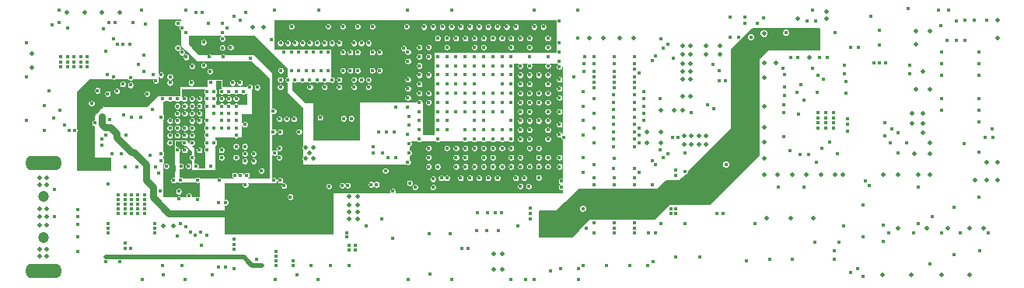
<source format=gbr>
G04 (created by PCBNEW (2013-07-07 BZR 4022)-stable) date 27/11/2015 23:20:48*
%MOIN*%
G04 Gerber Fmt 3.4, Leading zero omitted, Abs format*
%FSLAX34Y34*%
G01*
G70*
G90*
G04 APERTURE LIST*
%ADD10C,0.00590551*%
%ADD11C,0.019685*%
%ADD12C,0.0472441*%
%ADD13O,0.15748X0.0629921*%
%ADD14C,0.015748*%
%ADD15C,0.019685*%
%ADD16C,0.011811*%
%ADD17C,0.015748*%
%ADD18C,0.0314961*%
%ADD19C,0.0393701*%
%ADD20C,0.00393701*%
G04 APERTURE END LIST*
G54D10*
G54D11*
X62539Y-59232D03*
X62893Y-59232D03*
X62893Y-58562D03*
X62539Y-58562D03*
X56358Y-56082D03*
X56712Y-56082D03*
X56712Y-56437D03*
X56358Y-56437D03*
X56358Y-56751D03*
X56712Y-56751D03*
X56712Y-57066D03*
X56358Y-57066D03*
X70629Y-52381D03*
X70275Y-52381D03*
X69704Y-52381D03*
X71653Y-53838D03*
X71653Y-53484D03*
X70708Y-53838D03*
X70708Y-53484D03*
X71023Y-53484D03*
X71338Y-53484D03*
X71338Y-53838D03*
X71023Y-53838D03*
X69704Y-53307D03*
X69704Y-53779D03*
X70629Y-51771D03*
X70984Y-51771D03*
X71653Y-49606D03*
X72244Y-49606D03*
X70629Y-49606D03*
X70984Y-49606D03*
X70984Y-50000D03*
X70629Y-50000D03*
X70984Y-50728D03*
X70629Y-50728D03*
X70984Y-51062D03*
X70629Y-51062D03*
X83188Y-55393D03*
X83661Y-55393D03*
X83661Y-54606D03*
X42736Y-50551D03*
X42736Y-49940D03*
X46496Y-48188D03*
X45748Y-48188D03*
X44251Y-48188D03*
X45000Y-48188D03*
X52677Y-48818D03*
X52204Y-48818D03*
X48818Y-57362D03*
X48385Y-57362D03*
X79881Y-57440D03*
X76259Y-57007D03*
X75275Y-57007D03*
X74251Y-57007D03*
X69114Y-53779D03*
X69114Y-53307D03*
X67952Y-49271D03*
X68543Y-49271D03*
X67244Y-49271D03*
X66653Y-49271D03*
X80472Y-52952D03*
X80472Y-52519D03*
X76062Y-50118D03*
X74645Y-50354D03*
X84133Y-54606D03*
X84133Y-55393D03*
X84133Y-49291D03*
X84133Y-48503D03*
X76811Y-48149D03*
X80629Y-48996D03*
X80629Y-49566D03*
X80944Y-52952D03*
X80944Y-53346D03*
X81259Y-48996D03*
X80944Y-50708D03*
X80629Y-51496D03*
X81259Y-51496D03*
X80944Y-52519D03*
X81259Y-53779D03*
X80590Y-54251D03*
X81259Y-54251D03*
X79251Y-55157D03*
X79881Y-55157D03*
X76811Y-48464D03*
X75590Y-48464D03*
X74133Y-49094D03*
X74133Y-50354D03*
X74133Y-54448D03*
X43070Y-58346D03*
X43385Y-58346D03*
X43385Y-58661D03*
X43070Y-58661D03*
X43385Y-57322D03*
X43070Y-57322D03*
X43070Y-56614D03*
X43385Y-56614D03*
X43385Y-56968D03*
X43070Y-56968D03*
X43070Y-55590D03*
X43385Y-55590D03*
X43385Y-55275D03*
X43070Y-55275D03*
X81102Y-57440D03*
X82007Y-57440D03*
X82952Y-57440D03*
X83543Y-57440D03*
X82952Y-59448D03*
X81732Y-59448D03*
X79212Y-59448D03*
X80433Y-59448D03*
X72244Y-50000D03*
X71653Y-50000D03*
X70629Y-50393D03*
X70984Y-50393D03*
X80748Y-55157D03*
X81259Y-55157D03*
X74133Y-50984D03*
X74133Y-52224D03*
X74133Y-53110D03*
X74133Y-53740D03*
X77500Y-55157D03*
X77165Y-55157D03*
X76574Y-55157D03*
X75354Y-55157D03*
X75944Y-55157D03*
X74724Y-55157D03*
X54468Y-54448D03*
X54468Y-53976D03*
X54822Y-53976D03*
X54822Y-54448D03*
X54645Y-54212D03*
G54D12*
X43228Y-56082D03*
G54D13*
X43228Y-54665D03*
X43228Y-59271D03*
G54D12*
X43228Y-57854D03*
G54D11*
X74133Y-55157D03*
G54D14*
X67716Y-51181D03*
X66850Y-51181D03*
X68582Y-51181D03*
X70354Y-55196D03*
X70354Y-54960D03*
X57283Y-55570D03*
X57519Y-55570D03*
X53149Y-54212D03*
X55757Y-50679D03*
X55757Y-49891D03*
X55472Y-53503D03*
X55600Y-51387D03*
X57017Y-50679D03*
X53238Y-48789D03*
X54970Y-51387D03*
X54025Y-51387D03*
X57017Y-49891D03*
X55127Y-48789D03*
X56230Y-51387D03*
X55757Y-48789D03*
X56860Y-51387D03*
X57017Y-48789D03*
X57490Y-51387D03*
X57647Y-48789D03*
X56387Y-48789D03*
X59744Y-50472D03*
X51870Y-52047D03*
X59744Y-52440D03*
X59744Y-53228D03*
X50708Y-51200D03*
X59744Y-51259D03*
X65059Y-48799D03*
X62500Y-49685D03*
X63681Y-49685D03*
X60137Y-49685D03*
X61318Y-49685D03*
X59153Y-48799D03*
X75000Y-51397D03*
X76614Y-54015D03*
X55098Y-56358D03*
X55393Y-56633D03*
X51141Y-57598D03*
X51377Y-57598D03*
X63366Y-55649D03*
X65354Y-55216D03*
X51543Y-49692D03*
X52598Y-55629D03*
X51574Y-57598D03*
X60137Y-54015D03*
X62893Y-54409D03*
X63681Y-54015D03*
X59153Y-55295D03*
X64468Y-50472D03*
X53818Y-53622D03*
X45748Y-52657D03*
X64468Y-52440D03*
X61712Y-54409D03*
X49035Y-56200D03*
X49606Y-49409D03*
X49606Y-50492D03*
X64468Y-51259D03*
X64468Y-53228D03*
X76417Y-51633D03*
X75610Y-52559D03*
X61811Y-57559D03*
X70354Y-56830D03*
X56358Y-58385D03*
X56594Y-58385D03*
X56594Y-58188D03*
X56358Y-58188D03*
X71988Y-52303D03*
X83326Y-54173D03*
X71712Y-52165D03*
X72460Y-51122D03*
X72224Y-51122D03*
X70354Y-56614D03*
X70157Y-56614D03*
X70157Y-56830D03*
X64980Y-57637D03*
X51397Y-58149D03*
X65196Y-57637D03*
X75905Y-49055D03*
X76338Y-49055D03*
X51397Y-57933D03*
X64980Y-57421D03*
X64685Y-57283D03*
X51397Y-58366D03*
X44153Y-53031D03*
X44350Y-53248D03*
X46968Y-58307D03*
X44566Y-53248D03*
X46751Y-58307D03*
X46751Y-58070D03*
X56240Y-57637D03*
X56240Y-57834D03*
X64094Y-56830D03*
X64094Y-57066D03*
X48346Y-51889D03*
X44724Y-56653D03*
X44724Y-57283D03*
X48661Y-51889D03*
X58937Y-55511D03*
X49133Y-54783D03*
X50905Y-49311D03*
X50236Y-54094D03*
X72677Y-49251D03*
X51692Y-48503D03*
X50866Y-54409D03*
X73031Y-49251D03*
X51417Y-48346D03*
X50551Y-53779D03*
X73582Y-49251D03*
X51909Y-48169D03*
X51496Y-54409D03*
X60137Y-52047D03*
X57618Y-53307D03*
X60531Y-52047D03*
X57952Y-53307D03*
X60531Y-52440D03*
X58287Y-53307D03*
X49291Y-52204D03*
X45984Y-51673D03*
X45748Y-53877D03*
X44724Y-58464D03*
X45748Y-53622D03*
X44724Y-57834D03*
X75000Y-51751D03*
X75708Y-51279D03*
X76043Y-54271D03*
X81259Y-58976D03*
X81968Y-49370D03*
X61181Y-58307D03*
X61318Y-53622D03*
X61437Y-58307D03*
X82263Y-58582D03*
X82362Y-49370D03*
X61712Y-53622D03*
X75846Y-55669D03*
X62696Y-55295D03*
X76299Y-58051D03*
X62106Y-54409D03*
X60137Y-54803D03*
X67381Y-59055D03*
X69389Y-58877D03*
X60925Y-54015D03*
X69724Y-57244D03*
X60531Y-55295D03*
X70334Y-58700D03*
X60925Y-54803D03*
X71377Y-58700D03*
X61122Y-55295D03*
X61318Y-54803D03*
X72125Y-56830D03*
X61515Y-55295D03*
X72381Y-56830D03*
X74744Y-55669D03*
X62106Y-54803D03*
X79251Y-57322D03*
X62500Y-54015D03*
X80551Y-57637D03*
X61318Y-53228D03*
X81358Y-56948D03*
X62500Y-53622D03*
X81751Y-57637D03*
X62106Y-53622D03*
X62500Y-53228D03*
X82263Y-56535D03*
X83346Y-56102D03*
X62106Y-53228D03*
X61712Y-53228D03*
X82559Y-57637D03*
X78366Y-57834D03*
X62500Y-54803D03*
X62106Y-54015D03*
X79468Y-57637D03*
X62500Y-54409D03*
X77559Y-57362D03*
X77342Y-58051D03*
X61318Y-54015D03*
X74370Y-58779D03*
X61909Y-55295D03*
X73385Y-58858D03*
X61712Y-54803D03*
X69192Y-57637D03*
X60688Y-57677D03*
X61318Y-54409D03*
X75354Y-58779D03*
X62303Y-55295D03*
X64094Y-56574D03*
X63287Y-54409D03*
X66515Y-57440D03*
X63681Y-50866D03*
X60531Y-52834D03*
X63287Y-51259D03*
X63681Y-50472D03*
X60137Y-53622D03*
X54025Y-51072D03*
X61318Y-51259D03*
X54183Y-49891D03*
X62303Y-48799D03*
X63090Y-48799D03*
X54025Y-49498D03*
X53405Y-50679D03*
X60137Y-49291D03*
X59940Y-48799D03*
X53001Y-49340D03*
X61712Y-50866D03*
X54183Y-50679D03*
X53710Y-49498D03*
X61515Y-48799D03*
X53710Y-51072D03*
X64074Y-50078D03*
X53868Y-49891D03*
X61909Y-48799D03*
X53868Y-50679D03*
X61712Y-51259D03*
X59547Y-48799D03*
X53395Y-49498D03*
X59744Y-49685D03*
X53395Y-51072D03*
X61122Y-48799D03*
X53553Y-49891D03*
X63484Y-48799D03*
X54340Y-49498D03*
X64271Y-48799D03*
X54498Y-49891D03*
X64665Y-48799D03*
X54655Y-49498D03*
X54655Y-51072D03*
X60925Y-50472D03*
X61318Y-50472D03*
X54970Y-51072D03*
X55600Y-51072D03*
X62893Y-50472D03*
X62893Y-49291D03*
X55600Y-49498D03*
X56702Y-50679D03*
X62106Y-50078D03*
X56702Y-49891D03*
X60531Y-49291D03*
X56702Y-48789D03*
X60728Y-48799D03*
X61712Y-50078D03*
X56545Y-51387D03*
X60334Y-48799D03*
X57332Y-48789D03*
X62106Y-49685D03*
X57175Y-51387D03*
X63287Y-50078D03*
X55442Y-50679D03*
X55442Y-49891D03*
X62500Y-49291D03*
X63287Y-49291D03*
X55442Y-48789D03*
X62500Y-50866D03*
X55285Y-51387D03*
X56072Y-48789D03*
X64074Y-49291D03*
X62106Y-50866D03*
X55915Y-51387D03*
X60925Y-49291D03*
X56860Y-51072D03*
X61318Y-49291D03*
X56860Y-49498D03*
X56072Y-49891D03*
X64074Y-49685D03*
X62500Y-50472D03*
X56072Y-50679D03*
X62106Y-49291D03*
X54655Y-51387D03*
X57332Y-49891D03*
X62106Y-50472D03*
X62696Y-48799D03*
X57332Y-50679D03*
X60925Y-50866D03*
X54498Y-50679D03*
X61318Y-50866D03*
X54340Y-51072D03*
X61712Y-50472D03*
X54812Y-50679D03*
X61712Y-49291D03*
X54812Y-49891D03*
X66377Y-54409D03*
X63287Y-54015D03*
X65354Y-51062D03*
X67677Y-52047D03*
X66850Y-51889D03*
X64862Y-50866D03*
X66377Y-51574D03*
X64074Y-50866D03*
X67677Y-52677D03*
X65354Y-51850D03*
X65354Y-49881D03*
X68976Y-51574D03*
X65354Y-51456D03*
X66377Y-52204D03*
X67677Y-52362D03*
X63681Y-51259D03*
X67677Y-51732D03*
X63287Y-50866D03*
X68582Y-51732D03*
X64862Y-49685D03*
X65354Y-49488D03*
X68976Y-51889D03*
X62893Y-51259D03*
X66850Y-52519D03*
X64862Y-50078D03*
X68582Y-52047D03*
X66850Y-53779D03*
X64074Y-53622D03*
X68582Y-53937D03*
X63287Y-54803D03*
X64862Y-51653D03*
X66377Y-52834D03*
X64862Y-52440D03*
X67677Y-52992D03*
X67677Y-53937D03*
X64074Y-54015D03*
X65354Y-54803D03*
X68779Y-53779D03*
X64862Y-52834D03*
X66377Y-53464D03*
X67677Y-53622D03*
X63681Y-53228D03*
X67677Y-53307D03*
X65354Y-52992D03*
X64468Y-54409D03*
X68582Y-53622D03*
X65354Y-52440D03*
X66850Y-53149D03*
X65354Y-54409D03*
X68779Y-53464D03*
X63287Y-51653D03*
X68976Y-52519D03*
X64468Y-54015D03*
X68779Y-53149D03*
X68582Y-52362D03*
X64862Y-51259D03*
X68582Y-52992D03*
X64862Y-53622D03*
X59350Y-53228D03*
X77263Y-54251D03*
X54192Y-53307D03*
X59744Y-52047D03*
X79340Y-50364D03*
X63681Y-54803D03*
X79251Y-58011D03*
X49094Y-55374D03*
X64468Y-52047D03*
X52244Y-54566D03*
X64862Y-52047D03*
X64862Y-54803D03*
X67677Y-54881D03*
X63287Y-52047D03*
X49842Y-55374D03*
X50777Y-55393D03*
X64074Y-52834D03*
X63287Y-53622D03*
X68582Y-54881D03*
X78464Y-55433D03*
X78828Y-50364D03*
X66377Y-55039D03*
X63484Y-55295D03*
X79084Y-50364D03*
X78641Y-55610D03*
X66850Y-54724D03*
X62893Y-53622D03*
X49606Y-53464D03*
X53385Y-53307D03*
X51496Y-52204D03*
X59350Y-51259D03*
X51496Y-52519D03*
X59350Y-51653D03*
X51496Y-53149D03*
X58858Y-51850D03*
X60137Y-51653D03*
X51181Y-53149D03*
X50866Y-53149D03*
X59350Y-52440D03*
X51181Y-52519D03*
X60137Y-52834D03*
X50866Y-52519D03*
X59350Y-53622D03*
X50551Y-52519D03*
X58858Y-54606D03*
X50236Y-53149D03*
X59350Y-52834D03*
X51496Y-52834D03*
X59744Y-51653D03*
X53090Y-52421D03*
X60531Y-51653D03*
X50866Y-52204D03*
X50551Y-53149D03*
X58897Y-52637D03*
X50866Y-52834D03*
X58897Y-54212D03*
X49448Y-54783D03*
X49291Y-53779D03*
X51889Y-55590D03*
X50236Y-51574D03*
X58858Y-49881D03*
X50236Y-51889D03*
X58681Y-49724D03*
X51338Y-51200D03*
X60531Y-50472D03*
X51811Y-51574D03*
X59350Y-50866D03*
X60137Y-50866D03*
X51496Y-51574D03*
X51496Y-51889D03*
X60531Y-50866D03*
X51181Y-52204D03*
X58858Y-51456D03*
X50551Y-52204D03*
X60925Y-52440D03*
X49921Y-52834D03*
X58897Y-53031D03*
X60531Y-50078D03*
X50551Y-51574D03*
X50551Y-51889D03*
X60925Y-51259D03*
X60925Y-51653D03*
X50236Y-52204D03*
X59350Y-50078D03*
X50866Y-51574D03*
X60531Y-51259D03*
X50866Y-51889D03*
X58858Y-50275D03*
X51181Y-51574D03*
X51181Y-51889D03*
X58858Y-51062D03*
X64074Y-54803D03*
X51948Y-55177D03*
X63838Y-55295D03*
X51692Y-55177D03*
X50866Y-54094D03*
X63681Y-53622D03*
X57381Y-54232D03*
X58208Y-55866D03*
X64035Y-55649D03*
X51437Y-55177D03*
X62598Y-56771D03*
X49763Y-54783D03*
X49606Y-54409D03*
X49606Y-53779D03*
X51181Y-52834D03*
X58897Y-53818D03*
X50354Y-50098D03*
X63287Y-53228D03*
X50255Y-57736D03*
X50905Y-49035D03*
X49291Y-54094D03*
X62893Y-53228D03*
X48996Y-49704D03*
X48996Y-48641D03*
X49291Y-53149D03*
X49114Y-57263D03*
X49744Y-57736D03*
X49291Y-53464D03*
X49173Y-49901D03*
X49173Y-48838D03*
X62893Y-54803D03*
X49291Y-51574D03*
X49921Y-53779D03*
X50078Y-54783D03*
X49822Y-55629D03*
X49094Y-55629D03*
X48818Y-54783D03*
X48326Y-48582D03*
X48740Y-49606D03*
X48740Y-49409D03*
X51023Y-51200D03*
X50078Y-51200D03*
X48976Y-51574D03*
X46003Y-54763D03*
X51870Y-53307D03*
X51870Y-52677D03*
X50708Y-54783D03*
X49921Y-51889D03*
X48976Y-53779D03*
X62874Y-56771D03*
X62283Y-56771D03*
X61850Y-56771D03*
X67716Y-50393D03*
X66850Y-57224D03*
X67716Y-57224D03*
X67716Y-57440D03*
X68582Y-57440D03*
X68582Y-57224D03*
X66377Y-56614D03*
X68582Y-55590D03*
X68582Y-57657D03*
X67716Y-57657D03*
X66850Y-57657D03*
X66850Y-50078D03*
X67716Y-55590D03*
X68582Y-55275D03*
X67716Y-55275D03*
X68582Y-51417D03*
X67716Y-51417D03*
X66850Y-51417D03*
X67716Y-50708D03*
X67716Y-50944D03*
X68582Y-50944D03*
X66850Y-50944D03*
X68582Y-50629D03*
X66850Y-50708D03*
X68582Y-50078D03*
X67716Y-50078D03*
X66850Y-55275D03*
X68582Y-50393D03*
X66850Y-50393D03*
X66850Y-55590D03*
X62755Y-57559D03*
X62244Y-57559D03*
X63267Y-59645D03*
X63897Y-59645D03*
X55472Y-55649D03*
X56043Y-55610D03*
X56279Y-55610D03*
X57086Y-57342D03*
X58208Y-57874D03*
X57755Y-57066D03*
X55531Y-59035D03*
X56358Y-59035D03*
X54704Y-59035D03*
X72500Y-54724D03*
X71023Y-52480D03*
X70728Y-54212D03*
X70748Y-55019D03*
X69685Y-51889D03*
X72224Y-50688D03*
X71929Y-50433D03*
X70255Y-50137D03*
X59744Y-50866D03*
X66161Y-59645D03*
X66161Y-59173D03*
X47066Y-48602D03*
X75000Y-50846D03*
X75846Y-51968D03*
X76377Y-54625D03*
X60137Y-53228D03*
X75688Y-54271D03*
X80314Y-48031D03*
X74114Y-48425D03*
X64468Y-51653D03*
X66141Y-49271D03*
X66456Y-50078D03*
X66417Y-50393D03*
X56437Y-52736D03*
X63287Y-50472D03*
X59744Y-54803D03*
X59940Y-55334D03*
X61712Y-52834D03*
X57775Y-54232D03*
X58011Y-54409D03*
X58326Y-54409D03*
X49330Y-48070D03*
X49566Y-51200D03*
X49606Y-53149D03*
X64468Y-55275D03*
X76761Y-52923D03*
X77096Y-52923D03*
X76427Y-52923D03*
X76427Y-53139D03*
X77096Y-53139D03*
X76761Y-53139D03*
X76761Y-52470D03*
X77096Y-52470D03*
X76427Y-52470D03*
X76427Y-52706D03*
X77096Y-52706D03*
X76761Y-52706D03*
X83661Y-48503D03*
X82716Y-53818D03*
X83326Y-52874D03*
X83326Y-52381D03*
X83917Y-53188D03*
X76220Y-48070D03*
X82027Y-48070D03*
X81594Y-48070D03*
X78700Y-48366D03*
X74990Y-52135D03*
X74950Y-50580D03*
X76210Y-50580D03*
X75246Y-54124D03*
X76958Y-53750D03*
X75580Y-50103D03*
X75265Y-50103D03*
X76525Y-50103D03*
X76840Y-50103D03*
X76663Y-51053D03*
X75068Y-49064D03*
X77175Y-49064D03*
X76427Y-50895D03*
X77627Y-51643D03*
X77627Y-51151D03*
X77568Y-50462D03*
X77568Y-50816D03*
X77844Y-49675D03*
X78179Y-49675D03*
X79084Y-49576D03*
X79084Y-48946D03*
X79616Y-53198D03*
X79301Y-52903D03*
X79301Y-53474D03*
X79891Y-53356D03*
X80246Y-53789D03*
X79537Y-53789D03*
X79891Y-54202D03*
X80364Y-50462D03*
X80364Y-50816D03*
X62893Y-54015D03*
X43700Y-56968D03*
X51397Y-59192D03*
X63681Y-55649D03*
X70748Y-57244D03*
X69133Y-59055D03*
X68366Y-59055D03*
X69724Y-49311D03*
X43700Y-55787D03*
X44724Y-56968D03*
X73307Y-48385D03*
X48385Y-59448D03*
X47460Y-59645D03*
X49311Y-59645D03*
X54094Y-59448D03*
X53169Y-59645D03*
X55019Y-59645D03*
X59803Y-59429D03*
X58877Y-59645D03*
X60728Y-59645D03*
X64291Y-59645D03*
X65433Y-55688D03*
X65964Y-50964D03*
X66141Y-48070D03*
X64271Y-48070D03*
X60748Y-48070D03*
X58858Y-48070D03*
X55039Y-48070D03*
X53149Y-48070D03*
X47440Y-48070D03*
X42500Y-52834D03*
X42500Y-50944D03*
X42500Y-49488D03*
X43897Y-48070D03*
X64980Y-59271D03*
X70433Y-53543D03*
X70216Y-53543D03*
X69350Y-55590D03*
X64468Y-54803D03*
X63681Y-52440D03*
X65354Y-50511D03*
X60137Y-51259D03*
X59350Y-49685D03*
X64074Y-53228D03*
X62106Y-51653D03*
X61712Y-51653D03*
X62500Y-50078D03*
X50905Y-48641D03*
X73759Y-57244D03*
X80748Y-55669D03*
X80748Y-57244D03*
X44842Y-50098D03*
X44842Y-50531D03*
X44842Y-50314D03*
X44271Y-50098D03*
X44271Y-50531D03*
X44271Y-50314D03*
X44547Y-50098D03*
X44547Y-50531D03*
X44547Y-50314D03*
X45118Y-50098D03*
X45118Y-50531D03*
X45118Y-50314D03*
X43976Y-50314D03*
X43976Y-50531D03*
X43976Y-50098D03*
X53208Y-58444D03*
X49330Y-57401D03*
X49547Y-57618D03*
X48011Y-57657D03*
X48011Y-57460D03*
X48976Y-57795D03*
X48011Y-57263D03*
X47283Y-56023D03*
X47283Y-56830D03*
X47283Y-56417D03*
X47283Y-56220D03*
X47283Y-56633D03*
X46732Y-56023D03*
X46732Y-56830D03*
X46732Y-56417D03*
X46732Y-56220D03*
X46732Y-56633D03*
X47578Y-56633D03*
X47578Y-56220D03*
X47578Y-56417D03*
X47578Y-56830D03*
X47578Y-56023D03*
X47007Y-56023D03*
X47007Y-56830D03*
X47007Y-56417D03*
X47007Y-56220D03*
X47007Y-56633D03*
X46437Y-56633D03*
X46437Y-56220D03*
X46437Y-56417D03*
X46437Y-56830D03*
X46437Y-56023D03*
X77145Y-58779D03*
X77145Y-58425D03*
X78366Y-56456D03*
X83366Y-58425D03*
X60137Y-50472D03*
X61712Y-54015D03*
X63681Y-54409D03*
X83759Y-57657D03*
X50314Y-48641D03*
X58858Y-53425D03*
X62893Y-50866D03*
X64862Y-50472D03*
X55127Y-49891D03*
X56545Y-51072D03*
X55915Y-49498D03*
X56387Y-49891D03*
X46299Y-48602D03*
X51043Y-59133D03*
X50728Y-59133D03*
X52362Y-58779D03*
X53208Y-59035D03*
X53956Y-58838D03*
X53956Y-59035D03*
X53208Y-58838D03*
X53208Y-58641D03*
X58858Y-52244D03*
X51496Y-53464D03*
X50374Y-50708D03*
X51870Y-54566D03*
X46181Y-54251D03*
X46062Y-52795D03*
X64862Y-53228D03*
X64074Y-52440D03*
X55098Y-52696D03*
X56102Y-52736D03*
X53110Y-55393D03*
X53543Y-55629D03*
X53818Y-56102D03*
X51043Y-56338D03*
X50728Y-56338D03*
X59350Y-52047D03*
X65334Y-48562D03*
X61318Y-51653D03*
X64074Y-50472D03*
X46377Y-51555D03*
X47539Y-50728D03*
X46259Y-50944D03*
X58799Y-48789D03*
X55285Y-49498D03*
X56387Y-50679D03*
X55127Y-50679D03*
X55285Y-51072D03*
X55915Y-51072D03*
X57175Y-51072D03*
X57175Y-49498D03*
X57647Y-50679D03*
X57647Y-49891D03*
X53868Y-48789D03*
X56545Y-49498D03*
X53395Y-51387D03*
X59350Y-50472D03*
X60531Y-49685D03*
X63287Y-49685D03*
X63681Y-49291D03*
X60137Y-52440D03*
X60531Y-54015D03*
X60531Y-53228D03*
X62106Y-52834D03*
X62500Y-52047D03*
X62106Y-52047D03*
X61712Y-52047D03*
X61318Y-52047D03*
X49842Y-56220D03*
X48661Y-50944D03*
X47618Y-48700D03*
X51653Y-51200D03*
X51870Y-53937D03*
X51870Y-52992D03*
X49606Y-52519D03*
X48051Y-51102D03*
X47677Y-51673D03*
X45433Y-52933D03*
X48976Y-52204D03*
X47007Y-52677D03*
X48031Y-54822D03*
X47401Y-52677D03*
X48503Y-54783D03*
X48169Y-55098D03*
X48818Y-55393D03*
X50393Y-54783D03*
X51496Y-53937D03*
X52086Y-51397D03*
X52401Y-51397D03*
X49960Y-57618D03*
X47952Y-50866D03*
X48267Y-50866D03*
X46043Y-48602D03*
X45807Y-48897D03*
X43681Y-52716D03*
X43267Y-53248D03*
X43267Y-52185D03*
X45551Y-51535D03*
X45295Y-52086D03*
X47795Y-54330D03*
X48287Y-54566D03*
X45984Y-50866D03*
X46633Y-51259D03*
X47303Y-50413D03*
X46791Y-53444D03*
X45925Y-53444D03*
X50098Y-49468D03*
X50098Y-50452D03*
X50905Y-49704D03*
X53090Y-53307D03*
X48976Y-51889D03*
X48976Y-52519D03*
X49921Y-54094D03*
X51870Y-54251D03*
X50393Y-51200D03*
X64862Y-49291D03*
X43917Y-48602D03*
X49468Y-56062D03*
X49035Y-55866D03*
X48346Y-59055D03*
X49173Y-59055D03*
X64074Y-51259D03*
X61318Y-50078D03*
X69488Y-54724D03*
X61712Y-49685D03*
X69488Y-50039D03*
X69330Y-50236D03*
X69330Y-54566D03*
X64468Y-50866D03*
X69822Y-54409D03*
X69822Y-49724D03*
X60137Y-50078D03*
X70019Y-54251D03*
X70019Y-49547D03*
X59744Y-50078D03*
X78149Y-59173D03*
X59744Y-54409D03*
X66377Y-59055D03*
X76338Y-48543D03*
X77706Y-53001D03*
X49783Y-48169D03*
X49606Y-52204D03*
X77854Y-59350D03*
X59744Y-54015D03*
X65393Y-59173D03*
X75984Y-48543D03*
X77706Y-53277D03*
X50039Y-48169D03*
X49606Y-51889D03*
X62500Y-51653D03*
X82755Y-49370D03*
X65354Y-50275D03*
X68976Y-52204D03*
X64862Y-54409D03*
X68582Y-53307D03*
X48661Y-53779D03*
X46574Y-54251D03*
X49606Y-52834D03*
X53346Y-52755D03*
X53661Y-52755D03*
X48661Y-53464D03*
X52578Y-54980D03*
X48976Y-53464D03*
X50236Y-53464D03*
X52244Y-54251D03*
X73307Y-48661D03*
X49350Y-49035D03*
X51102Y-48838D03*
X49291Y-52519D03*
X46673Y-52578D03*
X72677Y-48385D03*
X73858Y-48661D03*
X51259Y-49685D03*
X49350Y-50098D03*
X53385Y-55393D03*
X59173Y-55688D03*
X52125Y-50137D03*
X47539Y-50019D03*
X43937Y-52401D03*
X53976Y-52755D03*
X48976Y-54094D03*
X48287Y-52677D03*
X48661Y-53149D03*
X48287Y-54251D03*
X47893Y-52362D03*
X48661Y-52834D03*
X82755Y-48503D03*
X82362Y-48543D03*
X81712Y-48740D03*
X53346Y-54015D03*
X53346Y-54409D03*
X43484Y-51535D03*
X44291Y-48858D03*
X45925Y-49842D03*
X46023Y-55551D03*
X47244Y-54803D03*
X46751Y-54803D03*
X48248Y-55866D03*
X46023Y-57263D03*
X46023Y-57657D03*
X46023Y-57460D03*
X50000Y-58188D03*
X45905Y-58700D03*
X52362Y-59035D03*
X52598Y-59035D03*
X46496Y-58700D03*
X45905Y-58897D03*
X46496Y-58897D03*
X83149Y-48503D03*
X75531Y-51633D03*
X65354Y-53425D03*
X46968Y-50984D03*
X48976Y-52834D03*
X48976Y-53149D03*
X46968Y-51299D03*
X67716Y-54468D03*
X64468Y-52834D03*
X74990Y-52490D03*
X68779Y-50787D03*
X59940Y-55688D03*
X59763Y-57677D03*
X69468Y-57637D03*
X69665Y-54094D03*
X78385Y-59527D03*
X77706Y-52746D03*
X50236Y-53779D03*
X50472Y-59448D03*
X83326Y-50885D03*
X83937Y-53562D03*
X64074Y-52047D03*
X81751Y-49881D03*
X50944Y-50098D03*
X50236Y-52834D03*
X83326Y-51889D03*
X83602Y-53562D03*
X63681Y-52047D03*
X81751Y-50885D03*
X49921Y-52519D03*
X64074Y-51653D03*
X83326Y-49881D03*
X81751Y-51870D03*
X49291Y-51889D03*
X83326Y-50374D03*
X63681Y-51653D03*
X81751Y-50374D03*
X49921Y-52204D03*
X48661Y-51200D03*
X81751Y-52381D03*
X68582Y-52677D03*
X63681Y-52834D03*
X63287Y-52834D03*
X68976Y-52834D03*
X74990Y-53513D03*
X68779Y-55039D03*
X65433Y-55433D03*
X60295Y-55295D03*
X65551Y-53543D03*
X58326Y-52244D03*
X57893Y-54980D03*
X62893Y-52440D03*
X62500Y-52440D03*
X62106Y-52440D03*
X61712Y-52440D03*
X61318Y-52440D03*
X62893Y-52047D03*
X62893Y-51653D03*
X46948Y-49566D03*
X46653Y-49566D03*
X46417Y-49566D03*
X46259Y-49311D03*
X43602Y-48720D03*
X63562Y-57342D03*
X66397Y-50708D03*
X60925Y-54409D03*
X57381Y-53956D03*
X62893Y-50078D03*
X60925Y-50078D03*
X54970Y-49498D03*
G54D15*
X58366Y-49055D02*
X59153Y-49055D01*
G54D16*
X58287Y-50669D02*
X59488Y-50669D01*
X59488Y-50669D02*
X59547Y-50669D01*
G54D15*
X55757Y-49891D02*
X55757Y-50285D01*
X55757Y-50285D02*
X55767Y-50295D01*
X55757Y-50305D02*
X55757Y-50679D01*
X55767Y-50295D02*
X55757Y-50305D01*
X57017Y-50295D02*
X55767Y-50295D01*
X58287Y-49133D02*
X58366Y-49055D01*
X55629Y-51889D02*
X54970Y-51889D01*
X57490Y-51387D02*
X57490Y-51889D01*
X56230Y-51387D02*
X56230Y-51889D01*
X56860Y-51387D02*
X56860Y-51889D01*
X57017Y-49891D02*
X57017Y-50295D01*
X57017Y-50679D02*
X57017Y-50295D01*
X58287Y-50295D02*
X57017Y-50295D01*
X57647Y-48789D02*
X57647Y-49133D01*
X57647Y-49133D02*
X57657Y-49133D01*
X57017Y-48789D02*
X57017Y-49133D01*
X56387Y-48789D02*
X56387Y-49133D01*
X56387Y-49133D02*
X56377Y-49133D01*
X55757Y-48789D02*
X55757Y-49133D01*
X55127Y-48789D02*
X55127Y-49133D01*
X55127Y-49133D02*
X55118Y-49133D01*
X58287Y-49133D02*
X57657Y-49133D01*
X57657Y-49133D02*
X57017Y-49133D01*
X57017Y-49133D02*
X56377Y-49133D01*
X56377Y-49133D02*
X55757Y-49133D01*
X55757Y-49133D02*
X55118Y-49133D01*
X55118Y-49133D02*
X53582Y-49133D01*
X53582Y-49133D02*
X53238Y-48789D01*
X58070Y-51889D02*
X58287Y-51673D01*
X58287Y-51673D02*
X58287Y-50669D01*
X58287Y-50669D02*
X58287Y-50295D01*
X58070Y-51889D02*
X57490Y-51889D01*
X57490Y-51889D02*
X56860Y-51889D01*
X58287Y-50295D02*
X58287Y-49133D01*
X56860Y-51889D02*
X56230Y-51889D01*
X56230Y-51889D02*
X55629Y-51889D01*
X55629Y-51889D02*
X55600Y-51889D01*
X55600Y-51387D02*
X55600Y-51889D01*
X55600Y-51889D02*
X55600Y-53375D01*
X55600Y-53375D02*
X55472Y-53503D01*
X59153Y-49055D02*
X59940Y-49055D01*
X54970Y-51387D02*
X54970Y-51889D01*
X54970Y-51889D02*
X54527Y-51889D01*
X54527Y-51889D02*
X54025Y-51387D01*
G54D16*
X59547Y-50669D02*
X59744Y-50472D01*
X59940Y-51259D02*
X59940Y-52440D01*
X59744Y-51259D02*
X59940Y-51259D01*
X59940Y-50669D02*
X59940Y-51259D01*
X59940Y-50669D02*
X59744Y-50472D01*
X59744Y-52440D02*
X59940Y-52440D01*
X59744Y-53228D02*
X59940Y-53228D01*
X59940Y-52440D02*
X59940Y-53228D01*
G54D10*
X50708Y-52047D02*
X51870Y-52047D01*
X50708Y-51200D02*
X50708Y-52047D01*
G54D15*
X59940Y-49055D02*
X61141Y-49055D01*
G54D16*
X61122Y-49055D02*
X61141Y-49055D01*
X62303Y-49055D02*
X62322Y-49055D01*
X62303Y-49488D02*
X62303Y-49055D01*
G54D15*
X61141Y-49055D02*
X62322Y-49055D01*
X62322Y-49055D02*
X63484Y-49055D01*
G54D16*
X63484Y-49488D02*
X63484Y-49055D01*
G54D15*
X63484Y-49055D02*
X64803Y-49055D01*
X59153Y-48799D02*
X59153Y-49055D01*
G54D16*
X59940Y-49488D02*
X59940Y-49055D01*
X61122Y-49488D02*
X61122Y-49055D01*
G54D15*
X64803Y-49055D02*
X65059Y-48799D01*
G54D16*
X62500Y-49685D02*
X62303Y-49488D01*
X63681Y-49685D02*
X63484Y-49488D01*
X60137Y-49685D02*
X59940Y-49488D01*
X61318Y-49685D02*
X61122Y-49488D01*
G54D17*
X59153Y-55295D02*
X53937Y-55295D01*
X55098Y-56358D02*
X54074Y-56358D01*
X54074Y-56358D02*
X54074Y-56338D01*
G54D18*
X52598Y-56811D02*
X50354Y-56811D01*
X47933Y-56122D02*
X48622Y-56811D01*
X48622Y-56811D02*
X50354Y-56811D01*
X47933Y-56122D02*
X47933Y-55688D01*
X45748Y-52657D02*
X45748Y-52992D01*
X46377Y-53385D02*
X46377Y-53543D01*
X46102Y-53110D02*
X46377Y-53385D01*
X45866Y-53110D02*
X46102Y-53110D01*
X45748Y-52992D02*
X45866Y-53110D01*
G54D16*
X64665Y-50669D02*
X64468Y-50472D01*
X64665Y-51141D02*
X64665Y-50669D01*
X64133Y-55000D02*
X65137Y-55000D01*
X65137Y-55000D02*
X65354Y-55216D01*
X63681Y-54015D02*
X63877Y-54015D01*
X63484Y-54606D02*
X63090Y-54606D01*
X63090Y-54606D02*
X62893Y-54409D01*
X63877Y-54015D02*
X63877Y-54507D01*
X63877Y-54507D02*
X63779Y-54606D01*
X63779Y-54606D02*
X63484Y-54606D01*
X52263Y-49901D02*
X52637Y-49901D01*
X53149Y-50413D02*
X53149Y-50590D01*
X52637Y-49901D02*
X53149Y-50413D01*
X51543Y-49692D02*
X51543Y-49901D01*
X51771Y-49901D02*
X51543Y-49901D01*
X52263Y-49901D02*
X51771Y-49901D01*
G54D15*
X53149Y-51141D02*
X53149Y-50590D01*
G54D17*
X52598Y-57598D02*
X52598Y-56811D01*
X52598Y-56811D02*
X52598Y-55629D01*
G54D16*
X63228Y-55511D02*
X63228Y-55059D01*
X63366Y-55649D02*
X63228Y-55511D01*
X64133Y-55000D02*
X63444Y-55000D01*
X63444Y-55000D02*
X63484Y-54960D01*
G54D17*
X54074Y-55767D02*
X54074Y-56338D01*
X53937Y-55629D02*
X53937Y-55295D01*
X54074Y-55767D02*
X53937Y-55629D01*
X53818Y-53622D02*
X53818Y-54370D01*
X53937Y-55177D02*
X53937Y-54488D01*
X53818Y-54370D02*
X53937Y-54488D01*
X53937Y-55295D02*
X53937Y-55177D01*
X54074Y-56338D02*
X54074Y-57106D01*
X54015Y-57165D02*
X53582Y-57598D01*
X54074Y-57106D02*
X54015Y-57165D01*
X51574Y-57598D02*
X52598Y-57598D01*
X52598Y-57598D02*
X53582Y-57598D01*
X59153Y-55295D02*
X59153Y-55059D01*
X59822Y-55059D02*
X59153Y-55059D01*
G54D16*
X59940Y-54665D02*
X59940Y-55059D01*
X59940Y-55059D02*
X59921Y-55059D01*
X59803Y-55059D02*
X59822Y-55059D01*
X59822Y-55059D02*
X59921Y-55059D01*
X59921Y-55059D02*
X63228Y-55059D01*
X63228Y-55059D02*
X63385Y-55059D01*
X63385Y-55059D02*
X63484Y-54960D01*
X63484Y-54960D02*
X63484Y-54606D01*
X61712Y-54409D02*
X61909Y-54212D01*
X61909Y-54212D02*
X62696Y-54212D01*
X62696Y-54212D02*
X62893Y-54409D01*
X60137Y-54015D02*
X59940Y-54015D01*
X59940Y-54015D02*
X59940Y-54665D01*
X59940Y-54665D02*
X59940Y-54921D01*
X59803Y-55059D02*
X59389Y-55059D01*
X64133Y-55000D02*
X63897Y-55000D01*
G54D17*
X53818Y-53622D02*
X53818Y-53346D01*
X54251Y-52913D02*
X54251Y-52618D01*
X53818Y-53346D02*
X54251Y-52913D01*
G54D15*
X53149Y-51515D02*
X54251Y-52618D01*
X53149Y-51141D02*
X53149Y-51515D01*
X53149Y-50748D02*
X53149Y-51141D01*
G54D18*
X46377Y-53543D02*
X47007Y-54173D01*
X47637Y-55393D02*
X47933Y-55688D01*
X47637Y-54704D02*
X47637Y-55393D01*
X47106Y-54173D02*
X47637Y-54704D01*
X47007Y-54173D02*
X47106Y-54173D01*
X47933Y-55688D02*
X47933Y-56043D01*
X46377Y-53543D02*
X46377Y-53543D01*
G54D16*
X51543Y-49901D02*
X50098Y-49901D01*
X50098Y-49901D02*
X49606Y-49409D01*
X64468Y-51259D02*
X64547Y-51259D01*
X64547Y-51259D02*
X64665Y-51141D01*
X63877Y-53661D02*
X63877Y-54015D01*
X64468Y-53228D02*
X64271Y-53425D01*
X64271Y-53425D02*
X63877Y-53425D01*
X63877Y-53425D02*
X63877Y-53661D01*
X63877Y-53661D02*
X63877Y-53818D01*
X64468Y-52440D02*
X64271Y-52637D01*
X64271Y-52637D02*
X63877Y-52637D01*
X63877Y-52637D02*
X63877Y-53425D01*
X63877Y-51456D02*
X63877Y-52637D01*
X64271Y-51456D02*
X63877Y-51456D01*
X64468Y-51259D02*
X64271Y-51456D01*
G54D19*
X65196Y-57637D02*
X65787Y-57637D01*
X68661Y-56889D02*
X69448Y-56102D01*
X66535Y-56889D02*
X68661Y-56889D01*
X65787Y-57637D02*
X66535Y-56889D01*
X64685Y-57283D02*
X64724Y-57283D01*
X65078Y-57637D02*
X65196Y-57637D01*
X64724Y-57283D02*
X65078Y-57637D01*
X75905Y-49055D02*
X75866Y-49055D01*
X75866Y-49055D02*
X75314Y-49606D01*
X75314Y-49606D02*
X74015Y-49606D01*
X74015Y-49606D02*
X73582Y-50039D01*
X73582Y-50039D02*
X73582Y-53031D01*
X73582Y-53031D02*
X70511Y-56102D01*
X70511Y-56102D02*
X69448Y-56102D01*
X76338Y-49055D02*
X75905Y-49055D01*
G54D20*
X64862Y-53622D02*
X64872Y-53622D01*
G54D10*
X48877Y-52047D02*
X49389Y-52047D01*
X48818Y-52106D02*
X48877Y-52047D01*
X48818Y-53622D02*
X48818Y-52106D01*
X49448Y-51732D02*
X49291Y-51574D01*
X49448Y-51988D02*
X49448Y-51732D01*
X49389Y-52047D02*
X49448Y-51988D01*
X49921Y-53779D02*
X49763Y-53622D01*
X50078Y-54783D02*
X50078Y-53937D01*
X50078Y-53937D02*
X49921Y-53779D01*
G54D17*
X48818Y-54783D02*
X48818Y-54960D01*
X48523Y-55629D02*
X49094Y-55629D01*
X48523Y-55255D02*
X48523Y-55629D01*
X48818Y-54960D02*
X48523Y-55255D01*
X49094Y-55629D02*
X49822Y-55629D01*
G54D10*
X49763Y-53622D02*
X48818Y-53622D01*
X48818Y-54783D02*
X48818Y-53622D01*
G54D16*
X48326Y-48582D02*
X48326Y-49665D01*
X48326Y-49665D02*
X48346Y-49685D01*
G54D15*
X48346Y-49606D02*
X48346Y-49685D01*
X48346Y-49606D02*
X48740Y-49606D01*
X48346Y-49685D02*
X48346Y-50039D01*
X48346Y-50039D02*
X48681Y-50374D01*
X49251Y-50944D02*
X48681Y-50374D01*
G54D16*
X46003Y-54763D02*
X45354Y-54763D01*
X45118Y-54527D02*
X45118Y-52618D01*
X45354Y-54763D02*
X45118Y-54527D01*
G54D15*
X50708Y-54901D02*
X52263Y-54901D01*
X52696Y-54468D02*
X52696Y-53307D01*
X52263Y-54901D02*
X52696Y-54468D01*
X48976Y-51220D02*
X49251Y-50944D01*
X49251Y-50944D02*
X50059Y-50944D01*
X51023Y-50944D02*
X51023Y-50964D01*
X51023Y-50964D02*
X51023Y-50944D01*
X51023Y-50944D02*
X52362Y-50944D01*
X52362Y-50944D02*
X52696Y-51279D01*
G54D16*
X48228Y-51574D02*
X48976Y-51574D01*
X47854Y-51948D02*
X48228Y-51574D01*
X45787Y-51948D02*
X47854Y-51948D01*
X45118Y-52618D02*
X45787Y-51948D01*
G54D15*
X50570Y-50944D02*
X51023Y-50944D01*
X50078Y-51200D02*
X50078Y-50944D01*
X50078Y-50944D02*
X50059Y-50944D01*
X48976Y-51574D02*
X48976Y-51220D01*
X50059Y-50944D02*
X50570Y-50944D01*
X50570Y-50944D02*
X50669Y-50944D01*
X50669Y-50944D02*
X50905Y-50944D01*
X51023Y-51200D02*
X51023Y-50944D01*
X52696Y-51279D02*
X52696Y-52677D01*
X52696Y-52677D02*
X52696Y-53307D01*
X49291Y-55059D02*
X50708Y-55059D01*
G54D10*
X49291Y-54625D02*
X49291Y-55059D01*
G54D15*
X50708Y-54783D02*
X50708Y-54901D01*
X50708Y-54901D02*
X50708Y-55059D01*
G54D10*
X48976Y-53779D02*
X49133Y-53937D01*
X49133Y-53937D02*
X49133Y-54468D01*
X49133Y-54468D02*
X49291Y-54625D01*
G54D15*
X51870Y-52677D02*
X52696Y-52677D01*
X51870Y-53307D02*
X52696Y-53307D01*
X51830Y-58700D02*
X45905Y-58700D01*
X52165Y-59035D02*
X52007Y-58877D01*
X51830Y-58700D02*
X52007Y-58877D01*
X52598Y-59035D02*
X52165Y-59035D01*
G54D10*
G36*
X50137Y-54862D02*
X50059Y-54862D01*
X50059Y-54067D01*
X50059Y-52807D01*
X50059Y-52492D01*
X50059Y-52177D01*
X50059Y-51862D01*
X50038Y-51811D01*
X49999Y-51773D01*
X49948Y-51751D01*
X49893Y-51751D01*
X49843Y-51772D01*
X49804Y-51811D01*
X49783Y-51862D01*
X49783Y-51917D01*
X49804Y-51967D01*
X49843Y-52006D01*
X49893Y-52027D01*
X49948Y-52027D01*
X49999Y-52006D01*
X50038Y-51967D01*
X50059Y-51917D01*
X50059Y-51862D01*
X50059Y-52177D01*
X50038Y-52126D01*
X49999Y-52087D01*
X49948Y-52066D01*
X49893Y-52066D01*
X49843Y-52087D01*
X49804Y-52126D01*
X49783Y-52177D01*
X49783Y-52232D01*
X49804Y-52282D01*
X49843Y-52321D01*
X49893Y-52342D01*
X49948Y-52342D01*
X49999Y-52321D01*
X50038Y-52282D01*
X50059Y-52232D01*
X50059Y-52177D01*
X50059Y-52492D01*
X50038Y-52441D01*
X49999Y-52402D01*
X49948Y-52381D01*
X49893Y-52381D01*
X49843Y-52402D01*
X49804Y-52441D01*
X49783Y-52492D01*
X49783Y-52546D01*
X49804Y-52597D01*
X49843Y-52636D01*
X49893Y-52657D01*
X49948Y-52657D01*
X49999Y-52636D01*
X50038Y-52597D01*
X50059Y-52547D01*
X50059Y-52492D01*
X50059Y-52807D01*
X50038Y-52756D01*
X49999Y-52717D01*
X49948Y-52696D01*
X49893Y-52696D01*
X49843Y-52717D01*
X49804Y-52756D01*
X49783Y-52807D01*
X49783Y-52861D01*
X49804Y-52912D01*
X49843Y-52951D01*
X49893Y-52972D01*
X49948Y-52972D01*
X49999Y-52951D01*
X50038Y-52912D01*
X50059Y-52862D01*
X50059Y-52807D01*
X50059Y-54067D01*
X50038Y-54016D01*
X49999Y-53977D01*
X49948Y-53956D01*
X49893Y-53956D01*
X49843Y-53977D01*
X49804Y-54016D01*
X49783Y-54066D01*
X49783Y-54121D01*
X49804Y-54172D01*
X49843Y-54211D01*
X49893Y-54232D01*
X49948Y-54232D01*
X49999Y-54211D01*
X50038Y-54172D01*
X50059Y-54122D01*
X50059Y-54067D01*
X50059Y-54862D01*
X49879Y-54862D01*
X49880Y-54861D01*
X49901Y-54810D01*
X49901Y-54756D01*
X49880Y-54705D01*
X49841Y-54666D01*
X49791Y-54645D01*
X49736Y-54645D01*
X49704Y-54658D01*
X49704Y-54505D01*
X49723Y-54487D01*
X49744Y-54436D01*
X49744Y-54382D01*
X49723Y-54331D01*
X49704Y-54313D01*
X49704Y-54007D01*
X49614Y-53917D01*
X49633Y-53917D01*
X49684Y-53896D01*
X49723Y-53857D01*
X49744Y-53807D01*
X49744Y-53752D01*
X49744Y-53437D01*
X49744Y-53122D01*
X49744Y-52807D01*
X49744Y-52492D01*
X49744Y-52177D01*
X49744Y-51862D01*
X49723Y-51811D01*
X49684Y-51773D01*
X49633Y-51751D01*
X49579Y-51751D01*
X49528Y-51772D01*
X49489Y-51811D01*
X49468Y-51862D01*
X49468Y-51917D01*
X49489Y-51967D01*
X49528Y-52006D01*
X49578Y-52027D01*
X49633Y-52027D01*
X49684Y-52006D01*
X49723Y-51967D01*
X49744Y-51917D01*
X49744Y-51862D01*
X49744Y-52177D01*
X49723Y-52126D01*
X49684Y-52087D01*
X49633Y-52066D01*
X49579Y-52066D01*
X49528Y-52087D01*
X49489Y-52126D01*
X49468Y-52177D01*
X49468Y-52232D01*
X49489Y-52282D01*
X49528Y-52321D01*
X49578Y-52342D01*
X49633Y-52342D01*
X49684Y-52321D01*
X49723Y-52282D01*
X49744Y-52232D01*
X49744Y-52177D01*
X49744Y-52492D01*
X49723Y-52441D01*
X49684Y-52402D01*
X49633Y-52381D01*
X49579Y-52381D01*
X49528Y-52402D01*
X49489Y-52441D01*
X49468Y-52492D01*
X49468Y-52546D01*
X49489Y-52597D01*
X49528Y-52636D01*
X49578Y-52657D01*
X49633Y-52657D01*
X49684Y-52636D01*
X49723Y-52597D01*
X49744Y-52547D01*
X49744Y-52492D01*
X49744Y-52807D01*
X49723Y-52756D01*
X49684Y-52717D01*
X49633Y-52696D01*
X49579Y-52696D01*
X49528Y-52717D01*
X49489Y-52756D01*
X49468Y-52807D01*
X49468Y-52861D01*
X49489Y-52912D01*
X49528Y-52951D01*
X49578Y-52972D01*
X49633Y-52972D01*
X49684Y-52951D01*
X49723Y-52912D01*
X49744Y-52862D01*
X49744Y-52807D01*
X49744Y-53122D01*
X49723Y-53071D01*
X49684Y-53032D01*
X49633Y-53011D01*
X49579Y-53011D01*
X49528Y-53032D01*
X49489Y-53071D01*
X49468Y-53122D01*
X49468Y-53176D01*
X49489Y-53227D01*
X49528Y-53266D01*
X49578Y-53287D01*
X49633Y-53287D01*
X49684Y-53266D01*
X49723Y-53227D01*
X49744Y-53177D01*
X49744Y-53122D01*
X49744Y-53437D01*
X49723Y-53386D01*
X49684Y-53347D01*
X49633Y-53326D01*
X49579Y-53326D01*
X49528Y-53347D01*
X49489Y-53386D01*
X49468Y-53437D01*
X49468Y-53491D01*
X49489Y-53542D01*
X49528Y-53581D01*
X49578Y-53602D01*
X49633Y-53602D01*
X49684Y-53581D01*
X49723Y-53542D01*
X49744Y-53492D01*
X49744Y-53437D01*
X49744Y-53752D01*
X49723Y-53701D01*
X49684Y-53662D01*
X49633Y-53641D01*
X49579Y-53641D01*
X49528Y-53662D01*
X49489Y-53701D01*
X49468Y-53751D01*
X49468Y-53771D01*
X49429Y-53732D01*
X49429Y-53437D01*
X49429Y-53122D01*
X49429Y-52492D01*
X49429Y-52177D01*
X49408Y-52126D01*
X49369Y-52087D01*
X49318Y-52066D01*
X49264Y-52066D01*
X49213Y-52087D01*
X49174Y-52126D01*
X49153Y-52177D01*
X49153Y-52232D01*
X49174Y-52282D01*
X49213Y-52321D01*
X49263Y-52342D01*
X49318Y-52342D01*
X49369Y-52321D01*
X49408Y-52282D01*
X49429Y-52232D01*
X49429Y-52177D01*
X49429Y-52492D01*
X49408Y-52441D01*
X49369Y-52402D01*
X49318Y-52381D01*
X49264Y-52381D01*
X49213Y-52402D01*
X49174Y-52441D01*
X49153Y-52492D01*
X49153Y-52546D01*
X49174Y-52597D01*
X49213Y-52636D01*
X49263Y-52657D01*
X49318Y-52657D01*
X49369Y-52636D01*
X49408Y-52597D01*
X49429Y-52547D01*
X49429Y-52492D01*
X49429Y-53122D01*
X49408Y-53071D01*
X49369Y-53032D01*
X49318Y-53011D01*
X49264Y-53011D01*
X49213Y-53032D01*
X49174Y-53071D01*
X49153Y-53122D01*
X49153Y-53176D01*
X49174Y-53227D01*
X49213Y-53266D01*
X49263Y-53287D01*
X49318Y-53287D01*
X49369Y-53266D01*
X49408Y-53227D01*
X49429Y-53177D01*
X49429Y-53122D01*
X49429Y-53437D01*
X49408Y-53386D01*
X49369Y-53347D01*
X49318Y-53326D01*
X49264Y-53326D01*
X49213Y-53347D01*
X49174Y-53386D01*
X49153Y-53437D01*
X49153Y-53491D01*
X49174Y-53542D01*
X49213Y-53581D01*
X49263Y-53602D01*
X49318Y-53602D01*
X49369Y-53581D01*
X49408Y-53542D01*
X49429Y-53492D01*
X49429Y-53437D01*
X49429Y-53732D01*
X49414Y-53717D01*
X49408Y-53701D01*
X49369Y-53662D01*
X49353Y-53655D01*
X49338Y-53641D01*
X49291Y-53641D01*
X49264Y-53641D01*
X49263Y-53641D01*
X49114Y-53641D01*
X49114Y-53437D01*
X49114Y-53122D01*
X49114Y-52807D01*
X49114Y-52492D01*
X49114Y-52177D01*
X49093Y-52126D01*
X49054Y-52087D01*
X49003Y-52066D01*
X48949Y-52066D01*
X48898Y-52087D01*
X48859Y-52126D01*
X48838Y-52177D01*
X48838Y-52232D01*
X48859Y-52282D01*
X48898Y-52321D01*
X48948Y-52342D01*
X49003Y-52342D01*
X49054Y-52321D01*
X49093Y-52282D01*
X49114Y-52232D01*
X49114Y-52177D01*
X49114Y-52492D01*
X49093Y-52441D01*
X49054Y-52402D01*
X49003Y-52381D01*
X48949Y-52381D01*
X48898Y-52402D01*
X48859Y-52441D01*
X48838Y-52492D01*
X48838Y-52546D01*
X48859Y-52597D01*
X48898Y-52636D01*
X48948Y-52657D01*
X49003Y-52657D01*
X49054Y-52636D01*
X49093Y-52597D01*
X49114Y-52547D01*
X49114Y-52492D01*
X49114Y-52807D01*
X49093Y-52756D01*
X49054Y-52717D01*
X49003Y-52696D01*
X48949Y-52696D01*
X48898Y-52717D01*
X48859Y-52756D01*
X48838Y-52807D01*
X48838Y-52861D01*
X48859Y-52912D01*
X48898Y-52951D01*
X48948Y-52972D01*
X49003Y-52972D01*
X49054Y-52951D01*
X49093Y-52912D01*
X49114Y-52862D01*
X49114Y-52807D01*
X49114Y-53122D01*
X49093Y-53071D01*
X49054Y-53032D01*
X49003Y-53011D01*
X48949Y-53011D01*
X48898Y-53032D01*
X48859Y-53071D01*
X48838Y-53122D01*
X48838Y-53176D01*
X48859Y-53227D01*
X48898Y-53266D01*
X48948Y-53287D01*
X49003Y-53287D01*
X49054Y-53266D01*
X49093Y-53227D01*
X49114Y-53177D01*
X49114Y-53122D01*
X49114Y-53437D01*
X49093Y-53386D01*
X49054Y-53347D01*
X49003Y-53326D01*
X48949Y-53326D01*
X48898Y-53347D01*
X48859Y-53386D01*
X48838Y-53437D01*
X48838Y-53491D01*
X48859Y-53542D01*
X48898Y-53581D01*
X48948Y-53602D01*
X49003Y-53602D01*
X49054Y-53581D01*
X49093Y-53542D01*
X49114Y-53492D01*
X49114Y-53437D01*
X49114Y-53641D01*
X48976Y-53641D01*
X48949Y-53641D01*
X48949Y-53641D01*
X48838Y-53641D01*
X48838Y-53779D01*
X48838Y-53806D01*
X48838Y-53806D01*
X48838Y-54094D01*
X48838Y-54121D01*
X48838Y-54121D01*
X48838Y-55255D01*
X48799Y-55255D01*
X48799Y-53752D01*
X48799Y-53437D01*
X48799Y-53122D01*
X48799Y-52807D01*
X48778Y-52756D01*
X48739Y-52717D01*
X48688Y-52696D01*
X48634Y-52696D01*
X48583Y-52717D01*
X48544Y-52756D01*
X48523Y-52807D01*
X48523Y-52861D01*
X48544Y-52912D01*
X48583Y-52951D01*
X48633Y-52972D01*
X48688Y-52972D01*
X48739Y-52951D01*
X48778Y-52912D01*
X48799Y-52862D01*
X48799Y-52807D01*
X48799Y-53122D01*
X48778Y-53071D01*
X48739Y-53032D01*
X48688Y-53011D01*
X48634Y-53011D01*
X48583Y-53032D01*
X48544Y-53071D01*
X48523Y-53122D01*
X48523Y-53176D01*
X48544Y-53227D01*
X48583Y-53266D01*
X48633Y-53287D01*
X48688Y-53287D01*
X48739Y-53266D01*
X48778Y-53227D01*
X48799Y-53177D01*
X48799Y-53122D01*
X48799Y-53437D01*
X48778Y-53386D01*
X48739Y-53347D01*
X48688Y-53326D01*
X48634Y-53326D01*
X48583Y-53347D01*
X48544Y-53386D01*
X48523Y-53437D01*
X48523Y-53491D01*
X48544Y-53542D01*
X48583Y-53581D01*
X48633Y-53602D01*
X48688Y-53602D01*
X48739Y-53581D01*
X48778Y-53542D01*
X48799Y-53492D01*
X48799Y-53437D01*
X48799Y-53752D01*
X48778Y-53701D01*
X48739Y-53662D01*
X48688Y-53641D01*
X48634Y-53641D01*
X48583Y-53662D01*
X48544Y-53701D01*
X48523Y-53751D01*
X48523Y-53806D01*
X48544Y-53857D01*
X48583Y-53896D01*
X48633Y-53917D01*
X48688Y-53917D01*
X48739Y-53896D01*
X48778Y-53857D01*
X48799Y-53807D01*
X48799Y-53752D01*
X48799Y-55255D01*
X48791Y-55255D01*
X48740Y-55276D01*
X48702Y-55315D01*
X48681Y-55366D01*
X48681Y-55420D01*
X48702Y-55471D01*
X48740Y-55510D01*
X48791Y-55531D01*
X48846Y-55531D01*
X48896Y-55510D01*
X48915Y-55492D01*
X49019Y-55492D01*
X49066Y-55511D01*
X49121Y-55511D01*
X49169Y-55492D01*
X49767Y-55492D01*
X49814Y-55511D01*
X49869Y-55511D01*
X49901Y-55498D01*
X49901Y-56082D01*
X49842Y-56082D01*
X49815Y-56082D01*
X49815Y-56082D01*
X49606Y-56082D01*
X49606Y-56035D01*
X49585Y-55985D01*
X49546Y-55946D01*
X49496Y-55925D01*
X49441Y-55925D01*
X49390Y-55946D01*
X49351Y-55984D01*
X49330Y-56035D01*
X49330Y-56082D01*
X49173Y-56082D01*
X49173Y-55838D01*
X49152Y-55788D01*
X49113Y-55749D01*
X49062Y-55728D01*
X49008Y-55728D01*
X48957Y-55749D01*
X48918Y-55787D01*
X48897Y-55838D01*
X48897Y-55893D01*
X48918Y-55944D01*
X48957Y-55982D01*
X49007Y-56003D01*
X49062Y-56003D01*
X49113Y-55983D01*
X49152Y-55944D01*
X49173Y-55893D01*
X49173Y-55838D01*
X49173Y-56082D01*
X49110Y-56082D01*
X49062Y-56063D01*
X49008Y-56062D01*
X48960Y-56082D01*
X48366Y-56082D01*
X48366Y-55941D01*
X48385Y-55893D01*
X48385Y-55838D01*
X48366Y-55791D01*
X48366Y-54810D01*
X48387Y-54861D01*
X48425Y-54900D01*
X48476Y-54921D01*
X48531Y-54921D01*
X48581Y-54900D01*
X48620Y-54861D01*
X48641Y-54810D01*
X48641Y-54756D01*
X48620Y-54705D01*
X48582Y-54666D01*
X48531Y-54645D01*
X48476Y-54645D01*
X48425Y-54666D01*
X48387Y-54705D01*
X48366Y-54755D01*
X48366Y-54783D01*
X48366Y-54683D01*
X48404Y-54645D01*
X48425Y-54594D01*
X48425Y-54539D01*
X48404Y-54488D01*
X48366Y-54450D01*
X48366Y-54368D01*
X48404Y-54330D01*
X48425Y-54279D01*
X48425Y-54224D01*
X48404Y-54174D01*
X48366Y-54135D01*
X48366Y-52793D01*
X48404Y-52755D01*
X48425Y-52704D01*
X48425Y-52649D01*
X48404Y-52599D01*
X48366Y-52561D01*
X48366Y-52027D01*
X48373Y-52027D01*
X48424Y-52006D01*
X48442Y-51988D01*
X48564Y-51988D01*
X48583Y-52006D01*
X48633Y-52027D01*
X48688Y-52027D01*
X48739Y-52006D01*
X48757Y-51988D01*
X48879Y-51988D01*
X48898Y-52006D01*
X48948Y-52027D01*
X49003Y-52027D01*
X49054Y-52006D01*
X49072Y-51988D01*
X49192Y-51988D01*
X49192Y-51986D01*
X49213Y-52006D01*
X49263Y-52027D01*
X49318Y-52027D01*
X49369Y-52006D01*
X49408Y-51967D01*
X49429Y-51917D01*
X49429Y-51862D01*
X49408Y-51811D01*
X49369Y-51773D01*
X49318Y-51751D01*
X49264Y-51751D01*
X49213Y-51772D01*
X49192Y-51793D01*
X49192Y-51476D01*
X50137Y-51476D01*
X50137Y-51478D01*
X50119Y-51496D01*
X50098Y-51547D01*
X50098Y-51602D01*
X50119Y-51652D01*
X50137Y-51671D01*
X50137Y-51793D01*
X50119Y-51811D01*
X50098Y-51862D01*
X50098Y-51917D01*
X50119Y-51967D01*
X50137Y-51986D01*
X50137Y-52108D01*
X50119Y-52126D01*
X50098Y-52177D01*
X50098Y-52232D01*
X50119Y-52282D01*
X50137Y-52301D01*
X50137Y-52738D01*
X50119Y-52756D01*
X50098Y-52807D01*
X50098Y-52861D01*
X50119Y-52912D01*
X50137Y-52931D01*
X50137Y-53053D01*
X50119Y-53071D01*
X50098Y-53122D01*
X50098Y-53176D01*
X50119Y-53227D01*
X50137Y-53246D01*
X50137Y-53368D01*
X50119Y-53386D01*
X50098Y-53437D01*
X50098Y-53491D01*
X50119Y-53542D01*
X50137Y-53561D01*
X50137Y-53683D01*
X50119Y-53701D01*
X50098Y-53751D01*
X50098Y-53806D01*
X50119Y-53857D01*
X50137Y-53875D01*
X50137Y-53998D01*
X50119Y-54016D01*
X50098Y-54066D01*
X50098Y-54121D01*
X50119Y-54172D01*
X50137Y-54190D01*
X50137Y-54862D01*
X50137Y-54862D01*
G37*
G54D20*
X50137Y-54862D02*
X50059Y-54862D01*
X50059Y-54067D01*
X50059Y-52807D01*
X50059Y-52492D01*
X50059Y-52177D01*
X50059Y-51862D01*
X50038Y-51811D01*
X49999Y-51773D01*
X49948Y-51751D01*
X49893Y-51751D01*
X49843Y-51772D01*
X49804Y-51811D01*
X49783Y-51862D01*
X49783Y-51917D01*
X49804Y-51967D01*
X49843Y-52006D01*
X49893Y-52027D01*
X49948Y-52027D01*
X49999Y-52006D01*
X50038Y-51967D01*
X50059Y-51917D01*
X50059Y-51862D01*
X50059Y-52177D01*
X50038Y-52126D01*
X49999Y-52087D01*
X49948Y-52066D01*
X49893Y-52066D01*
X49843Y-52087D01*
X49804Y-52126D01*
X49783Y-52177D01*
X49783Y-52232D01*
X49804Y-52282D01*
X49843Y-52321D01*
X49893Y-52342D01*
X49948Y-52342D01*
X49999Y-52321D01*
X50038Y-52282D01*
X50059Y-52232D01*
X50059Y-52177D01*
X50059Y-52492D01*
X50038Y-52441D01*
X49999Y-52402D01*
X49948Y-52381D01*
X49893Y-52381D01*
X49843Y-52402D01*
X49804Y-52441D01*
X49783Y-52492D01*
X49783Y-52546D01*
X49804Y-52597D01*
X49843Y-52636D01*
X49893Y-52657D01*
X49948Y-52657D01*
X49999Y-52636D01*
X50038Y-52597D01*
X50059Y-52547D01*
X50059Y-52492D01*
X50059Y-52807D01*
X50038Y-52756D01*
X49999Y-52717D01*
X49948Y-52696D01*
X49893Y-52696D01*
X49843Y-52717D01*
X49804Y-52756D01*
X49783Y-52807D01*
X49783Y-52861D01*
X49804Y-52912D01*
X49843Y-52951D01*
X49893Y-52972D01*
X49948Y-52972D01*
X49999Y-52951D01*
X50038Y-52912D01*
X50059Y-52862D01*
X50059Y-52807D01*
X50059Y-54067D01*
X50038Y-54016D01*
X49999Y-53977D01*
X49948Y-53956D01*
X49893Y-53956D01*
X49843Y-53977D01*
X49804Y-54016D01*
X49783Y-54066D01*
X49783Y-54121D01*
X49804Y-54172D01*
X49843Y-54211D01*
X49893Y-54232D01*
X49948Y-54232D01*
X49999Y-54211D01*
X50038Y-54172D01*
X50059Y-54122D01*
X50059Y-54067D01*
X50059Y-54862D01*
X49879Y-54862D01*
X49880Y-54861D01*
X49901Y-54810D01*
X49901Y-54756D01*
X49880Y-54705D01*
X49841Y-54666D01*
X49791Y-54645D01*
X49736Y-54645D01*
X49704Y-54658D01*
X49704Y-54505D01*
X49723Y-54487D01*
X49744Y-54436D01*
X49744Y-54382D01*
X49723Y-54331D01*
X49704Y-54313D01*
X49704Y-54007D01*
X49614Y-53917D01*
X49633Y-53917D01*
X49684Y-53896D01*
X49723Y-53857D01*
X49744Y-53807D01*
X49744Y-53752D01*
X49744Y-53437D01*
X49744Y-53122D01*
X49744Y-52807D01*
X49744Y-52492D01*
X49744Y-52177D01*
X49744Y-51862D01*
X49723Y-51811D01*
X49684Y-51773D01*
X49633Y-51751D01*
X49579Y-51751D01*
X49528Y-51772D01*
X49489Y-51811D01*
X49468Y-51862D01*
X49468Y-51917D01*
X49489Y-51967D01*
X49528Y-52006D01*
X49578Y-52027D01*
X49633Y-52027D01*
X49684Y-52006D01*
X49723Y-51967D01*
X49744Y-51917D01*
X49744Y-51862D01*
X49744Y-52177D01*
X49723Y-52126D01*
X49684Y-52087D01*
X49633Y-52066D01*
X49579Y-52066D01*
X49528Y-52087D01*
X49489Y-52126D01*
X49468Y-52177D01*
X49468Y-52232D01*
X49489Y-52282D01*
X49528Y-52321D01*
X49578Y-52342D01*
X49633Y-52342D01*
X49684Y-52321D01*
X49723Y-52282D01*
X49744Y-52232D01*
X49744Y-52177D01*
X49744Y-52492D01*
X49723Y-52441D01*
X49684Y-52402D01*
X49633Y-52381D01*
X49579Y-52381D01*
X49528Y-52402D01*
X49489Y-52441D01*
X49468Y-52492D01*
X49468Y-52546D01*
X49489Y-52597D01*
X49528Y-52636D01*
X49578Y-52657D01*
X49633Y-52657D01*
X49684Y-52636D01*
X49723Y-52597D01*
X49744Y-52547D01*
X49744Y-52492D01*
X49744Y-52807D01*
X49723Y-52756D01*
X49684Y-52717D01*
X49633Y-52696D01*
X49579Y-52696D01*
X49528Y-52717D01*
X49489Y-52756D01*
X49468Y-52807D01*
X49468Y-52861D01*
X49489Y-52912D01*
X49528Y-52951D01*
X49578Y-52972D01*
X49633Y-52972D01*
X49684Y-52951D01*
X49723Y-52912D01*
X49744Y-52862D01*
X49744Y-52807D01*
X49744Y-53122D01*
X49723Y-53071D01*
X49684Y-53032D01*
X49633Y-53011D01*
X49579Y-53011D01*
X49528Y-53032D01*
X49489Y-53071D01*
X49468Y-53122D01*
X49468Y-53176D01*
X49489Y-53227D01*
X49528Y-53266D01*
X49578Y-53287D01*
X49633Y-53287D01*
X49684Y-53266D01*
X49723Y-53227D01*
X49744Y-53177D01*
X49744Y-53122D01*
X49744Y-53437D01*
X49723Y-53386D01*
X49684Y-53347D01*
X49633Y-53326D01*
X49579Y-53326D01*
X49528Y-53347D01*
X49489Y-53386D01*
X49468Y-53437D01*
X49468Y-53491D01*
X49489Y-53542D01*
X49528Y-53581D01*
X49578Y-53602D01*
X49633Y-53602D01*
X49684Y-53581D01*
X49723Y-53542D01*
X49744Y-53492D01*
X49744Y-53437D01*
X49744Y-53752D01*
X49723Y-53701D01*
X49684Y-53662D01*
X49633Y-53641D01*
X49579Y-53641D01*
X49528Y-53662D01*
X49489Y-53701D01*
X49468Y-53751D01*
X49468Y-53771D01*
X49429Y-53732D01*
X49429Y-53437D01*
X49429Y-53122D01*
X49429Y-52492D01*
X49429Y-52177D01*
X49408Y-52126D01*
X49369Y-52087D01*
X49318Y-52066D01*
X49264Y-52066D01*
X49213Y-52087D01*
X49174Y-52126D01*
X49153Y-52177D01*
X49153Y-52232D01*
X49174Y-52282D01*
X49213Y-52321D01*
X49263Y-52342D01*
X49318Y-52342D01*
X49369Y-52321D01*
X49408Y-52282D01*
X49429Y-52232D01*
X49429Y-52177D01*
X49429Y-52492D01*
X49408Y-52441D01*
X49369Y-52402D01*
X49318Y-52381D01*
X49264Y-52381D01*
X49213Y-52402D01*
X49174Y-52441D01*
X49153Y-52492D01*
X49153Y-52546D01*
X49174Y-52597D01*
X49213Y-52636D01*
X49263Y-52657D01*
X49318Y-52657D01*
X49369Y-52636D01*
X49408Y-52597D01*
X49429Y-52547D01*
X49429Y-52492D01*
X49429Y-53122D01*
X49408Y-53071D01*
X49369Y-53032D01*
X49318Y-53011D01*
X49264Y-53011D01*
X49213Y-53032D01*
X49174Y-53071D01*
X49153Y-53122D01*
X49153Y-53176D01*
X49174Y-53227D01*
X49213Y-53266D01*
X49263Y-53287D01*
X49318Y-53287D01*
X49369Y-53266D01*
X49408Y-53227D01*
X49429Y-53177D01*
X49429Y-53122D01*
X49429Y-53437D01*
X49408Y-53386D01*
X49369Y-53347D01*
X49318Y-53326D01*
X49264Y-53326D01*
X49213Y-53347D01*
X49174Y-53386D01*
X49153Y-53437D01*
X49153Y-53491D01*
X49174Y-53542D01*
X49213Y-53581D01*
X49263Y-53602D01*
X49318Y-53602D01*
X49369Y-53581D01*
X49408Y-53542D01*
X49429Y-53492D01*
X49429Y-53437D01*
X49429Y-53732D01*
X49414Y-53717D01*
X49408Y-53701D01*
X49369Y-53662D01*
X49353Y-53655D01*
X49338Y-53641D01*
X49291Y-53641D01*
X49264Y-53641D01*
X49263Y-53641D01*
X49114Y-53641D01*
X49114Y-53437D01*
X49114Y-53122D01*
X49114Y-52807D01*
X49114Y-52492D01*
X49114Y-52177D01*
X49093Y-52126D01*
X49054Y-52087D01*
X49003Y-52066D01*
X48949Y-52066D01*
X48898Y-52087D01*
X48859Y-52126D01*
X48838Y-52177D01*
X48838Y-52232D01*
X48859Y-52282D01*
X48898Y-52321D01*
X48948Y-52342D01*
X49003Y-52342D01*
X49054Y-52321D01*
X49093Y-52282D01*
X49114Y-52232D01*
X49114Y-52177D01*
X49114Y-52492D01*
X49093Y-52441D01*
X49054Y-52402D01*
X49003Y-52381D01*
X48949Y-52381D01*
X48898Y-52402D01*
X48859Y-52441D01*
X48838Y-52492D01*
X48838Y-52546D01*
X48859Y-52597D01*
X48898Y-52636D01*
X48948Y-52657D01*
X49003Y-52657D01*
X49054Y-52636D01*
X49093Y-52597D01*
X49114Y-52547D01*
X49114Y-52492D01*
X49114Y-52807D01*
X49093Y-52756D01*
X49054Y-52717D01*
X49003Y-52696D01*
X48949Y-52696D01*
X48898Y-52717D01*
X48859Y-52756D01*
X48838Y-52807D01*
X48838Y-52861D01*
X48859Y-52912D01*
X48898Y-52951D01*
X48948Y-52972D01*
X49003Y-52972D01*
X49054Y-52951D01*
X49093Y-52912D01*
X49114Y-52862D01*
X49114Y-52807D01*
X49114Y-53122D01*
X49093Y-53071D01*
X49054Y-53032D01*
X49003Y-53011D01*
X48949Y-53011D01*
X48898Y-53032D01*
X48859Y-53071D01*
X48838Y-53122D01*
X48838Y-53176D01*
X48859Y-53227D01*
X48898Y-53266D01*
X48948Y-53287D01*
X49003Y-53287D01*
X49054Y-53266D01*
X49093Y-53227D01*
X49114Y-53177D01*
X49114Y-53122D01*
X49114Y-53437D01*
X49093Y-53386D01*
X49054Y-53347D01*
X49003Y-53326D01*
X48949Y-53326D01*
X48898Y-53347D01*
X48859Y-53386D01*
X48838Y-53437D01*
X48838Y-53491D01*
X48859Y-53542D01*
X48898Y-53581D01*
X48948Y-53602D01*
X49003Y-53602D01*
X49054Y-53581D01*
X49093Y-53542D01*
X49114Y-53492D01*
X49114Y-53437D01*
X49114Y-53641D01*
X48976Y-53641D01*
X48949Y-53641D01*
X48949Y-53641D01*
X48838Y-53641D01*
X48838Y-53779D01*
X48838Y-53806D01*
X48838Y-53806D01*
X48838Y-54094D01*
X48838Y-54121D01*
X48838Y-54121D01*
X48838Y-55255D01*
X48799Y-55255D01*
X48799Y-53752D01*
X48799Y-53437D01*
X48799Y-53122D01*
X48799Y-52807D01*
X48778Y-52756D01*
X48739Y-52717D01*
X48688Y-52696D01*
X48634Y-52696D01*
X48583Y-52717D01*
X48544Y-52756D01*
X48523Y-52807D01*
X48523Y-52861D01*
X48544Y-52912D01*
X48583Y-52951D01*
X48633Y-52972D01*
X48688Y-52972D01*
X48739Y-52951D01*
X48778Y-52912D01*
X48799Y-52862D01*
X48799Y-52807D01*
X48799Y-53122D01*
X48778Y-53071D01*
X48739Y-53032D01*
X48688Y-53011D01*
X48634Y-53011D01*
X48583Y-53032D01*
X48544Y-53071D01*
X48523Y-53122D01*
X48523Y-53176D01*
X48544Y-53227D01*
X48583Y-53266D01*
X48633Y-53287D01*
X48688Y-53287D01*
X48739Y-53266D01*
X48778Y-53227D01*
X48799Y-53177D01*
X48799Y-53122D01*
X48799Y-53437D01*
X48778Y-53386D01*
X48739Y-53347D01*
X48688Y-53326D01*
X48634Y-53326D01*
X48583Y-53347D01*
X48544Y-53386D01*
X48523Y-53437D01*
X48523Y-53491D01*
X48544Y-53542D01*
X48583Y-53581D01*
X48633Y-53602D01*
X48688Y-53602D01*
X48739Y-53581D01*
X48778Y-53542D01*
X48799Y-53492D01*
X48799Y-53437D01*
X48799Y-53752D01*
X48778Y-53701D01*
X48739Y-53662D01*
X48688Y-53641D01*
X48634Y-53641D01*
X48583Y-53662D01*
X48544Y-53701D01*
X48523Y-53751D01*
X48523Y-53806D01*
X48544Y-53857D01*
X48583Y-53896D01*
X48633Y-53917D01*
X48688Y-53917D01*
X48739Y-53896D01*
X48778Y-53857D01*
X48799Y-53807D01*
X48799Y-53752D01*
X48799Y-55255D01*
X48791Y-55255D01*
X48740Y-55276D01*
X48702Y-55315D01*
X48681Y-55366D01*
X48681Y-55420D01*
X48702Y-55471D01*
X48740Y-55510D01*
X48791Y-55531D01*
X48846Y-55531D01*
X48896Y-55510D01*
X48915Y-55492D01*
X49019Y-55492D01*
X49066Y-55511D01*
X49121Y-55511D01*
X49169Y-55492D01*
X49767Y-55492D01*
X49814Y-55511D01*
X49869Y-55511D01*
X49901Y-55498D01*
X49901Y-56082D01*
X49842Y-56082D01*
X49815Y-56082D01*
X49815Y-56082D01*
X49606Y-56082D01*
X49606Y-56035D01*
X49585Y-55985D01*
X49546Y-55946D01*
X49496Y-55925D01*
X49441Y-55925D01*
X49390Y-55946D01*
X49351Y-55984D01*
X49330Y-56035D01*
X49330Y-56082D01*
X49173Y-56082D01*
X49173Y-55838D01*
X49152Y-55788D01*
X49113Y-55749D01*
X49062Y-55728D01*
X49008Y-55728D01*
X48957Y-55749D01*
X48918Y-55787D01*
X48897Y-55838D01*
X48897Y-55893D01*
X48918Y-55944D01*
X48957Y-55982D01*
X49007Y-56003D01*
X49062Y-56003D01*
X49113Y-55983D01*
X49152Y-55944D01*
X49173Y-55893D01*
X49173Y-55838D01*
X49173Y-56082D01*
X49110Y-56082D01*
X49062Y-56063D01*
X49008Y-56062D01*
X48960Y-56082D01*
X48366Y-56082D01*
X48366Y-55941D01*
X48385Y-55893D01*
X48385Y-55838D01*
X48366Y-55791D01*
X48366Y-54810D01*
X48387Y-54861D01*
X48425Y-54900D01*
X48476Y-54921D01*
X48531Y-54921D01*
X48581Y-54900D01*
X48620Y-54861D01*
X48641Y-54810D01*
X48641Y-54756D01*
X48620Y-54705D01*
X48582Y-54666D01*
X48531Y-54645D01*
X48476Y-54645D01*
X48425Y-54666D01*
X48387Y-54705D01*
X48366Y-54755D01*
X48366Y-54783D01*
X48366Y-54683D01*
X48404Y-54645D01*
X48425Y-54594D01*
X48425Y-54539D01*
X48404Y-54488D01*
X48366Y-54450D01*
X48366Y-54368D01*
X48404Y-54330D01*
X48425Y-54279D01*
X48425Y-54224D01*
X48404Y-54174D01*
X48366Y-54135D01*
X48366Y-52793D01*
X48404Y-52755D01*
X48425Y-52704D01*
X48425Y-52649D01*
X48404Y-52599D01*
X48366Y-52561D01*
X48366Y-52027D01*
X48373Y-52027D01*
X48424Y-52006D01*
X48442Y-51988D01*
X48564Y-51988D01*
X48583Y-52006D01*
X48633Y-52027D01*
X48688Y-52027D01*
X48739Y-52006D01*
X48757Y-51988D01*
X48879Y-51988D01*
X48898Y-52006D01*
X48948Y-52027D01*
X49003Y-52027D01*
X49054Y-52006D01*
X49072Y-51988D01*
X49192Y-51988D01*
X49192Y-51986D01*
X49213Y-52006D01*
X49263Y-52027D01*
X49318Y-52027D01*
X49369Y-52006D01*
X49408Y-51967D01*
X49429Y-51917D01*
X49429Y-51862D01*
X49408Y-51811D01*
X49369Y-51773D01*
X49318Y-51751D01*
X49264Y-51751D01*
X49213Y-51772D01*
X49192Y-51793D01*
X49192Y-51476D01*
X50137Y-51476D01*
X50137Y-51478D01*
X50119Y-51496D01*
X50098Y-51547D01*
X50098Y-51602D01*
X50119Y-51652D01*
X50137Y-51671D01*
X50137Y-51793D01*
X50119Y-51811D01*
X50098Y-51862D01*
X50098Y-51917D01*
X50119Y-51967D01*
X50137Y-51986D01*
X50137Y-52108D01*
X50119Y-52126D01*
X50098Y-52177D01*
X50098Y-52232D01*
X50119Y-52282D01*
X50137Y-52301D01*
X50137Y-52738D01*
X50119Y-52756D01*
X50098Y-52807D01*
X50098Y-52861D01*
X50119Y-52912D01*
X50137Y-52931D01*
X50137Y-53053D01*
X50119Y-53071D01*
X50098Y-53122D01*
X50098Y-53176D01*
X50119Y-53227D01*
X50137Y-53246D01*
X50137Y-53368D01*
X50119Y-53386D01*
X50098Y-53437D01*
X50098Y-53491D01*
X50119Y-53542D01*
X50137Y-53561D01*
X50137Y-53683D01*
X50119Y-53701D01*
X50098Y-53751D01*
X50098Y-53806D01*
X50119Y-53857D01*
X50137Y-53875D01*
X50137Y-53998D01*
X50119Y-54016D01*
X50098Y-54066D01*
X50098Y-54121D01*
X50119Y-54172D01*
X50137Y-54190D01*
X50137Y-54862D01*
G54D10*
G36*
X52893Y-55295D02*
X52716Y-55295D01*
X52716Y-54953D01*
X52695Y-54902D01*
X52656Y-54863D01*
X52606Y-54842D01*
X52551Y-54842D01*
X52539Y-54847D01*
X52539Y-51370D01*
X52518Y-51319D01*
X52479Y-51280D01*
X52429Y-51259D01*
X52374Y-51259D01*
X52323Y-51280D01*
X52284Y-51319D01*
X52263Y-51370D01*
X52263Y-51424D01*
X52284Y-51475D01*
X52323Y-51514D01*
X52374Y-51535D01*
X52428Y-51535D01*
X52479Y-51514D01*
X52518Y-51475D01*
X52539Y-51425D01*
X52539Y-51370D01*
X52539Y-54847D01*
X52500Y-54863D01*
X52461Y-54902D01*
X52440Y-54952D01*
X52440Y-55007D01*
X52461Y-55058D01*
X52500Y-55097D01*
X52551Y-55118D01*
X52606Y-55118D01*
X52656Y-55097D01*
X52695Y-55058D01*
X52716Y-55007D01*
X52716Y-54953D01*
X52716Y-55295D01*
X52381Y-55295D01*
X52381Y-54539D01*
X52381Y-54224D01*
X52360Y-54174D01*
X52322Y-54135D01*
X52271Y-54114D01*
X52216Y-54114D01*
X52166Y-54135D01*
X52127Y-54173D01*
X52106Y-54224D01*
X52106Y-54279D01*
X52127Y-54329D01*
X52165Y-54368D01*
X52216Y-54389D01*
X52271Y-54389D01*
X52322Y-54368D01*
X52360Y-54330D01*
X52381Y-54279D01*
X52381Y-54224D01*
X52381Y-54539D01*
X52360Y-54488D01*
X52322Y-54450D01*
X52271Y-54429D01*
X52216Y-54429D01*
X52166Y-54450D01*
X52127Y-54488D01*
X52106Y-54539D01*
X52106Y-54594D01*
X52127Y-54644D01*
X52165Y-54683D01*
X52216Y-54704D01*
X52271Y-54704D01*
X52322Y-54683D01*
X52360Y-54645D01*
X52381Y-54594D01*
X52381Y-54539D01*
X52381Y-55295D01*
X52023Y-55295D01*
X52026Y-55294D01*
X52065Y-55255D01*
X52086Y-55204D01*
X52086Y-55149D01*
X52065Y-55099D01*
X52026Y-55060D01*
X52007Y-55052D01*
X52007Y-54539D01*
X52007Y-54224D01*
X52007Y-53909D01*
X51986Y-53859D01*
X51948Y-53820D01*
X51897Y-53799D01*
X51842Y-53799D01*
X51792Y-53820D01*
X51753Y-53858D01*
X51732Y-53909D01*
X51732Y-53964D01*
X51753Y-54014D01*
X51791Y-54053D01*
X51842Y-54074D01*
X51897Y-54074D01*
X51948Y-54053D01*
X51986Y-54015D01*
X52007Y-53964D01*
X52007Y-53909D01*
X52007Y-54224D01*
X51986Y-54174D01*
X51948Y-54135D01*
X51897Y-54114D01*
X51842Y-54114D01*
X51792Y-54135D01*
X51753Y-54173D01*
X51732Y-54224D01*
X51732Y-54279D01*
X51753Y-54329D01*
X51791Y-54368D01*
X51842Y-54389D01*
X51897Y-54389D01*
X51948Y-54368D01*
X51986Y-54330D01*
X52007Y-54279D01*
X52007Y-54224D01*
X52007Y-54539D01*
X51986Y-54488D01*
X51948Y-54450D01*
X51897Y-54429D01*
X51842Y-54429D01*
X51792Y-54450D01*
X51753Y-54488D01*
X51732Y-54539D01*
X51732Y-54594D01*
X51753Y-54644D01*
X51791Y-54683D01*
X51842Y-54704D01*
X51897Y-54704D01*
X51948Y-54683D01*
X51986Y-54645D01*
X52007Y-54594D01*
X52007Y-54539D01*
X52007Y-55052D01*
X51976Y-55039D01*
X51921Y-55039D01*
X51870Y-55060D01*
X51832Y-55099D01*
X51820Y-55125D01*
X51809Y-55099D01*
X51771Y-55060D01*
X51720Y-55039D01*
X51665Y-55039D01*
X51633Y-55052D01*
X51633Y-54382D01*
X51633Y-53909D01*
X51612Y-53859D01*
X51574Y-53820D01*
X51523Y-53799D01*
X51468Y-53799D01*
X51418Y-53820D01*
X51379Y-53858D01*
X51358Y-53909D01*
X51358Y-53964D01*
X51379Y-54014D01*
X51417Y-54053D01*
X51468Y-54074D01*
X51523Y-54074D01*
X51574Y-54053D01*
X51612Y-54015D01*
X51633Y-53964D01*
X51633Y-53909D01*
X51633Y-54382D01*
X51612Y-54331D01*
X51574Y-54292D01*
X51523Y-54271D01*
X51468Y-54271D01*
X51418Y-54292D01*
X51379Y-54331D01*
X51358Y-54381D01*
X51358Y-54436D01*
X51379Y-54487D01*
X51417Y-54526D01*
X51468Y-54547D01*
X51523Y-54547D01*
X51574Y-54526D01*
X51612Y-54487D01*
X51633Y-54436D01*
X51633Y-54382D01*
X51633Y-55052D01*
X51614Y-55060D01*
X51576Y-55099D01*
X51564Y-55125D01*
X51553Y-55099D01*
X51515Y-55060D01*
X51464Y-55039D01*
X51409Y-55039D01*
X51359Y-55060D01*
X51320Y-55099D01*
X51299Y-55149D01*
X51299Y-55204D01*
X51320Y-55255D01*
X51358Y-55293D01*
X51362Y-55295D01*
X51003Y-55295D01*
X51003Y-54382D01*
X51003Y-54067D01*
X50983Y-54016D01*
X50944Y-53977D01*
X50893Y-53956D01*
X50838Y-53956D01*
X50788Y-53977D01*
X50749Y-54016D01*
X50728Y-54066D01*
X50728Y-54121D01*
X50749Y-54172D01*
X50787Y-54211D01*
X50838Y-54232D01*
X50893Y-54232D01*
X50944Y-54211D01*
X50982Y-54172D01*
X51003Y-54122D01*
X51003Y-54067D01*
X51003Y-54382D01*
X50983Y-54331D01*
X50944Y-54292D01*
X50893Y-54271D01*
X50838Y-54271D01*
X50788Y-54292D01*
X50749Y-54331D01*
X50728Y-54381D01*
X50728Y-54436D01*
X50749Y-54487D01*
X50787Y-54526D01*
X50838Y-54547D01*
X50893Y-54547D01*
X50944Y-54526D01*
X50982Y-54487D01*
X51003Y-54436D01*
X51003Y-54382D01*
X51003Y-55295D01*
X50874Y-55295D01*
X50855Y-55276D01*
X50805Y-55255D01*
X50750Y-55255D01*
X50699Y-55276D01*
X50681Y-55295D01*
X49958Y-55295D01*
X49920Y-55257D01*
X49870Y-55236D01*
X49815Y-55236D01*
X49764Y-55257D01*
X49726Y-55295D01*
X49210Y-55295D01*
X49172Y-55257D01*
X49122Y-55236D01*
X49074Y-55236D01*
X49074Y-54908D01*
X49106Y-54921D01*
X49161Y-54921D01*
X49211Y-54900D01*
X49250Y-54861D01*
X49271Y-54810D01*
X49271Y-54756D01*
X49250Y-54705D01*
X49212Y-54666D01*
X49161Y-54645D01*
X49106Y-54645D01*
X49074Y-54658D01*
X49074Y-54190D01*
X49093Y-54172D01*
X49114Y-54122D01*
X49114Y-54067D01*
X49093Y-54016D01*
X49054Y-53977D01*
X49003Y-53956D01*
X48984Y-53956D01*
X48917Y-53889D01*
X48917Y-53720D01*
X49165Y-53720D01*
X49166Y-53721D01*
X49153Y-53751D01*
X49153Y-53806D01*
X49174Y-53857D01*
X49213Y-53896D01*
X49263Y-53917D01*
X49318Y-53917D01*
X49349Y-53904D01*
X49586Y-54142D01*
X49586Y-54271D01*
X49579Y-54271D01*
X49528Y-54292D01*
X49489Y-54331D01*
X49468Y-54381D01*
X49468Y-54436D01*
X49489Y-54487D01*
X49528Y-54526D01*
X49578Y-54547D01*
X49586Y-54547D01*
X49586Y-54756D01*
X49565Y-54705D01*
X49526Y-54666D01*
X49476Y-54645D01*
X49429Y-54645D01*
X49429Y-54067D01*
X49408Y-54016D01*
X49369Y-53977D01*
X49318Y-53956D01*
X49264Y-53956D01*
X49213Y-53977D01*
X49174Y-54016D01*
X49153Y-54066D01*
X49153Y-54121D01*
X49174Y-54172D01*
X49213Y-54211D01*
X49263Y-54232D01*
X49318Y-54232D01*
X49369Y-54211D01*
X49408Y-54172D01*
X49429Y-54122D01*
X49429Y-54067D01*
X49429Y-54645D01*
X49421Y-54645D01*
X49370Y-54666D01*
X49332Y-54705D01*
X49311Y-54755D01*
X49310Y-54810D01*
X49331Y-54861D01*
X49370Y-54900D01*
X49421Y-54921D01*
X49476Y-54921D01*
X49526Y-54900D01*
X49565Y-54861D01*
X49586Y-54810D01*
X49586Y-54783D01*
X49586Y-54980D01*
X50610Y-54980D01*
X50610Y-53904D01*
X50629Y-53896D01*
X50667Y-53857D01*
X50688Y-53807D01*
X50689Y-53752D01*
X50668Y-53701D01*
X50629Y-53662D01*
X50610Y-53654D01*
X50610Y-53562D01*
X51399Y-53562D01*
X51417Y-53581D01*
X51468Y-53602D01*
X51523Y-53602D01*
X51574Y-53581D01*
X51592Y-53562D01*
X51751Y-53562D01*
X51751Y-53067D01*
X51753Y-53070D01*
X51791Y-53108D01*
X51842Y-53129D01*
X51897Y-53129D01*
X51948Y-53109D01*
X51986Y-53070D01*
X52007Y-53019D01*
X52007Y-52964D01*
X51986Y-52914D01*
X51948Y-52875D01*
X51897Y-52854D01*
X51842Y-52854D01*
X51792Y-52875D01*
X51753Y-52913D01*
X51751Y-52917D01*
X51751Y-52539D01*
X52185Y-52539D01*
X52185Y-51494D01*
X52203Y-51475D01*
X52224Y-51425D01*
X52224Y-51370D01*
X52203Y-51319D01*
X52164Y-51280D01*
X52114Y-51259D01*
X52059Y-51259D01*
X52008Y-51280D01*
X51969Y-51319D01*
X51953Y-51358D01*
X51791Y-51358D01*
X51791Y-51173D01*
X51770Y-51122D01*
X51731Y-51084D01*
X51681Y-51063D01*
X51626Y-51062D01*
X51575Y-51083D01*
X51536Y-51122D01*
X51515Y-51173D01*
X51515Y-51228D01*
X51536Y-51278D01*
X51575Y-51317D01*
X51626Y-51338D01*
X51680Y-51338D01*
X51731Y-51317D01*
X51770Y-51278D01*
X51791Y-51228D01*
X51791Y-51173D01*
X51791Y-51358D01*
X51476Y-51358D01*
X51476Y-51173D01*
X51455Y-51122D01*
X51416Y-51084D01*
X51366Y-51063D01*
X51311Y-51062D01*
X51260Y-51083D01*
X51221Y-51122D01*
X51200Y-51173D01*
X51200Y-51228D01*
X51221Y-51278D01*
X51260Y-51317D01*
X51311Y-51338D01*
X51365Y-51338D01*
X51416Y-51317D01*
X51455Y-51278D01*
X51476Y-51228D01*
X51476Y-51173D01*
X51476Y-51358D01*
X50925Y-51358D01*
X50925Y-51043D01*
X50511Y-51043D01*
X50511Y-50681D01*
X50490Y-50630D01*
X50452Y-50591D01*
X50401Y-50570D01*
X50346Y-50570D01*
X50296Y-50591D01*
X50257Y-50630D01*
X50236Y-50681D01*
X50236Y-50425D01*
X50215Y-50374D01*
X50176Y-50336D01*
X50125Y-50314D01*
X50071Y-50314D01*
X50020Y-50335D01*
X49981Y-50374D01*
X49960Y-50425D01*
X49960Y-50480D01*
X49981Y-50530D01*
X50020Y-50569D01*
X50070Y-50590D01*
X50125Y-50590D01*
X50176Y-50569D01*
X50215Y-50530D01*
X50236Y-50480D01*
X50236Y-50425D01*
X50236Y-50681D01*
X50236Y-50735D01*
X50257Y-50786D01*
X50295Y-50825D01*
X50346Y-50846D01*
X50401Y-50846D01*
X50451Y-50825D01*
X50490Y-50786D01*
X50511Y-50736D01*
X50511Y-50681D01*
X50511Y-51043D01*
X50255Y-51043D01*
X50255Y-51200D01*
X50255Y-51228D01*
X50255Y-51228D01*
X50255Y-51358D01*
X49744Y-51358D01*
X49744Y-50464D01*
X49723Y-50414D01*
X49684Y-50375D01*
X49633Y-50354D01*
X49579Y-50354D01*
X49528Y-50375D01*
X49489Y-50413D01*
X49488Y-50417D01*
X49488Y-50071D01*
X49467Y-50020D01*
X49428Y-49981D01*
X49377Y-49960D01*
X49323Y-49960D01*
X49292Y-49973D01*
X49310Y-49929D01*
X49311Y-49874D01*
X49290Y-49823D01*
X49251Y-49784D01*
X49200Y-49763D01*
X49145Y-49763D01*
X49115Y-49776D01*
X49133Y-49732D01*
X49133Y-49677D01*
X49112Y-49626D01*
X49074Y-49587D01*
X49023Y-49566D01*
X48968Y-49566D01*
X48918Y-49587D01*
X48879Y-49626D01*
X48858Y-49677D01*
X48858Y-49732D01*
X48879Y-49782D01*
X48917Y-49821D01*
X48968Y-49842D01*
X49023Y-49842D01*
X49053Y-49829D01*
X49035Y-49874D01*
X49035Y-49928D01*
X49056Y-49979D01*
X49095Y-50018D01*
X49145Y-50039D01*
X49200Y-50039D01*
X49230Y-50026D01*
X49212Y-50070D01*
X49212Y-50125D01*
X49233Y-50176D01*
X49272Y-50215D01*
X49322Y-50236D01*
X49377Y-50236D01*
X49428Y-50215D01*
X49467Y-50176D01*
X49488Y-50125D01*
X49488Y-50071D01*
X49488Y-50417D01*
X49468Y-50464D01*
X49468Y-50519D01*
X49489Y-50570D01*
X49528Y-50608D01*
X49578Y-50629D01*
X49633Y-50629D01*
X49684Y-50609D01*
X49723Y-50570D01*
X49744Y-50519D01*
X49744Y-50464D01*
X49744Y-51358D01*
X49704Y-51358D01*
X49704Y-51173D01*
X49683Y-51122D01*
X49645Y-51084D01*
X49594Y-51063D01*
X49539Y-51062D01*
X49488Y-51083D01*
X49450Y-51122D01*
X49429Y-51173D01*
X49429Y-51228D01*
X49450Y-51278D01*
X49488Y-51317D01*
X49539Y-51338D01*
X49594Y-51338D01*
X49644Y-51317D01*
X49683Y-51278D01*
X49704Y-51228D01*
X49704Y-51173D01*
X49704Y-51358D01*
X49074Y-51358D01*
X49074Y-51751D01*
X48976Y-51751D01*
X48949Y-51751D01*
X48949Y-51751D01*
X48799Y-51751D01*
X48799Y-51173D01*
X48778Y-51122D01*
X48739Y-51084D01*
X48712Y-51072D01*
X48739Y-51061D01*
X48778Y-51023D01*
X48799Y-50972D01*
X48799Y-50917D01*
X48778Y-50866D01*
X48739Y-50828D01*
X48688Y-50807D01*
X48634Y-50807D01*
X48583Y-50827D01*
X48544Y-50866D01*
X48523Y-50917D01*
X48523Y-50972D01*
X48544Y-51022D01*
X48583Y-51061D01*
X48610Y-51072D01*
X48583Y-51083D01*
X48544Y-51122D01*
X48523Y-51173D01*
X48523Y-51228D01*
X48544Y-51278D01*
X48583Y-51317D01*
X48633Y-51338D01*
X48688Y-51338D01*
X48739Y-51317D01*
X48778Y-51278D01*
X48799Y-51228D01*
X48799Y-51173D01*
X48799Y-51751D01*
X48661Y-51751D01*
X48634Y-51751D01*
X48634Y-51751D01*
X48346Y-51751D01*
X48319Y-51751D01*
X48319Y-51751D01*
X48141Y-51751D01*
X47814Y-52078D01*
X47814Y-51645D01*
X47794Y-51595D01*
X47755Y-51556D01*
X47704Y-51535D01*
X47649Y-51535D01*
X47599Y-51556D01*
X47560Y-51595D01*
X47539Y-51645D01*
X47539Y-51700D01*
X47560Y-51751D01*
X47599Y-51789D01*
X47649Y-51810D01*
X47704Y-51811D01*
X47755Y-51790D01*
X47793Y-51751D01*
X47814Y-51700D01*
X47814Y-51645D01*
X47814Y-52078D01*
X47688Y-52204D01*
X47106Y-52204D01*
X47106Y-51271D01*
X47085Y-51221D01*
X47046Y-51182D01*
X46996Y-51161D01*
X46941Y-51161D01*
X46890Y-51182D01*
X46851Y-51221D01*
X46830Y-51271D01*
X46830Y-51326D01*
X46851Y-51377D01*
X46890Y-51415D01*
X46940Y-51436D01*
X46995Y-51437D01*
X47046Y-51416D01*
X47085Y-51377D01*
X47106Y-51326D01*
X47106Y-51271D01*
X47106Y-52204D01*
X46771Y-52204D01*
X46771Y-51232D01*
X46750Y-51181D01*
X46712Y-51143D01*
X46661Y-51122D01*
X46606Y-51122D01*
X46555Y-51142D01*
X46517Y-51181D01*
X46496Y-51232D01*
X46496Y-51287D01*
X46516Y-51337D01*
X46555Y-51376D01*
X46606Y-51397D01*
X46661Y-51397D01*
X46711Y-51376D01*
X46750Y-51337D01*
X46771Y-51287D01*
X46771Y-51232D01*
X46771Y-52204D01*
X46515Y-52204D01*
X46515Y-51527D01*
X46494Y-51477D01*
X46456Y-51438D01*
X46405Y-51417D01*
X46350Y-51417D01*
X46300Y-51438D01*
X46261Y-51476D01*
X46240Y-51527D01*
X46240Y-51582D01*
X46261Y-51633D01*
X46299Y-51671D01*
X46350Y-51692D01*
X46405Y-51692D01*
X46455Y-51672D01*
X46494Y-51633D01*
X46515Y-51582D01*
X46515Y-51527D01*
X46515Y-52204D01*
X46122Y-52204D01*
X46122Y-51645D01*
X46101Y-51595D01*
X46062Y-51556D01*
X46011Y-51535D01*
X45956Y-51535D01*
X45906Y-51556D01*
X45867Y-51595D01*
X45846Y-51645D01*
X45846Y-51700D01*
X45867Y-51751D01*
X45906Y-51789D01*
X45956Y-51810D01*
X46011Y-51811D01*
X46062Y-51790D01*
X46101Y-51751D01*
X46122Y-51700D01*
X46122Y-51645D01*
X46122Y-52204D01*
X45798Y-52204D01*
X45689Y-52314D01*
X45689Y-51508D01*
X45668Y-51457D01*
X45629Y-51418D01*
X45578Y-51397D01*
X45523Y-51397D01*
X45473Y-51418D01*
X45434Y-51457D01*
X45413Y-51507D01*
X45413Y-51562D01*
X45434Y-51613D01*
X45473Y-51652D01*
X45523Y-51673D01*
X45578Y-51673D01*
X45629Y-51652D01*
X45667Y-51613D01*
X45688Y-51562D01*
X45689Y-51508D01*
X45689Y-52314D01*
X45433Y-52570D01*
X45433Y-52059D01*
X45412Y-52008D01*
X45373Y-51969D01*
X45322Y-51948D01*
X45267Y-51948D01*
X45217Y-51969D01*
X45178Y-52008D01*
X45157Y-52059D01*
X45157Y-52113D01*
X45178Y-52164D01*
X45217Y-52203D01*
X45267Y-52224D01*
X45322Y-52224D01*
X45373Y-52203D01*
X45412Y-52164D01*
X45433Y-52114D01*
X45433Y-52059D01*
X45433Y-52570D01*
X45413Y-52590D01*
X45413Y-52795D01*
X45405Y-52795D01*
X45355Y-52816D01*
X45316Y-52854D01*
X45295Y-52905D01*
X45295Y-52960D01*
X45316Y-53011D01*
X45354Y-53049D01*
X45405Y-53070D01*
X45413Y-53070D01*
X45413Y-54429D01*
X46122Y-54429D01*
X46122Y-54940D01*
X44665Y-54940D01*
X44665Y-53344D01*
X44683Y-53326D01*
X44704Y-53275D01*
X44704Y-53220D01*
X44683Y-53170D01*
X44665Y-53151D01*
X44665Y-51582D01*
X45205Y-51043D01*
X46163Y-51043D01*
X46181Y-51061D01*
X46232Y-51082D01*
X46287Y-51082D01*
X46337Y-51061D01*
X46356Y-51043D01*
X46843Y-51043D01*
X46851Y-51062D01*
X46890Y-51101D01*
X46940Y-51122D01*
X46995Y-51122D01*
X47046Y-51101D01*
X47085Y-51062D01*
X47093Y-51043D01*
X47926Y-51043D01*
X47913Y-51074D01*
X47913Y-51129D01*
X47934Y-51180D01*
X47973Y-51219D01*
X48023Y-51240D01*
X48078Y-51240D01*
X48129Y-51219D01*
X48167Y-51180D01*
X48188Y-51129D01*
X48189Y-51075D01*
X48169Y-51027D01*
X48169Y-50962D01*
X48189Y-50982D01*
X48240Y-51003D01*
X48295Y-51003D01*
X48345Y-50983D01*
X48384Y-50944D01*
X48405Y-50893D01*
X48405Y-50838D01*
X48384Y-50788D01*
X48345Y-50749D01*
X48295Y-50728D01*
X48240Y-50728D01*
X48189Y-50749D01*
X48169Y-50769D01*
X48169Y-48484D01*
X49114Y-48484D01*
X49114Y-48566D01*
X49112Y-48563D01*
X49074Y-48524D01*
X49023Y-48503D01*
X48968Y-48503D01*
X48918Y-48524D01*
X48879Y-48563D01*
X48858Y-48614D01*
X48858Y-48669D01*
X48879Y-48719D01*
X48917Y-48758D01*
X48968Y-48779D01*
X49023Y-48779D01*
X49053Y-48766D01*
X49035Y-48811D01*
X49035Y-48865D01*
X49056Y-48916D01*
X49095Y-48955D01*
X49114Y-48963D01*
X49114Y-49614D01*
X49794Y-50295D01*
X52157Y-50295D01*
X52893Y-51031D01*
X52893Y-55295D01*
X52893Y-55295D01*
G37*
G54D20*
X52893Y-55295D02*
X52716Y-55295D01*
X52716Y-54953D01*
X52695Y-54902D01*
X52656Y-54863D01*
X52606Y-54842D01*
X52551Y-54842D01*
X52539Y-54847D01*
X52539Y-51370D01*
X52518Y-51319D01*
X52479Y-51280D01*
X52429Y-51259D01*
X52374Y-51259D01*
X52323Y-51280D01*
X52284Y-51319D01*
X52263Y-51370D01*
X52263Y-51424D01*
X52284Y-51475D01*
X52323Y-51514D01*
X52374Y-51535D01*
X52428Y-51535D01*
X52479Y-51514D01*
X52518Y-51475D01*
X52539Y-51425D01*
X52539Y-51370D01*
X52539Y-54847D01*
X52500Y-54863D01*
X52461Y-54902D01*
X52440Y-54952D01*
X52440Y-55007D01*
X52461Y-55058D01*
X52500Y-55097D01*
X52551Y-55118D01*
X52606Y-55118D01*
X52656Y-55097D01*
X52695Y-55058D01*
X52716Y-55007D01*
X52716Y-54953D01*
X52716Y-55295D01*
X52381Y-55295D01*
X52381Y-54539D01*
X52381Y-54224D01*
X52360Y-54174D01*
X52322Y-54135D01*
X52271Y-54114D01*
X52216Y-54114D01*
X52166Y-54135D01*
X52127Y-54173D01*
X52106Y-54224D01*
X52106Y-54279D01*
X52127Y-54329D01*
X52165Y-54368D01*
X52216Y-54389D01*
X52271Y-54389D01*
X52322Y-54368D01*
X52360Y-54330D01*
X52381Y-54279D01*
X52381Y-54224D01*
X52381Y-54539D01*
X52360Y-54488D01*
X52322Y-54450D01*
X52271Y-54429D01*
X52216Y-54429D01*
X52166Y-54450D01*
X52127Y-54488D01*
X52106Y-54539D01*
X52106Y-54594D01*
X52127Y-54644D01*
X52165Y-54683D01*
X52216Y-54704D01*
X52271Y-54704D01*
X52322Y-54683D01*
X52360Y-54645D01*
X52381Y-54594D01*
X52381Y-54539D01*
X52381Y-55295D01*
X52023Y-55295D01*
X52026Y-55294D01*
X52065Y-55255D01*
X52086Y-55204D01*
X52086Y-55149D01*
X52065Y-55099D01*
X52026Y-55060D01*
X52007Y-55052D01*
X52007Y-54539D01*
X52007Y-54224D01*
X52007Y-53909D01*
X51986Y-53859D01*
X51948Y-53820D01*
X51897Y-53799D01*
X51842Y-53799D01*
X51792Y-53820D01*
X51753Y-53858D01*
X51732Y-53909D01*
X51732Y-53964D01*
X51753Y-54014D01*
X51791Y-54053D01*
X51842Y-54074D01*
X51897Y-54074D01*
X51948Y-54053D01*
X51986Y-54015D01*
X52007Y-53964D01*
X52007Y-53909D01*
X52007Y-54224D01*
X51986Y-54174D01*
X51948Y-54135D01*
X51897Y-54114D01*
X51842Y-54114D01*
X51792Y-54135D01*
X51753Y-54173D01*
X51732Y-54224D01*
X51732Y-54279D01*
X51753Y-54329D01*
X51791Y-54368D01*
X51842Y-54389D01*
X51897Y-54389D01*
X51948Y-54368D01*
X51986Y-54330D01*
X52007Y-54279D01*
X52007Y-54224D01*
X52007Y-54539D01*
X51986Y-54488D01*
X51948Y-54450D01*
X51897Y-54429D01*
X51842Y-54429D01*
X51792Y-54450D01*
X51753Y-54488D01*
X51732Y-54539D01*
X51732Y-54594D01*
X51753Y-54644D01*
X51791Y-54683D01*
X51842Y-54704D01*
X51897Y-54704D01*
X51948Y-54683D01*
X51986Y-54645D01*
X52007Y-54594D01*
X52007Y-54539D01*
X52007Y-55052D01*
X51976Y-55039D01*
X51921Y-55039D01*
X51870Y-55060D01*
X51832Y-55099D01*
X51820Y-55125D01*
X51809Y-55099D01*
X51771Y-55060D01*
X51720Y-55039D01*
X51665Y-55039D01*
X51633Y-55052D01*
X51633Y-54382D01*
X51633Y-53909D01*
X51612Y-53859D01*
X51574Y-53820D01*
X51523Y-53799D01*
X51468Y-53799D01*
X51418Y-53820D01*
X51379Y-53858D01*
X51358Y-53909D01*
X51358Y-53964D01*
X51379Y-54014D01*
X51417Y-54053D01*
X51468Y-54074D01*
X51523Y-54074D01*
X51574Y-54053D01*
X51612Y-54015D01*
X51633Y-53964D01*
X51633Y-53909D01*
X51633Y-54382D01*
X51612Y-54331D01*
X51574Y-54292D01*
X51523Y-54271D01*
X51468Y-54271D01*
X51418Y-54292D01*
X51379Y-54331D01*
X51358Y-54381D01*
X51358Y-54436D01*
X51379Y-54487D01*
X51417Y-54526D01*
X51468Y-54547D01*
X51523Y-54547D01*
X51574Y-54526D01*
X51612Y-54487D01*
X51633Y-54436D01*
X51633Y-54382D01*
X51633Y-55052D01*
X51614Y-55060D01*
X51576Y-55099D01*
X51564Y-55125D01*
X51553Y-55099D01*
X51515Y-55060D01*
X51464Y-55039D01*
X51409Y-55039D01*
X51359Y-55060D01*
X51320Y-55099D01*
X51299Y-55149D01*
X51299Y-55204D01*
X51320Y-55255D01*
X51358Y-55293D01*
X51362Y-55295D01*
X51003Y-55295D01*
X51003Y-54382D01*
X51003Y-54067D01*
X50983Y-54016D01*
X50944Y-53977D01*
X50893Y-53956D01*
X50838Y-53956D01*
X50788Y-53977D01*
X50749Y-54016D01*
X50728Y-54066D01*
X50728Y-54121D01*
X50749Y-54172D01*
X50787Y-54211D01*
X50838Y-54232D01*
X50893Y-54232D01*
X50944Y-54211D01*
X50982Y-54172D01*
X51003Y-54122D01*
X51003Y-54067D01*
X51003Y-54382D01*
X50983Y-54331D01*
X50944Y-54292D01*
X50893Y-54271D01*
X50838Y-54271D01*
X50788Y-54292D01*
X50749Y-54331D01*
X50728Y-54381D01*
X50728Y-54436D01*
X50749Y-54487D01*
X50787Y-54526D01*
X50838Y-54547D01*
X50893Y-54547D01*
X50944Y-54526D01*
X50982Y-54487D01*
X51003Y-54436D01*
X51003Y-54382D01*
X51003Y-55295D01*
X50874Y-55295D01*
X50855Y-55276D01*
X50805Y-55255D01*
X50750Y-55255D01*
X50699Y-55276D01*
X50681Y-55295D01*
X49958Y-55295D01*
X49920Y-55257D01*
X49870Y-55236D01*
X49815Y-55236D01*
X49764Y-55257D01*
X49726Y-55295D01*
X49210Y-55295D01*
X49172Y-55257D01*
X49122Y-55236D01*
X49074Y-55236D01*
X49074Y-54908D01*
X49106Y-54921D01*
X49161Y-54921D01*
X49211Y-54900D01*
X49250Y-54861D01*
X49271Y-54810D01*
X49271Y-54756D01*
X49250Y-54705D01*
X49212Y-54666D01*
X49161Y-54645D01*
X49106Y-54645D01*
X49074Y-54658D01*
X49074Y-54190D01*
X49093Y-54172D01*
X49114Y-54122D01*
X49114Y-54067D01*
X49093Y-54016D01*
X49054Y-53977D01*
X49003Y-53956D01*
X48984Y-53956D01*
X48917Y-53889D01*
X48917Y-53720D01*
X49165Y-53720D01*
X49166Y-53721D01*
X49153Y-53751D01*
X49153Y-53806D01*
X49174Y-53857D01*
X49213Y-53896D01*
X49263Y-53917D01*
X49318Y-53917D01*
X49349Y-53904D01*
X49586Y-54142D01*
X49586Y-54271D01*
X49579Y-54271D01*
X49528Y-54292D01*
X49489Y-54331D01*
X49468Y-54381D01*
X49468Y-54436D01*
X49489Y-54487D01*
X49528Y-54526D01*
X49578Y-54547D01*
X49586Y-54547D01*
X49586Y-54756D01*
X49565Y-54705D01*
X49526Y-54666D01*
X49476Y-54645D01*
X49429Y-54645D01*
X49429Y-54067D01*
X49408Y-54016D01*
X49369Y-53977D01*
X49318Y-53956D01*
X49264Y-53956D01*
X49213Y-53977D01*
X49174Y-54016D01*
X49153Y-54066D01*
X49153Y-54121D01*
X49174Y-54172D01*
X49213Y-54211D01*
X49263Y-54232D01*
X49318Y-54232D01*
X49369Y-54211D01*
X49408Y-54172D01*
X49429Y-54122D01*
X49429Y-54067D01*
X49429Y-54645D01*
X49421Y-54645D01*
X49370Y-54666D01*
X49332Y-54705D01*
X49311Y-54755D01*
X49310Y-54810D01*
X49331Y-54861D01*
X49370Y-54900D01*
X49421Y-54921D01*
X49476Y-54921D01*
X49526Y-54900D01*
X49565Y-54861D01*
X49586Y-54810D01*
X49586Y-54783D01*
X49586Y-54980D01*
X50610Y-54980D01*
X50610Y-53904D01*
X50629Y-53896D01*
X50667Y-53857D01*
X50688Y-53807D01*
X50689Y-53752D01*
X50668Y-53701D01*
X50629Y-53662D01*
X50610Y-53654D01*
X50610Y-53562D01*
X51399Y-53562D01*
X51417Y-53581D01*
X51468Y-53602D01*
X51523Y-53602D01*
X51574Y-53581D01*
X51592Y-53562D01*
X51751Y-53562D01*
X51751Y-53067D01*
X51753Y-53070D01*
X51791Y-53108D01*
X51842Y-53129D01*
X51897Y-53129D01*
X51948Y-53109D01*
X51986Y-53070D01*
X52007Y-53019D01*
X52007Y-52964D01*
X51986Y-52914D01*
X51948Y-52875D01*
X51897Y-52854D01*
X51842Y-52854D01*
X51792Y-52875D01*
X51753Y-52913D01*
X51751Y-52917D01*
X51751Y-52539D01*
X52185Y-52539D01*
X52185Y-51494D01*
X52203Y-51475D01*
X52224Y-51425D01*
X52224Y-51370D01*
X52203Y-51319D01*
X52164Y-51280D01*
X52114Y-51259D01*
X52059Y-51259D01*
X52008Y-51280D01*
X51969Y-51319D01*
X51953Y-51358D01*
X51791Y-51358D01*
X51791Y-51173D01*
X51770Y-51122D01*
X51731Y-51084D01*
X51681Y-51063D01*
X51626Y-51062D01*
X51575Y-51083D01*
X51536Y-51122D01*
X51515Y-51173D01*
X51515Y-51228D01*
X51536Y-51278D01*
X51575Y-51317D01*
X51626Y-51338D01*
X51680Y-51338D01*
X51731Y-51317D01*
X51770Y-51278D01*
X51791Y-51228D01*
X51791Y-51173D01*
X51791Y-51358D01*
X51476Y-51358D01*
X51476Y-51173D01*
X51455Y-51122D01*
X51416Y-51084D01*
X51366Y-51063D01*
X51311Y-51062D01*
X51260Y-51083D01*
X51221Y-51122D01*
X51200Y-51173D01*
X51200Y-51228D01*
X51221Y-51278D01*
X51260Y-51317D01*
X51311Y-51338D01*
X51365Y-51338D01*
X51416Y-51317D01*
X51455Y-51278D01*
X51476Y-51228D01*
X51476Y-51173D01*
X51476Y-51358D01*
X50925Y-51358D01*
X50925Y-51043D01*
X50511Y-51043D01*
X50511Y-50681D01*
X50490Y-50630D01*
X50452Y-50591D01*
X50401Y-50570D01*
X50346Y-50570D01*
X50296Y-50591D01*
X50257Y-50630D01*
X50236Y-50681D01*
X50236Y-50425D01*
X50215Y-50374D01*
X50176Y-50336D01*
X50125Y-50314D01*
X50071Y-50314D01*
X50020Y-50335D01*
X49981Y-50374D01*
X49960Y-50425D01*
X49960Y-50480D01*
X49981Y-50530D01*
X50020Y-50569D01*
X50070Y-50590D01*
X50125Y-50590D01*
X50176Y-50569D01*
X50215Y-50530D01*
X50236Y-50480D01*
X50236Y-50425D01*
X50236Y-50681D01*
X50236Y-50735D01*
X50257Y-50786D01*
X50295Y-50825D01*
X50346Y-50846D01*
X50401Y-50846D01*
X50451Y-50825D01*
X50490Y-50786D01*
X50511Y-50736D01*
X50511Y-50681D01*
X50511Y-51043D01*
X50255Y-51043D01*
X50255Y-51200D01*
X50255Y-51228D01*
X50255Y-51228D01*
X50255Y-51358D01*
X49744Y-51358D01*
X49744Y-50464D01*
X49723Y-50414D01*
X49684Y-50375D01*
X49633Y-50354D01*
X49579Y-50354D01*
X49528Y-50375D01*
X49489Y-50413D01*
X49488Y-50417D01*
X49488Y-50071D01*
X49467Y-50020D01*
X49428Y-49981D01*
X49377Y-49960D01*
X49323Y-49960D01*
X49292Y-49973D01*
X49310Y-49929D01*
X49311Y-49874D01*
X49290Y-49823D01*
X49251Y-49784D01*
X49200Y-49763D01*
X49145Y-49763D01*
X49115Y-49776D01*
X49133Y-49732D01*
X49133Y-49677D01*
X49112Y-49626D01*
X49074Y-49587D01*
X49023Y-49566D01*
X48968Y-49566D01*
X48918Y-49587D01*
X48879Y-49626D01*
X48858Y-49677D01*
X48858Y-49732D01*
X48879Y-49782D01*
X48917Y-49821D01*
X48968Y-49842D01*
X49023Y-49842D01*
X49053Y-49829D01*
X49035Y-49874D01*
X49035Y-49928D01*
X49056Y-49979D01*
X49095Y-50018D01*
X49145Y-50039D01*
X49200Y-50039D01*
X49230Y-50026D01*
X49212Y-50070D01*
X49212Y-50125D01*
X49233Y-50176D01*
X49272Y-50215D01*
X49322Y-50236D01*
X49377Y-50236D01*
X49428Y-50215D01*
X49467Y-50176D01*
X49488Y-50125D01*
X49488Y-50071D01*
X49488Y-50417D01*
X49468Y-50464D01*
X49468Y-50519D01*
X49489Y-50570D01*
X49528Y-50608D01*
X49578Y-50629D01*
X49633Y-50629D01*
X49684Y-50609D01*
X49723Y-50570D01*
X49744Y-50519D01*
X49744Y-50464D01*
X49744Y-51358D01*
X49704Y-51358D01*
X49704Y-51173D01*
X49683Y-51122D01*
X49645Y-51084D01*
X49594Y-51063D01*
X49539Y-51062D01*
X49488Y-51083D01*
X49450Y-51122D01*
X49429Y-51173D01*
X49429Y-51228D01*
X49450Y-51278D01*
X49488Y-51317D01*
X49539Y-51338D01*
X49594Y-51338D01*
X49644Y-51317D01*
X49683Y-51278D01*
X49704Y-51228D01*
X49704Y-51173D01*
X49704Y-51358D01*
X49074Y-51358D01*
X49074Y-51751D01*
X48976Y-51751D01*
X48949Y-51751D01*
X48949Y-51751D01*
X48799Y-51751D01*
X48799Y-51173D01*
X48778Y-51122D01*
X48739Y-51084D01*
X48712Y-51072D01*
X48739Y-51061D01*
X48778Y-51023D01*
X48799Y-50972D01*
X48799Y-50917D01*
X48778Y-50866D01*
X48739Y-50828D01*
X48688Y-50807D01*
X48634Y-50807D01*
X48583Y-50827D01*
X48544Y-50866D01*
X48523Y-50917D01*
X48523Y-50972D01*
X48544Y-51022D01*
X48583Y-51061D01*
X48610Y-51072D01*
X48583Y-51083D01*
X48544Y-51122D01*
X48523Y-51173D01*
X48523Y-51228D01*
X48544Y-51278D01*
X48583Y-51317D01*
X48633Y-51338D01*
X48688Y-51338D01*
X48739Y-51317D01*
X48778Y-51278D01*
X48799Y-51228D01*
X48799Y-51173D01*
X48799Y-51751D01*
X48661Y-51751D01*
X48634Y-51751D01*
X48634Y-51751D01*
X48346Y-51751D01*
X48319Y-51751D01*
X48319Y-51751D01*
X48141Y-51751D01*
X47814Y-52078D01*
X47814Y-51645D01*
X47794Y-51595D01*
X47755Y-51556D01*
X47704Y-51535D01*
X47649Y-51535D01*
X47599Y-51556D01*
X47560Y-51595D01*
X47539Y-51645D01*
X47539Y-51700D01*
X47560Y-51751D01*
X47599Y-51789D01*
X47649Y-51810D01*
X47704Y-51811D01*
X47755Y-51790D01*
X47793Y-51751D01*
X47814Y-51700D01*
X47814Y-51645D01*
X47814Y-52078D01*
X47688Y-52204D01*
X47106Y-52204D01*
X47106Y-51271D01*
X47085Y-51221D01*
X47046Y-51182D01*
X46996Y-51161D01*
X46941Y-51161D01*
X46890Y-51182D01*
X46851Y-51221D01*
X46830Y-51271D01*
X46830Y-51326D01*
X46851Y-51377D01*
X46890Y-51415D01*
X46940Y-51436D01*
X46995Y-51437D01*
X47046Y-51416D01*
X47085Y-51377D01*
X47106Y-51326D01*
X47106Y-51271D01*
X47106Y-52204D01*
X46771Y-52204D01*
X46771Y-51232D01*
X46750Y-51181D01*
X46712Y-51143D01*
X46661Y-51122D01*
X46606Y-51122D01*
X46555Y-51142D01*
X46517Y-51181D01*
X46496Y-51232D01*
X46496Y-51287D01*
X46516Y-51337D01*
X46555Y-51376D01*
X46606Y-51397D01*
X46661Y-51397D01*
X46711Y-51376D01*
X46750Y-51337D01*
X46771Y-51287D01*
X46771Y-51232D01*
X46771Y-52204D01*
X46515Y-52204D01*
X46515Y-51527D01*
X46494Y-51477D01*
X46456Y-51438D01*
X46405Y-51417D01*
X46350Y-51417D01*
X46300Y-51438D01*
X46261Y-51476D01*
X46240Y-51527D01*
X46240Y-51582D01*
X46261Y-51633D01*
X46299Y-51671D01*
X46350Y-51692D01*
X46405Y-51692D01*
X46455Y-51672D01*
X46494Y-51633D01*
X46515Y-51582D01*
X46515Y-51527D01*
X46515Y-52204D01*
X46122Y-52204D01*
X46122Y-51645D01*
X46101Y-51595D01*
X46062Y-51556D01*
X46011Y-51535D01*
X45956Y-51535D01*
X45906Y-51556D01*
X45867Y-51595D01*
X45846Y-51645D01*
X45846Y-51700D01*
X45867Y-51751D01*
X45906Y-51789D01*
X45956Y-51810D01*
X46011Y-51811D01*
X46062Y-51790D01*
X46101Y-51751D01*
X46122Y-51700D01*
X46122Y-51645D01*
X46122Y-52204D01*
X45798Y-52204D01*
X45689Y-52314D01*
X45689Y-51508D01*
X45668Y-51457D01*
X45629Y-51418D01*
X45578Y-51397D01*
X45523Y-51397D01*
X45473Y-51418D01*
X45434Y-51457D01*
X45413Y-51507D01*
X45413Y-51562D01*
X45434Y-51613D01*
X45473Y-51652D01*
X45523Y-51673D01*
X45578Y-51673D01*
X45629Y-51652D01*
X45667Y-51613D01*
X45688Y-51562D01*
X45689Y-51508D01*
X45689Y-52314D01*
X45433Y-52570D01*
X45433Y-52059D01*
X45412Y-52008D01*
X45373Y-51969D01*
X45322Y-51948D01*
X45267Y-51948D01*
X45217Y-51969D01*
X45178Y-52008D01*
X45157Y-52059D01*
X45157Y-52113D01*
X45178Y-52164D01*
X45217Y-52203D01*
X45267Y-52224D01*
X45322Y-52224D01*
X45373Y-52203D01*
X45412Y-52164D01*
X45433Y-52114D01*
X45433Y-52059D01*
X45433Y-52570D01*
X45413Y-52590D01*
X45413Y-52795D01*
X45405Y-52795D01*
X45355Y-52816D01*
X45316Y-52854D01*
X45295Y-52905D01*
X45295Y-52960D01*
X45316Y-53011D01*
X45354Y-53049D01*
X45405Y-53070D01*
X45413Y-53070D01*
X45413Y-54429D01*
X46122Y-54429D01*
X46122Y-54940D01*
X44665Y-54940D01*
X44665Y-53344D01*
X44683Y-53326D01*
X44704Y-53275D01*
X44704Y-53220D01*
X44683Y-53170D01*
X44665Y-53151D01*
X44665Y-51582D01*
X45205Y-51043D01*
X46163Y-51043D01*
X46181Y-51061D01*
X46232Y-51082D01*
X46287Y-51082D01*
X46337Y-51061D01*
X46356Y-51043D01*
X46843Y-51043D01*
X46851Y-51062D01*
X46890Y-51101D01*
X46940Y-51122D01*
X46995Y-51122D01*
X47046Y-51101D01*
X47085Y-51062D01*
X47093Y-51043D01*
X47926Y-51043D01*
X47913Y-51074D01*
X47913Y-51129D01*
X47934Y-51180D01*
X47973Y-51219D01*
X48023Y-51240D01*
X48078Y-51240D01*
X48129Y-51219D01*
X48167Y-51180D01*
X48188Y-51129D01*
X48189Y-51075D01*
X48169Y-51027D01*
X48169Y-50962D01*
X48189Y-50982D01*
X48240Y-51003D01*
X48295Y-51003D01*
X48345Y-50983D01*
X48384Y-50944D01*
X48405Y-50893D01*
X48405Y-50838D01*
X48384Y-50788D01*
X48345Y-50749D01*
X48295Y-50728D01*
X48240Y-50728D01*
X48189Y-50749D01*
X48169Y-50769D01*
X48169Y-48484D01*
X49114Y-48484D01*
X49114Y-48566D01*
X49112Y-48563D01*
X49074Y-48524D01*
X49023Y-48503D01*
X48968Y-48503D01*
X48918Y-48524D01*
X48879Y-48563D01*
X48858Y-48614D01*
X48858Y-48669D01*
X48879Y-48719D01*
X48917Y-48758D01*
X48968Y-48779D01*
X49023Y-48779D01*
X49053Y-48766D01*
X49035Y-48811D01*
X49035Y-48865D01*
X49056Y-48916D01*
X49095Y-48955D01*
X49114Y-48963D01*
X49114Y-49614D01*
X49794Y-50295D01*
X52157Y-50295D01*
X52893Y-51031D01*
X52893Y-55295D01*
G54D10*
G36*
X65492Y-55925D02*
X65000Y-55925D01*
X65000Y-54775D01*
X65000Y-54382D01*
X65000Y-53594D01*
X65000Y-53201D01*
X65000Y-52807D01*
X65000Y-52413D01*
X65000Y-52019D01*
X65000Y-51626D01*
X65000Y-51232D01*
X65000Y-50838D01*
X64979Y-50788D01*
X64940Y-50749D01*
X64889Y-50728D01*
X64834Y-50728D01*
X64784Y-50749D01*
X64745Y-50787D01*
X64724Y-50838D01*
X64724Y-50893D01*
X64745Y-50944D01*
X64784Y-50982D01*
X64834Y-51003D01*
X64889Y-51003D01*
X64940Y-50983D01*
X64978Y-50944D01*
X64999Y-50893D01*
X65000Y-50838D01*
X65000Y-51232D01*
X64979Y-51181D01*
X64940Y-51143D01*
X64889Y-51122D01*
X64834Y-51122D01*
X64784Y-51142D01*
X64745Y-51181D01*
X64724Y-51232D01*
X64724Y-51287D01*
X64745Y-51337D01*
X64784Y-51376D01*
X64834Y-51397D01*
X64889Y-51397D01*
X64940Y-51376D01*
X64978Y-51337D01*
X64999Y-51287D01*
X65000Y-51232D01*
X65000Y-51626D01*
X64979Y-51575D01*
X64940Y-51536D01*
X64889Y-51515D01*
X64834Y-51515D01*
X64784Y-51536D01*
X64745Y-51575D01*
X64724Y-51626D01*
X64724Y-51680D01*
X64745Y-51731D01*
X64784Y-51770D01*
X64834Y-51791D01*
X64889Y-51791D01*
X64940Y-51770D01*
X64978Y-51731D01*
X64999Y-51681D01*
X65000Y-51626D01*
X65000Y-52019D01*
X64979Y-51969D01*
X64940Y-51930D01*
X64889Y-51909D01*
X64834Y-51909D01*
X64784Y-51930D01*
X64745Y-51969D01*
X64724Y-52019D01*
X64724Y-52074D01*
X64745Y-52125D01*
X64784Y-52163D01*
X64834Y-52185D01*
X64889Y-52185D01*
X64940Y-52164D01*
X64978Y-52125D01*
X64999Y-52074D01*
X65000Y-52019D01*
X65000Y-52413D01*
X64979Y-52362D01*
X64940Y-52324D01*
X64889Y-52303D01*
X64834Y-52303D01*
X64784Y-52324D01*
X64745Y-52362D01*
X64724Y-52413D01*
X64724Y-52468D01*
X64745Y-52518D01*
X64784Y-52557D01*
X64834Y-52578D01*
X64889Y-52578D01*
X64940Y-52557D01*
X64978Y-52519D01*
X64999Y-52468D01*
X65000Y-52413D01*
X65000Y-52807D01*
X64979Y-52756D01*
X64940Y-52717D01*
X64889Y-52696D01*
X64834Y-52696D01*
X64784Y-52717D01*
X64745Y-52756D01*
X64724Y-52807D01*
X64724Y-52861D01*
X64745Y-52912D01*
X64784Y-52951D01*
X64834Y-52972D01*
X64889Y-52972D01*
X64940Y-52951D01*
X64978Y-52912D01*
X64999Y-52862D01*
X65000Y-52807D01*
X65000Y-53201D01*
X64979Y-53150D01*
X64940Y-53111D01*
X64889Y-53090D01*
X64834Y-53090D01*
X64784Y-53111D01*
X64745Y-53150D01*
X64724Y-53200D01*
X64724Y-53255D01*
X64745Y-53306D01*
X64784Y-53345D01*
X64834Y-53366D01*
X64889Y-53366D01*
X64940Y-53345D01*
X64978Y-53306D01*
X64999Y-53255D01*
X65000Y-53201D01*
X65000Y-53594D01*
X64979Y-53544D01*
X64940Y-53505D01*
X64889Y-53484D01*
X64834Y-53484D01*
X64784Y-53505D01*
X64745Y-53543D01*
X64724Y-53594D01*
X64724Y-53649D01*
X64745Y-53700D01*
X64784Y-53738D01*
X64834Y-53759D01*
X64889Y-53759D01*
X64940Y-53738D01*
X64978Y-53700D01*
X64999Y-53649D01*
X65000Y-53594D01*
X65000Y-54382D01*
X64979Y-54331D01*
X64940Y-54292D01*
X64889Y-54271D01*
X64834Y-54271D01*
X64784Y-54292D01*
X64745Y-54331D01*
X64724Y-54381D01*
X64724Y-54436D01*
X64745Y-54487D01*
X64784Y-54526D01*
X64834Y-54547D01*
X64889Y-54547D01*
X64940Y-54526D01*
X64978Y-54487D01*
X64999Y-54436D01*
X65000Y-54382D01*
X65000Y-54775D01*
X64979Y-54725D01*
X64940Y-54686D01*
X64889Y-54665D01*
X64834Y-54665D01*
X64784Y-54686D01*
X64745Y-54724D01*
X64724Y-54775D01*
X64724Y-54830D01*
X64745Y-54881D01*
X64784Y-54919D01*
X64834Y-54940D01*
X64889Y-54940D01*
X64940Y-54920D01*
X64978Y-54881D01*
X64999Y-54830D01*
X65000Y-54775D01*
X65000Y-55925D01*
X64606Y-55925D01*
X64606Y-55248D01*
X64606Y-54775D01*
X64606Y-54382D01*
X64606Y-53988D01*
X64606Y-52807D01*
X64606Y-52019D01*
X64606Y-51626D01*
X64606Y-50838D01*
X64585Y-50788D01*
X64546Y-50749D01*
X64496Y-50728D01*
X64441Y-50728D01*
X64390Y-50749D01*
X64351Y-50787D01*
X64330Y-50838D01*
X64330Y-50893D01*
X64351Y-50944D01*
X64390Y-50982D01*
X64440Y-51003D01*
X64495Y-51003D01*
X64546Y-50983D01*
X64585Y-50944D01*
X64606Y-50893D01*
X64606Y-50838D01*
X64606Y-51626D01*
X64585Y-51575D01*
X64546Y-51536D01*
X64496Y-51515D01*
X64441Y-51515D01*
X64390Y-51536D01*
X64351Y-51575D01*
X64330Y-51626D01*
X64330Y-51680D01*
X64351Y-51731D01*
X64390Y-51770D01*
X64440Y-51791D01*
X64495Y-51791D01*
X64546Y-51770D01*
X64585Y-51731D01*
X64606Y-51681D01*
X64606Y-51626D01*
X64606Y-52019D01*
X64585Y-51969D01*
X64546Y-51930D01*
X64496Y-51909D01*
X64441Y-51909D01*
X64390Y-51930D01*
X64351Y-51969D01*
X64330Y-52019D01*
X64330Y-52074D01*
X64351Y-52125D01*
X64390Y-52163D01*
X64440Y-52185D01*
X64495Y-52185D01*
X64546Y-52164D01*
X64585Y-52125D01*
X64606Y-52074D01*
X64606Y-52019D01*
X64606Y-52807D01*
X64585Y-52756D01*
X64546Y-52717D01*
X64496Y-52696D01*
X64441Y-52696D01*
X64390Y-52717D01*
X64351Y-52756D01*
X64330Y-52807D01*
X64330Y-52861D01*
X64351Y-52912D01*
X64390Y-52951D01*
X64440Y-52972D01*
X64495Y-52972D01*
X64546Y-52951D01*
X64585Y-52912D01*
X64606Y-52862D01*
X64606Y-52807D01*
X64606Y-53988D01*
X64585Y-53937D01*
X64546Y-53898D01*
X64496Y-53877D01*
X64441Y-53877D01*
X64390Y-53898D01*
X64351Y-53937D01*
X64330Y-53988D01*
X64330Y-54043D01*
X64351Y-54093D01*
X64390Y-54132D01*
X64440Y-54153D01*
X64495Y-54153D01*
X64546Y-54132D01*
X64585Y-54093D01*
X64606Y-54043D01*
X64606Y-53988D01*
X64606Y-54382D01*
X64585Y-54331D01*
X64546Y-54292D01*
X64496Y-54271D01*
X64441Y-54271D01*
X64390Y-54292D01*
X64351Y-54331D01*
X64330Y-54381D01*
X64330Y-54436D01*
X64351Y-54487D01*
X64390Y-54526D01*
X64440Y-54547D01*
X64495Y-54547D01*
X64546Y-54526D01*
X64585Y-54487D01*
X64606Y-54436D01*
X64606Y-54382D01*
X64606Y-54775D01*
X64585Y-54725D01*
X64546Y-54686D01*
X64496Y-54665D01*
X64441Y-54665D01*
X64390Y-54686D01*
X64351Y-54724D01*
X64330Y-54775D01*
X64330Y-54830D01*
X64351Y-54881D01*
X64390Y-54919D01*
X64440Y-54940D01*
X64495Y-54940D01*
X64546Y-54920D01*
X64585Y-54881D01*
X64606Y-54830D01*
X64606Y-54775D01*
X64606Y-55248D01*
X64585Y-55197D01*
X64546Y-55158D01*
X64496Y-55137D01*
X64441Y-55137D01*
X64390Y-55158D01*
X64351Y-55197D01*
X64330Y-55248D01*
X64330Y-55302D01*
X64351Y-55353D01*
X64390Y-55392D01*
X64440Y-55413D01*
X64495Y-55413D01*
X64546Y-55392D01*
X64585Y-55353D01*
X64606Y-55303D01*
X64606Y-55248D01*
X64606Y-55925D01*
X64212Y-55925D01*
X64212Y-54775D01*
X64212Y-53988D01*
X64212Y-53594D01*
X64212Y-53201D01*
X64212Y-52807D01*
X64212Y-52413D01*
X64212Y-52019D01*
X64212Y-51626D01*
X64212Y-51232D01*
X64212Y-50838D01*
X64191Y-50788D01*
X64152Y-50749D01*
X64102Y-50728D01*
X64047Y-50728D01*
X63996Y-50749D01*
X63958Y-50787D01*
X63937Y-50838D01*
X63936Y-50893D01*
X63957Y-50944D01*
X63996Y-50982D01*
X64047Y-51003D01*
X64102Y-51003D01*
X64152Y-50983D01*
X64191Y-50944D01*
X64212Y-50893D01*
X64212Y-50838D01*
X64212Y-51232D01*
X64191Y-51181D01*
X64152Y-51143D01*
X64102Y-51122D01*
X64047Y-51122D01*
X63996Y-51142D01*
X63958Y-51181D01*
X63937Y-51232D01*
X63936Y-51287D01*
X63957Y-51337D01*
X63996Y-51376D01*
X64047Y-51397D01*
X64102Y-51397D01*
X64152Y-51376D01*
X64191Y-51337D01*
X64212Y-51287D01*
X64212Y-51232D01*
X64212Y-51626D01*
X64191Y-51575D01*
X64152Y-51536D01*
X64102Y-51515D01*
X64047Y-51515D01*
X63996Y-51536D01*
X63958Y-51575D01*
X63937Y-51626D01*
X63936Y-51680D01*
X63957Y-51731D01*
X63996Y-51770D01*
X64047Y-51791D01*
X64102Y-51791D01*
X64152Y-51770D01*
X64191Y-51731D01*
X64212Y-51681D01*
X64212Y-51626D01*
X64212Y-52019D01*
X64191Y-51969D01*
X64152Y-51930D01*
X64102Y-51909D01*
X64047Y-51909D01*
X63996Y-51930D01*
X63958Y-51969D01*
X63937Y-52019D01*
X63936Y-52074D01*
X63957Y-52125D01*
X63996Y-52163D01*
X64047Y-52185D01*
X64102Y-52185D01*
X64152Y-52164D01*
X64191Y-52125D01*
X64212Y-52074D01*
X64212Y-52019D01*
X64212Y-52413D01*
X64191Y-52362D01*
X64152Y-52324D01*
X64102Y-52303D01*
X64047Y-52303D01*
X63996Y-52324D01*
X63958Y-52362D01*
X63937Y-52413D01*
X63936Y-52468D01*
X63957Y-52518D01*
X63996Y-52557D01*
X64047Y-52578D01*
X64102Y-52578D01*
X64152Y-52557D01*
X64191Y-52519D01*
X64212Y-52468D01*
X64212Y-52413D01*
X64212Y-52807D01*
X64191Y-52756D01*
X64152Y-52717D01*
X64102Y-52696D01*
X64047Y-52696D01*
X63996Y-52717D01*
X63958Y-52756D01*
X63937Y-52807D01*
X63936Y-52861D01*
X63957Y-52912D01*
X63996Y-52951D01*
X64047Y-52972D01*
X64102Y-52972D01*
X64152Y-52951D01*
X64191Y-52912D01*
X64212Y-52862D01*
X64212Y-52807D01*
X64212Y-53201D01*
X64191Y-53150D01*
X64152Y-53111D01*
X64102Y-53090D01*
X64047Y-53090D01*
X63996Y-53111D01*
X63958Y-53150D01*
X63937Y-53200D01*
X63936Y-53255D01*
X63957Y-53306D01*
X63996Y-53345D01*
X64047Y-53366D01*
X64102Y-53366D01*
X64152Y-53345D01*
X64191Y-53306D01*
X64212Y-53255D01*
X64212Y-53201D01*
X64212Y-53594D01*
X64191Y-53544D01*
X64152Y-53505D01*
X64102Y-53484D01*
X64047Y-53484D01*
X63996Y-53505D01*
X63958Y-53543D01*
X63937Y-53594D01*
X63936Y-53649D01*
X63957Y-53700D01*
X63996Y-53738D01*
X64047Y-53759D01*
X64102Y-53759D01*
X64152Y-53738D01*
X64191Y-53700D01*
X64212Y-53649D01*
X64212Y-53594D01*
X64212Y-53988D01*
X64191Y-53937D01*
X64152Y-53898D01*
X64102Y-53877D01*
X64047Y-53877D01*
X63996Y-53898D01*
X63958Y-53937D01*
X63937Y-53988D01*
X63936Y-54043D01*
X63957Y-54093D01*
X63996Y-54132D01*
X64047Y-54153D01*
X64102Y-54153D01*
X64152Y-54132D01*
X64191Y-54093D01*
X64212Y-54043D01*
X64212Y-53988D01*
X64212Y-54775D01*
X64191Y-54725D01*
X64152Y-54686D01*
X64102Y-54665D01*
X64047Y-54665D01*
X63996Y-54686D01*
X63958Y-54724D01*
X63937Y-54775D01*
X63936Y-54830D01*
X63957Y-54881D01*
X63996Y-54919D01*
X64047Y-54940D01*
X64102Y-54940D01*
X64152Y-54920D01*
X64191Y-54881D01*
X64212Y-54830D01*
X64212Y-54775D01*
X64212Y-55925D01*
X64173Y-55925D01*
X64173Y-55622D01*
X64152Y-55571D01*
X64113Y-55532D01*
X64062Y-55511D01*
X64008Y-55511D01*
X63976Y-55524D01*
X63976Y-55267D01*
X63955Y-55217D01*
X63916Y-55178D01*
X63866Y-55157D01*
X63818Y-55157D01*
X63818Y-54775D01*
X63818Y-54382D01*
X63818Y-53594D01*
X63818Y-53201D01*
X63818Y-52807D01*
X63818Y-52413D01*
X63818Y-52019D01*
X63818Y-51626D01*
X63818Y-51232D01*
X63818Y-50838D01*
X63797Y-50788D01*
X63759Y-50749D01*
X63708Y-50728D01*
X63653Y-50728D01*
X63603Y-50749D01*
X63564Y-50787D01*
X63543Y-50838D01*
X63543Y-50893D01*
X63564Y-50944D01*
X63602Y-50982D01*
X63653Y-51003D01*
X63708Y-51003D01*
X63759Y-50983D01*
X63797Y-50944D01*
X63818Y-50893D01*
X63818Y-50838D01*
X63818Y-51232D01*
X63797Y-51181D01*
X63759Y-51143D01*
X63708Y-51122D01*
X63653Y-51122D01*
X63603Y-51142D01*
X63564Y-51181D01*
X63543Y-51232D01*
X63543Y-51287D01*
X63564Y-51337D01*
X63602Y-51376D01*
X63653Y-51397D01*
X63708Y-51397D01*
X63759Y-51376D01*
X63797Y-51337D01*
X63818Y-51287D01*
X63818Y-51232D01*
X63818Y-51626D01*
X63797Y-51575D01*
X63759Y-51536D01*
X63708Y-51515D01*
X63653Y-51515D01*
X63603Y-51536D01*
X63564Y-51575D01*
X63543Y-51626D01*
X63543Y-51680D01*
X63564Y-51731D01*
X63602Y-51770D01*
X63653Y-51791D01*
X63708Y-51791D01*
X63759Y-51770D01*
X63797Y-51731D01*
X63818Y-51681D01*
X63818Y-51626D01*
X63818Y-52019D01*
X63797Y-51969D01*
X63759Y-51930D01*
X63708Y-51909D01*
X63653Y-51909D01*
X63603Y-51930D01*
X63564Y-51969D01*
X63543Y-52019D01*
X63543Y-52074D01*
X63564Y-52125D01*
X63602Y-52163D01*
X63653Y-52185D01*
X63708Y-52185D01*
X63759Y-52164D01*
X63797Y-52125D01*
X63818Y-52074D01*
X63818Y-52019D01*
X63818Y-52413D01*
X63797Y-52362D01*
X63759Y-52324D01*
X63708Y-52303D01*
X63653Y-52303D01*
X63603Y-52324D01*
X63564Y-52362D01*
X63543Y-52413D01*
X63543Y-52468D01*
X63564Y-52518D01*
X63602Y-52557D01*
X63653Y-52578D01*
X63708Y-52578D01*
X63759Y-52557D01*
X63797Y-52519D01*
X63818Y-52468D01*
X63818Y-52413D01*
X63818Y-52807D01*
X63797Y-52756D01*
X63759Y-52717D01*
X63708Y-52696D01*
X63653Y-52696D01*
X63603Y-52717D01*
X63564Y-52756D01*
X63543Y-52807D01*
X63543Y-52861D01*
X63564Y-52912D01*
X63602Y-52951D01*
X63653Y-52972D01*
X63708Y-52972D01*
X63759Y-52951D01*
X63797Y-52912D01*
X63818Y-52862D01*
X63818Y-52807D01*
X63818Y-53201D01*
X63797Y-53150D01*
X63759Y-53111D01*
X63708Y-53090D01*
X63653Y-53090D01*
X63603Y-53111D01*
X63564Y-53150D01*
X63543Y-53200D01*
X63543Y-53255D01*
X63564Y-53306D01*
X63602Y-53345D01*
X63653Y-53366D01*
X63708Y-53366D01*
X63759Y-53345D01*
X63797Y-53306D01*
X63818Y-53255D01*
X63818Y-53201D01*
X63818Y-53594D01*
X63797Y-53544D01*
X63759Y-53505D01*
X63708Y-53484D01*
X63653Y-53484D01*
X63603Y-53505D01*
X63564Y-53543D01*
X63543Y-53594D01*
X63543Y-53649D01*
X63564Y-53700D01*
X63602Y-53738D01*
X63653Y-53759D01*
X63708Y-53759D01*
X63759Y-53738D01*
X63797Y-53700D01*
X63818Y-53649D01*
X63818Y-53594D01*
X63818Y-54382D01*
X63797Y-54331D01*
X63759Y-54292D01*
X63708Y-54271D01*
X63653Y-54271D01*
X63603Y-54292D01*
X63564Y-54331D01*
X63543Y-54381D01*
X63543Y-54436D01*
X63564Y-54487D01*
X63602Y-54526D01*
X63653Y-54547D01*
X63708Y-54547D01*
X63759Y-54526D01*
X63797Y-54487D01*
X63818Y-54436D01*
X63818Y-54382D01*
X63818Y-54775D01*
X63797Y-54725D01*
X63759Y-54686D01*
X63708Y-54665D01*
X63653Y-54665D01*
X63603Y-54686D01*
X63564Y-54724D01*
X63543Y-54775D01*
X63543Y-54830D01*
X63564Y-54881D01*
X63602Y-54919D01*
X63653Y-54940D01*
X63708Y-54940D01*
X63759Y-54920D01*
X63797Y-54881D01*
X63818Y-54830D01*
X63818Y-54775D01*
X63818Y-55157D01*
X63811Y-55157D01*
X63760Y-55178D01*
X63721Y-55217D01*
X63700Y-55267D01*
X63700Y-55322D01*
X63721Y-55373D01*
X63760Y-55412D01*
X63811Y-55433D01*
X63865Y-55433D01*
X63916Y-55412D01*
X63955Y-55373D01*
X63976Y-55322D01*
X63976Y-55267D01*
X63976Y-55524D01*
X63957Y-55532D01*
X63918Y-55571D01*
X63897Y-55622D01*
X63897Y-55676D01*
X63918Y-55727D01*
X63957Y-55766D01*
X64007Y-55787D01*
X64062Y-55787D01*
X64113Y-55766D01*
X64152Y-55727D01*
X64173Y-55677D01*
X64173Y-55622D01*
X64173Y-55925D01*
X63818Y-55925D01*
X63818Y-55622D01*
X63797Y-55571D01*
X63759Y-55532D01*
X63708Y-55511D01*
X63653Y-55511D01*
X63622Y-55524D01*
X63622Y-55267D01*
X63601Y-55217D01*
X63562Y-55178D01*
X63511Y-55157D01*
X63456Y-55157D01*
X63425Y-55170D01*
X63425Y-54775D01*
X63425Y-54382D01*
X63425Y-53988D01*
X63404Y-53937D01*
X63365Y-53898D01*
X63314Y-53877D01*
X63260Y-53877D01*
X63209Y-53898D01*
X63170Y-53937D01*
X63149Y-53988D01*
X63149Y-54043D01*
X63170Y-54093D01*
X63209Y-54132D01*
X63259Y-54153D01*
X63314Y-54153D01*
X63365Y-54132D01*
X63404Y-54093D01*
X63425Y-54043D01*
X63425Y-53988D01*
X63425Y-54382D01*
X63404Y-54331D01*
X63365Y-54292D01*
X63314Y-54271D01*
X63260Y-54271D01*
X63209Y-54292D01*
X63170Y-54331D01*
X63149Y-54381D01*
X63149Y-54436D01*
X63170Y-54487D01*
X63209Y-54526D01*
X63259Y-54547D01*
X63314Y-54547D01*
X63365Y-54526D01*
X63404Y-54487D01*
X63425Y-54436D01*
X63425Y-54382D01*
X63425Y-54775D01*
X63404Y-54725D01*
X63365Y-54686D01*
X63314Y-54665D01*
X63260Y-54665D01*
X63209Y-54686D01*
X63170Y-54724D01*
X63149Y-54775D01*
X63149Y-54830D01*
X63170Y-54881D01*
X63209Y-54919D01*
X63259Y-54940D01*
X63314Y-54940D01*
X63365Y-54920D01*
X63404Y-54881D01*
X63425Y-54830D01*
X63425Y-54775D01*
X63425Y-55170D01*
X63406Y-55178D01*
X63367Y-55217D01*
X63346Y-55267D01*
X63346Y-55322D01*
X63367Y-55373D01*
X63406Y-55412D01*
X63456Y-55433D01*
X63511Y-55433D01*
X63562Y-55412D01*
X63601Y-55373D01*
X63622Y-55322D01*
X63622Y-55267D01*
X63622Y-55524D01*
X63603Y-55532D01*
X63564Y-55571D01*
X63543Y-55622D01*
X63543Y-55676D01*
X63564Y-55727D01*
X63602Y-55766D01*
X63653Y-55787D01*
X63708Y-55787D01*
X63759Y-55766D01*
X63797Y-55727D01*
X63818Y-55677D01*
X63818Y-55622D01*
X63818Y-55925D01*
X63031Y-55925D01*
X63031Y-54775D01*
X63031Y-53988D01*
X63010Y-53937D01*
X62971Y-53898D01*
X62921Y-53877D01*
X62866Y-53877D01*
X62815Y-53898D01*
X62776Y-53937D01*
X62755Y-53988D01*
X62755Y-54043D01*
X62776Y-54093D01*
X62815Y-54132D01*
X62866Y-54153D01*
X62920Y-54153D01*
X62971Y-54132D01*
X63010Y-54093D01*
X63031Y-54043D01*
X63031Y-53988D01*
X63031Y-54775D01*
X63010Y-54725D01*
X62971Y-54686D01*
X62921Y-54665D01*
X62866Y-54665D01*
X62815Y-54686D01*
X62776Y-54724D01*
X62755Y-54775D01*
X62755Y-54830D01*
X62776Y-54881D01*
X62815Y-54919D01*
X62866Y-54940D01*
X62920Y-54940D01*
X62971Y-54920D01*
X63010Y-54881D01*
X63031Y-54830D01*
X63031Y-54775D01*
X63031Y-55925D01*
X62834Y-55925D01*
X62834Y-55267D01*
X62813Y-55217D01*
X62775Y-55178D01*
X62724Y-55157D01*
X62669Y-55157D01*
X62637Y-55170D01*
X62637Y-54775D01*
X62637Y-54382D01*
X62637Y-53988D01*
X62616Y-53937D01*
X62578Y-53898D01*
X62527Y-53877D01*
X62472Y-53877D01*
X62422Y-53898D01*
X62383Y-53937D01*
X62362Y-53988D01*
X62362Y-54043D01*
X62383Y-54093D01*
X62421Y-54132D01*
X62472Y-54153D01*
X62527Y-54153D01*
X62577Y-54132D01*
X62616Y-54093D01*
X62637Y-54043D01*
X62637Y-53988D01*
X62637Y-54382D01*
X62616Y-54331D01*
X62578Y-54292D01*
X62527Y-54271D01*
X62472Y-54271D01*
X62422Y-54292D01*
X62383Y-54331D01*
X62362Y-54381D01*
X62362Y-54436D01*
X62383Y-54487D01*
X62421Y-54526D01*
X62472Y-54547D01*
X62527Y-54547D01*
X62577Y-54526D01*
X62616Y-54487D01*
X62637Y-54436D01*
X62637Y-54382D01*
X62637Y-54775D01*
X62616Y-54725D01*
X62578Y-54686D01*
X62527Y-54665D01*
X62472Y-54665D01*
X62422Y-54686D01*
X62383Y-54724D01*
X62362Y-54775D01*
X62362Y-54830D01*
X62383Y-54881D01*
X62421Y-54919D01*
X62472Y-54940D01*
X62527Y-54940D01*
X62577Y-54920D01*
X62616Y-54881D01*
X62637Y-54830D01*
X62637Y-54775D01*
X62637Y-55170D01*
X62618Y-55178D01*
X62580Y-55217D01*
X62559Y-55267D01*
X62559Y-55322D01*
X62579Y-55373D01*
X62618Y-55412D01*
X62669Y-55433D01*
X62724Y-55433D01*
X62774Y-55412D01*
X62813Y-55373D01*
X62834Y-55322D01*
X62834Y-55267D01*
X62834Y-55925D01*
X62440Y-55925D01*
X62440Y-55267D01*
X62420Y-55217D01*
X62381Y-55178D01*
X62330Y-55157D01*
X62275Y-55157D01*
X62244Y-55170D01*
X62244Y-54775D01*
X62244Y-54382D01*
X62244Y-53988D01*
X62223Y-53937D01*
X62184Y-53898D01*
X62133Y-53877D01*
X62079Y-53877D01*
X62028Y-53898D01*
X61989Y-53937D01*
X61968Y-53988D01*
X61968Y-54043D01*
X61989Y-54093D01*
X62028Y-54132D01*
X62078Y-54153D01*
X62133Y-54153D01*
X62184Y-54132D01*
X62223Y-54093D01*
X62244Y-54043D01*
X62244Y-53988D01*
X62244Y-54382D01*
X62223Y-54331D01*
X62184Y-54292D01*
X62133Y-54271D01*
X62079Y-54271D01*
X62028Y-54292D01*
X61989Y-54331D01*
X61968Y-54381D01*
X61968Y-54436D01*
X61989Y-54487D01*
X62028Y-54526D01*
X62078Y-54547D01*
X62133Y-54547D01*
X62184Y-54526D01*
X62223Y-54487D01*
X62244Y-54436D01*
X62244Y-54382D01*
X62244Y-54775D01*
X62223Y-54725D01*
X62184Y-54686D01*
X62133Y-54665D01*
X62079Y-54665D01*
X62028Y-54686D01*
X61989Y-54724D01*
X61968Y-54775D01*
X61968Y-54830D01*
X61989Y-54881D01*
X62028Y-54919D01*
X62078Y-54940D01*
X62133Y-54940D01*
X62184Y-54920D01*
X62223Y-54881D01*
X62244Y-54830D01*
X62244Y-54775D01*
X62244Y-55170D01*
X62225Y-55178D01*
X62186Y-55217D01*
X62165Y-55267D01*
X62165Y-55322D01*
X62186Y-55373D01*
X62224Y-55412D01*
X62275Y-55433D01*
X62330Y-55433D01*
X62381Y-55412D01*
X62419Y-55373D01*
X62440Y-55322D01*
X62440Y-55267D01*
X62440Y-55925D01*
X62047Y-55925D01*
X62047Y-55267D01*
X62026Y-55217D01*
X61987Y-55178D01*
X61936Y-55157D01*
X61882Y-55157D01*
X61850Y-55170D01*
X61850Y-54775D01*
X61850Y-53988D01*
X61829Y-53937D01*
X61790Y-53898D01*
X61740Y-53877D01*
X61685Y-53877D01*
X61634Y-53898D01*
X61595Y-53937D01*
X61574Y-53988D01*
X61574Y-54043D01*
X61595Y-54093D01*
X61634Y-54132D01*
X61685Y-54153D01*
X61739Y-54153D01*
X61790Y-54132D01*
X61829Y-54093D01*
X61850Y-54043D01*
X61850Y-53988D01*
X61850Y-54775D01*
X61829Y-54725D01*
X61790Y-54686D01*
X61740Y-54665D01*
X61685Y-54665D01*
X61634Y-54686D01*
X61595Y-54724D01*
X61574Y-54775D01*
X61574Y-54830D01*
X61595Y-54881D01*
X61634Y-54919D01*
X61685Y-54940D01*
X61739Y-54940D01*
X61790Y-54920D01*
X61829Y-54881D01*
X61850Y-54830D01*
X61850Y-54775D01*
X61850Y-55170D01*
X61831Y-55178D01*
X61792Y-55217D01*
X61771Y-55267D01*
X61771Y-55322D01*
X61792Y-55373D01*
X61831Y-55412D01*
X61881Y-55433D01*
X61936Y-55433D01*
X61987Y-55412D01*
X62026Y-55373D01*
X62047Y-55322D01*
X62047Y-55267D01*
X62047Y-55925D01*
X61653Y-55925D01*
X61653Y-55267D01*
X61632Y-55217D01*
X61593Y-55178D01*
X61543Y-55157D01*
X61488Y-55157D01*
X61456Y-55170D01*
X61456Y-54775D01*
X61456Y-54382D01*
X61456Y-53988D01*
X61435Y-53937D01*
X61397Y-53898D01*
X61346Y-53877D01*
X61291Y-53877D01*
X61240Y-53898D01*
X61202Y-53937D01*
X61181Y-53988D01*
X61181Y-54043D01*
X61202Y-54093D01*
X61240Y-54132D01*
X61291Y-54153D01*
X61346Y-54153D01*
X61396Y-54132D01*
X61435Y-54093D01*
X61456Y-54043D01*
X61456Y-53988D01*
X61456Y-54382D01*
X61435Y-54331D01*
X61397Y-54292D01*
X61346Y-54271D01*
X61291Y-54271D01*
X61240Y-54292D01*
X61202Y-54331D01*
X61181Y-54381D01*
X61181Y-54436D01*
X61202Y-54487D01*
X61240Y-54526D01*
X61291Y-54547D01*
X61346Y-54547D01*
X61396Y-54526D01*
X61435Y-54487D01*
X61456Y-54436D01*
X61456Y-54382D01*
X61456Y-54775D01*
X61435Y-54725D01*
X61397Y-54686D01*
X61346Y-54665D01*
X61291Y-54665D01*
X61240Y-54686D01*
X61202Y-54724D01*
X61181Y-54775D01*
X61181Y-54830D01*
X61202Y-54881D01*
X61240Y-54919D01*
X61291Y-54940D01*
X61346Y-54940D01*
X61396Y-54920D01*
X61435Y-54881D01*
X61456Y-54830D01*
X61456Y-54775D01*
X61456Y-55170D01*
X61437Y-55178D01*
X61398Y-55217D01*
X61377Y-55267D01*
X61377Y-55322D01*
X61398Y-55373D01*
X61437Y-55412D01*
X61488Y-55433D01*
X61543Y-55433D01*
X61593Y-55412D01*
X61632Y-55373D01*
X61653Y-55322D01*
X61653Y-55267D01*
X61653Y-55925D01*
X61259Y-55925D01*
X61259Y-55267D01*
X61238Y-55217D01*
X61200Y-55178D01*
X61149Y-55157D01*
X61094Y-55157D01*
X61063Y-55170D01*
X61063Y-54775D01*
X61063Y-54382D01*
X61063Y-53988D01*
X61042Y-53937D01*
X61003Y-53898D01*
X60952Y-53877D01*
X60897Y-53877D01*
X60847Y-53898D01*
X60808Y-53937D01*
X60787Y-53988D01*
X60787Y-54043D01*
X60808Y-54093D01*
X60847Y-54132D01*
X60897Y-54153D01*
X60952Y-54153D01*
X61003Y-54132D01*
X61041Y-54093D01*
X61062Y-54043D01*
X61063Y-53988D01*
X61063Y-54382D01*
X61042Y-54331D01*
X61003Y-54292D01*
X60952Y-54271D01*
X60897Y-54271D01*
X60847Y-54292D01*
X60808Y-54331D01*
X60787Y-54381D01*
X60787Y-54436D01*
X60808Y-54487D01*
X60847Y-54526D01*
X60897Y-54547D01*
X60952Y-54547D01*
X61003Y-54526D01*
X61041Y-54487D01*
X61062Y-54436D01*
X61063Y-54382D01*
X61063Y-54775D01*
X61042Y-54725D01*
X61003Y-54686D01*
X60952Y-54665D01*
X60897Y-54665D01*
X60847Y-54686D01*
X60808Y-54724D01*
X60787Y-54775D01*
X60787Y-54830D01*
X60808Y-54881D01*
X60847Y-54919D01*
X60897Y-54940D01*
X60952Y-54940D01*
X61003Y-54920D01*
X61041Y-54881D01*
X61062Y-54830D01*
X61063Y-54775D01*
X61063Y-55170D01*
X61044Y-55178D01*
X61005Y-55217D01*
X60984Y-55267D01*
X60984Y-55322D01*
X61005Y-55373D01*
X61043Y-55412D01*
X61094Y-55433D01*
X61149Y-55433D01*
X61200Y-55412D01*
X61238Y-55373D01*
X61259Y-55322D01*
X61259Y-55267D01*
X61259Y-55925D01*
X60669Y-55925D01*
X60669Y-55267D01*
X60669Y-53988D01*
X60648Y-53937D01*
X60609Y-53898D01*
X60559Y-53877D01*
X60504Y-53877D01*
X60453Y-53898D01*
X60414Y-53937D01*
X60393Y-53988D01*
X60393Y-54043D01*
X60414Y-54093D01*
X60453Y-54132D01*
X60503Y-54153D01*
X60558Y-54153D01*
X60609Y-54132D01*
X60648Y-54093D01*
X60669Y-54043D01*
X60669Y-53988D01*
X60669Y-55267D01*
X60648Y-55217D01*
X60609Y-55178D01*
X60559Y-55157D01*
X60504Y-55157D01*
X60453Y-55178D01*
X60414Y-55217D01*
X60413Y-55220D01*
X60412Y-55217D01*
X60373Y-55178D01*
X60322Y-55157D01*
X60275Y-55157D01*
X60275Y-54775D01*
X60254Y-54725D01*
X60215Y-54686D01*
X60165Y-54665D01*
X60110Y-54665D01*
X60059Y-54686D01*
X60021Y-54724D01*
X60000Y-54775D01*
X59999Y-54830D01*
X60020Y-54881D01*
X60059Y-54919D01*
X60110Y-54940D01*
X60165Y-54940D01*
X60215Y-54920D01*
X60254Y-54881D01*
X60275Y-54830D01*
X60275Y-54775D01*
X60275Y-55157D01*
X60267Y-55157D01*
X60217Y-55178D01*
X60178Y-55217D01*
X60157Y-55267D01*
X60157Y-55322D01*
X60178Y-55373D01*
X60217Y-55412D01*
X60267Y-55433D01*
X60322Y-55433D01*
X60373Y-55412D01*
X60412Y-55373D01*
X60413Y-55370D01*
X60414Y-55373D01*
X60453Y-55412D01*
X60503Y-55433D01*
X60558Y-55433D01*
X60609Y-55412D01*
X60648Y-55373D01*
X60669Y-55322D01*
X60669Y-55267D01*
X60669Y-55925D01*
X60078Y-55925D01*
X60078Y-55661D01*
X60078Y-55307D01*
X60057Y-55256D01*
X60019Y-55217D01*
X59968Y-55196D01*
X59913Y-55196D01*
X59881Y-55209D01*
X59881Y-54775D01*
X59881Y-54382D01*
X59881Y-53988D01*
X59860Y-53937D01*
X59822Y-53898D01*
X59771Y-53877D01*
X59716Y-53877D01*
X59666Y-53898D01*
X59627Y-53937D01*
X59606Y-53988D01*
X59606Y-54043D01*
X59627Y-54093D01*
X59665Y-54132D01*
X59716Y-54153D01*
X59771Y-54153D01*
X59822Y-54132D01*
X59860Y-54093D01*
X59881Y-54043D01*
X59881Y-53988D01*
X59881Y-54382D01*
X59860Y-54331D01*
X59822Y-54292D01*
X59771Y-54271D01*
X59716Y-54271D01*
X59666Y-54292D01*
X59627Y-54331D01*
X59606Y-54381D01*
X59606Y-54436D01*
X59627Y-54487D01*
X59665Y-54526D01*
X59716Y-54547D01*
X59771Y-54547D01*
X59822Y-54526D01*
X59860Y-54487D01*
X59881Y-54436D01*
X59881Y-54382D01*
X59881Y-54775D01*
X59860Y-54725D01*
X59822Y-54686D01*
X59771Y-54665D01*
X59716Y-54665D01*
X59666Y-54686D01*
X59627Y-54724D01*
X59606Y-54775D01*
X59606Y-54830D01*
X59627Y-54881D01*
X59665Y-54919D01*
X59716Y-54940D01*
X59771Y-54940D01*
X59822Y-54920D01*
X59860Y-54881D01*
X59881Y-54830D01*
X59881Y-54775D01*
X59881Y-55209D01*
X59862Y-55217D01*
X59824Y-55256D01*
X59803Y-55307D01*
X59803Y-55361D01*
X59824Y-55412D01*
X59862Y-55451D01*
X59913Y-55472D01*
X59968Y-55472D01*
X60018Y-55451D01*
X60057Y-55412D01*
X60078Y-55362D01*
X60078Y-55307D01*
X60078Y-55661D01*
X60057Y-55611D01*
X60019Y-55572D01*
X59968Y-55551D01*
X59913Y-55551D01*
X59862Y-55572D01*
X59824Y-55610D01*
X59803Y-55661D01*
X59803Y-55716D01*
X59824Y-55766D01*
X59862Y-55805D01*
X59913Y-55826D01*
X59968Y-55826D01*
X60018Y-55805D01*
X60057Y-55767D01*
X60078Y-55716D01*
X60078Y-55661D01*
X60078Y-55925D01*
X59311Y-55925D01*
X59311Y-55661D01*
X59290Y-55611D01*
X59251Y-55572D01*
X59200Y-55551D01*
X59145Y-55551D01*
X59095Y-55572D01*
X59074Y-55592D01*
X59074Y-55484D01*
X59053Y-55433D01*
X59015Y-55395D01*
X58964Y-55374D01*
X58909Y-55373D01*
X58859Y-55394D01*
X58820Y-55433D01*
X58799Y-55484D01*
X58799Y-55539D01*
X58820Y-55589D01*
X58858Y-55628D01*
X58909Y-55649D01*
X58964Y-55649D01*
X59014Y-55628D01*
X59053Y-55589D01*
X59074Y-55539D01*
X59074Y-55484D01*
X59074Y-55592D01*
X59056Y-55610D01*
X59035Y-55661D01*
X59035Y-55716D01*
X59056Y-55766D01*
X59095Y-55805D01*
X59145Y-55826D01*
X59200Y-55826D01*
X59251Y-55805D01*
X59289Y-55767D01*
X59310Y-55716D01*
X59311Y-55661D01*
X59311Y-55925D01*
X58333Y-55925D01*
X58346Y-55893D01*
X58346Y-55838D01*
X58325Y-55788D01*
X58286Y-55749D01*
X58236Y-55728D01*
X58181Y-55728D01*
X58130Y-55749D01*
X58091Y-55787D01*
X58070Y-55838D01*
X58070Y-55893D01*
X58083Y-55925D01*
X58031Y-55925D01*
X58031Y-54953D01*
X58010Y-54902D01*
X57971Y-54863D01*
X57921Y-54842D01*
X57866Y-54842D01*
X57815Y-54863D01*
X57776Y-54902D01*
X57755Y-54952D01*
X57755Y-55007D01*
X57776Y-55058D01*
X57815Y-55097D01*
X57866Y-55118D01*
X57920Y-55118D01*
X57971Y-55097D01*
X58010Y-55058D01*
X58031Y-55007D01*
X58031Y-54953D01*
X58031Y-55925D01*
X57657Y-55925D01*
X57657Y-55543D01*
X57636Y-55492D01*
X57597Y-55454D01*
X57547Y-55433D01*
X57492Y-55433D01*
X57441Y-55453D01*
X57402Y-55492D01*
X57401Y-55495D01*
X57400Y-55492D01*
X57361Y-55454D01*
X57310Y-55433D01*
X57256Y-55433D01*
X57205Y-55453D01*
X57166Y-55492D01*
X57145Y-55543D01*
X57145Y-55598D01*
X57166Y-55648D01*
X57205Y-55687D01*
X57255Y-55708D01*
X57310Y-55708D01*
X57361Y-55687D01*
X57400Y-55649D01*
X57401Y-55645D01*
X57402Y-55648D01*
X57441Y-55687D01*
X57492Y-55708D01*
X57546Y-55708D01*
X57597Y-55687D01*
X57636Y-55649D01*
X57657Y-55598D01*
X57657Y-55543D01*
X57657Y-55925D01*
X56712Y-55925D01*
X56681Y-55925D01*
X56681Y-55925D01*
X56417Y-55925D01*
X56417Y-55582D01*
X56396Y-55532D01*
X56357Y-55493D01*
X56307Y-55472D01*
X56252Y-55472D01*
X56201Y-55493D01*
X56162Y-55532D01*
X56161Y-55535D01*
X56160Y-55532D01*
X56121Y-55493D01*
X56070Y-55472D01*
X56016Y-55472D01*
X55965Y-55493D01*
X55926Y-55532D01*
X55905Y-55582D01*
X55905Y-55637D01*
X55926Y-55688D01*
X55965Y-55726D01*
X56015Y-55748D01*
X56070Y-55748D01*
X56121Y-55727D01*
X56160Y-55688D01*
X56161Y-55685D01*
X56162Y-55688D01*
X56201Y-55726D01*
X56251Y-55748D01*
X56306Y-55748D01*
X56357Y-55727D01*
X56396Y-55688D01*
X56417Y-55637D01*
X56417Y-55582D01*
X56417Y-55925D01*
X56358Y-55925D01*
X56327Y-55925D01*
X56327Y-55925D01*
X55649Y-55925D01*
X55649Y-57696D01*
X55610Y-57696D01*
X55610Y-55622D01*
X55589Y-55571D01*
X55550Y-55532D01*
X55499Y-55511D01*
X55445Y-55511D01*
X55394Y-55532D01*
X55355Y-55571D01*
X55334Y-55622D01*
X55334Y-55676D01*
X55355Y-55727D01*
X55394Y-55766D01*
X55444Y-55787D01*
X55499Y-55787D01*
X55550Y-55766D01*
X55589Y-55727D01*
X55610Y-55677D01*
X55610Y-55622D01*
X55610Y-57696D01*
X53956Y-57696D01*
X53956Y-56075D01*
X53935Y-56024D01*
X53897Y-55985D01*
X53846Y-55964D01*
X53799Y-55964D01*
X53799Y-52728D01*
X53778Y-52677D01*
X53739Y-52639D01*
X53688Y-52618D01*
X53634Y-52618D01*
X53583Y-52639D01*
X53544Y-52677D01*
X53543Y-52680D01*
X53543Y-50651D01*
X53522Y-50601D01*
X53483Y-50562D01*
X53433Y-50541D01*
X53378Y-50541D01*
X53327Y-50562D01*
X53288Y-50600D01*
X53267Y-50651D01*
X53267Y-50706D01*
X53288Y-50757D01*
X53327Y-50795D01*
X53377Y-50816D01*
X53432Y-50816D01*
X53483Y-50796D01*
X53522Y-50757D01*
X53543Y-50706D01*
X53543Y-50651D01*
X53543Y-52680D01*
X53533Y-52704D01*
X53533Y-51360D01*
X53533Y-51045D01*
X53512Y-50994D01*
X53473Y-50956D01*
X53423Y-50935D01*
X53368Y-50935D01*
X53317Y-50955D01*
X53278Y-50994D01*
X53257Y-51045D01*
X53257Y-51100D01*
X53278Y-51150D01*
X53317Y-51189D01*
X53368Y-51210D01*
X53422Y-51210D01*
X53473Y-51189D01*
X53512Y-51150D01*
X53533Y-51100D01*
X53533Y-51045D01*
X53533Y-51360D01*
X53512Y-51309D01*
X53473Y-51271D01*
X53423Y-51250D01*
X53368Y-51249D01*
X53317Y-51270D01*
X53278Y-51309D01*
X53257Y-51360D01*
X53257Y-51415D01*
X53278Y-51465D01*
X53317Y-51504D01*
X53368Y-51525D01*
X53422Y-51525D01*
X53473Y-51504D01*
X53512Y-51465D01*
X53533Y-51415D01*
X53533Y-51360D01*
X53533Y-52704D01*
X53523Y-52728D01*
X53523Y-52783D01*
X53544Y-52833D01*
X53583Y-52872D01*
X53633Y-52893D01*
X53688Y-52893D01*
X53739Y-52872D01*
X53778Y-52834D01*
X53799Y-52783D01*
X53799Y-52728D01*
X53799Y-55964D01*
X53791Y-55964D01*
X53740Y-55985D01*
X53702Y-56024D01*
X53681Y-56074D01*
X53681Y-55602D01*
X53660Y-55551D01*
X53621Y-55513D01*
X53570Y-55492D01*
X53516Y-55492D01*
X53465Y-55513D01*
X53426Y-55551D01*
X53405Y-55602D01*
X53405Y-55657D01*
X53426Y-55707D01*
X53465Y-55746D01*
X53515Y-55767D01*
X53570Y-55767D01*
X53621Y-55746D01*
X53660Y-55708D01*
X53681Y-55657D01*
X53681Y-55602D01*
X53681Y-56074D01*
X53681Y-56129D01*
X53702Y-56180D01*
X53740Y-56219D01*
X53791Y-56240D01*
X53846Y-56240D01*
X53896Y-56219D01*
X53935Y-56180D01*
X53956Y-56129D01*
X53956Y-56075D01*
X53956Y-57696D01*
X51003Y-57696D01*
X51003Y-56471D01*
X51015Y-56476D01*
X51070Y-56476D01*
X51121Y-56455D01*
X51160Y-56416D01*
X51181Y-56366D01*
X51181Y-56311D01*
X51160Y-56260D01*
X51121Y-56221D01*
X51070Y-56200D01*
X51016Y-56200D01*
X51003Y-56205D01*
X51003Y-55984D01*
X51003Y-55531D01*
X51765Y-55531D01*
X51751Y-55563D01*
X51751Y-55617D01*
X51772Y-55668D01*
X51811Y-55707D01*
X51862Y-55728D01*
X51917Y-55728D01*
X51967Y-55707D01*
X52006Y-55668D01*
X52027Y-55618D01*
X52027Y-55563D01*
X52014Y-55531D01*
X53051Y-55531D01*
X53051Y-55518D01*
X53082Y-55531D01*
X53137Y-55531D01*
X53188Y-55510D01*
X53226Y-55471D01*
X53248Y-55421D01*
X53248Y-55420D01*
X53268Y-55471D01*
X53307Y-55510D01*
X53358Y-55531D01*
X53413Y-55531D01*
X53463Y-55510D01*
X53502Y-55471D01*
X53523Y-55421D01*
X53523Y-55366D01*
X53523Y-53279D01*
X53502Y-53229D01*
X53484Y-53210D01*
X53484Y-52728D01*
X53463Y-52677D01*
X53424Y-52639D01*
X53373Y-52618D01*
X53319Y-52618D01*
X53268Y-52639D01*
X53229Y-52677D01*
X53208Y-52728D01*
X53208Y-52783D01*
X53229Y-52833D01*
X53268Y-52872D01*
X53318Y-52893D01*
X53373Y-52893D01*
X53424Y-52872D01*
X53463Y-52834D01*
X53484Y-52783D01*
X53484Y-52728D01*
X53484Y-53210D01*
X53463Y-53190D01*
X53413Y-53169D01*
X53358Y-53169D01*
X53307Y-53190D01*
X53269Y-53228D01*
X53248Y-53279D01*
X53248Y-53334D01*
X53268Y-53385D01*
X53307Y-53423D01*
X53358Y-53444D01*
X53413Y-53444D01*
X53463Y-53423D01*
X53502Y-53385D01*
X53523Y-53334D01*
X53523Y-53279D01*
X53523Y-55366D01*
X53502Y-55315D01*
X53484Y-55297D01*
X53484Y-54382D01*
X53484Y-53988D01*
X53463Y-53937D01*
X53424Y-53898D01*
X53373Y-53877D01*
X53319Y-53877D01*
X53268Y-53898D01*
X53229Y-53937D01*
X53208Y-53988D01*
X53208Y-54043D01*
X53229Y-54093D01*
X53268Y-54132D01*
X53318Y-54153D01*
X53373Y-54153D01*
X53424Y-54132D01*
X53463Y-54093D01*
X53484Y-54043D01*
X53484Y-53988D01*
X53484Y-54382D01*
X53463Y-54331D01*
X53424Y-54292D01*
X53373Y-54271D01*
X53319Y-54271D01*
X53268Y-54292D01*
X53229Y-54331D01*
X53208Y-54381D01*
X53208Y-54436D01*
X53229Y-54487D01*
X53268Y-54526D01*
X53318Y-54547D01*
X53373Y-54547D01*
X53424Y-54526D01*
X53463Y-54487D01*
X53484Y-54436D01*
X53484Y-54382D01*
X53484Y-55297D01*
X53463Y-55276D01*
X53413Y-55255D01*
X53358Y-55255D01*
X53307Y-55276D01*
X53269Y-55315D01*
X53248Y-55366D01*
X53248Y-55366D01*
X53227Y-55315D01*
X53188Y-55276D01*
X53137Y-55255D01*
X53082Y-55255D01*
X53051Y-55269D01*
X53051Y-54309D01*
X53071Y-54329D01*
X53122Y-54350D01*
X53176Y-54350D01*
X53227Y-54329D01*
X53266Y-54290D01*
X53287Y-54240D01*
X53287Y-54185D01*
X53266Y-54134D01*
X53227Y-54095D01*
X53177Y-54074D01*
X53122Y-54074D01*
X53071Y-54095D01*
X53051Y-54116D01*
X53051Y-53439D01*
X53063Y-53444D01*
X53117Y-53444D01*
X53168Y-53423D01*
X53207Y-53385D01*
X53228Y-53334D01*
X53228Y-53279D01*
X53207Y-53229D01*
X53168Y-53190D01*
X53118Y-53169D01*
X53063Y-53169D01*
X53051Y-53174D01*
X53051Y-52554D01*
X53063Y-52559D01*
X53117Y-52559D01*
X53168Y-52538D01*
X53207Y-52499D01*
X53228Y-52448D01*
X53228Y-52393D01*
X53207Y-52343D01*
X53168Y-52304D01*
X53118Y-52283D01*
X53063Y-52283D01*
X53051Y-52288D01*
X53051Y-50779D01*
X52252Y-49980D01*
X51397Y-49980D01*
X51397Y-49657D01*
X51376Y-49607D01*
X51337Y-49568D01*
X51287Y-49547D01*
X51232Y-49547D01*
X51181Y-49568D01*
X51143Y-49606D01*
X51122Y-49657D01*
X51122Y-49712D01*
X51142Y-49762D01*
X51181Y-49801D01*
X51232Y-49822D01*
X51287Y-49822D01*
X51337Y-49801D01*
X51376Y-49763D01*
X51397Y-49712D01*
X51397Y-49657D01*
X51397Y-49980D01*
X51043Y-49980D01*
X51043Y-49677D01*
X51022Y-49626D01*
X50983Y-49587D01*
X50933Y-49566D01*
X50878Y-49566D01*
X50827Y-49587D01*
X50788Y-49626D01*
X50767Y-49677D01*
X50767Y-49732D01*
X50788Y-49782D01*
X50827Y-49821D01*
X50877Y-49842D01*
X50932Y-49842D01*
X50983Y-49821D01*
X51022Y-49782D01*
X51043Y-49732D01*
X51043Y-49677D01*
X51043Y-49980D01*
X51019Y-49980D01*
X50972Y-49960D01*
X50917Y-49960D01*
X50869Y-49980D01*
X50429Y-49980D01*
X50381Y-49960D01*
X50327Y-49960D01*
X50279Y-49980D01*
X50236Y-49980D01*
X50236Y-49441D01*
X50215Y-49390D01*
X50176Y-49351D01*
X50125Y-49330D01*
X50071Y-49330D01*
X50020Y-49351D01*
X49981Y-49390D01*
X49960Y-49440D01*
X49960Y-49495D01*
X49981Y-49546D01*
X50020Y-49585D01*
X50070Y-49606D01*
X50125Y-49606D01*
X50176Y-49585D01*
X50215Y-49546D01*
X50236Y-49496D01*
X50236Y-49441D01*
X50236Y-49980D01*
X49890Y-49980D01*
X49468Y-49558D01*
X49468Y-49192D01*
X50830Y-49192D01*
X50827Y-49194D01*
X50788Y-49232D01*
X50767Y-49283D01*
X50767Y-49338D01*
X50788Y-49388D01*
X50827Y-49427D01*
X50877Y-49448D01*
X50932Y-49448D01*
X50983Y-49427D01*
X51022Y-49389D01*
X51043Y-49338D01*
X51043Y-49283D01*
X51022Y-49233D01*
X50983Y-49194D01*
X50980Y-49192D01*
X52275Y-49192D01*
X53681Y-50598D01*
X53681Y-50935D01*
X53632Y-50955D01*
X53593Y-50994D01*
X53572Y-51045D01*
X53572Y-51100D01*
X53593Y-51150D01*
X53632Y-51189D01*
X53681Y-51209D01*
X53681Y-51622D01*
X54350Y-52291D01*
X54350Y-53871D01*
X54335Y-53887D01*
X54330Y-53897D01*
X54330Y-53279D01*
X54309Y-53229D01*
X54271Y-53190D01*
X54220Y-53169D01*
X54165Y-53169D01*
X54114Y-53190D01*
X54114Y-53190D01*
X54114Y-52728D01*
X54093Y-52677D01*
X54054Y-52639D01*
X54003Y-52618D01*
X53949Y-52618D01*
X53898Y-52639D01*
X53859Y-52677D01*
X53838Y-52728D01*
X53838Y-52783D01*
X53859Y-52833D01*
X53898Y-52872D01*
X53948Y-52893D01*
X54003Y-52893D01*
X54054Y-52872D01*
X54093Y-52834D01*
X54114Y-52783D01*
X54114Y-52728D01*
X54114Y-53190D01*
X54076Y-53228D01*
X54055Y-53279D01*
X54055Y-53334D01*
X54076Y-53385D01*
X54114Y-53423D01*
X54165Y-53444D01*
X54220Y-53444D01*
X54270Y-53423D01*
X54309Y-53385D01*
X54330Y-53334D01*
X54330Y-53279D01*
X54330Y-53897D01*
X54311Y-53944D01*
X54310Y-54007D01*
X54334Y-54065D01*
X54350Y-54080D01*
X54350Y-54344D01*
X54335Y-54359D01*
X54311Y-54417D01*
X54310Y-54480D01*
X54334Y-54537D01*
X54350Y-54553D01*
X54350Y-54704D01*
X58761Y-54704D01*
X58780Y-54723D01*
X58830Y-54744D01*
X58885Y-54744D01*
X58936Y-54723D01*
X58954Y-54704D01*
X58956Y-54704D01*
X58956Y-54702D01*
X58975Y-54684D01*
X58996Y-54633D01*
X58996Y-54579D01*
X58975Y-54528D01*
X58956Y-54509D01*
X58956Y-54337D01*
X58975Y-54329D01*
X59014Y-54290D01*
X59035Y-54240D01*
X59035Y-54185D01*
X59014Y-54134D01*
X58975Y-54095D01*
X58956Y-54087D01*
X58956Y-53943D01*
X58975Y-53935D01*
X59014Y-53897D01*
X59035Y-53846D01*
X59035Y-53791D01*
X59014Y-53740D01*
X58994Y-53720D01*
X59253Y-53720D01*
X59272Y-53738D01*
X59322Y-53759D01*
X59377Y-53759D01*
X59428Y-53738D01*
X59446Y-53720D01*
X60041Y-53720D01*
X60059Y-53738D01*
X60110Y-53759D01*
X60165Y-53759D01*
X60215Y-53738D01*
X60234Y-53720D01*
X61222Y-53720D01*
X61240Y-53738D01*
X61291Y-53759D01*
X61346Y-53759D01*
X61396Y-53738D01*
X61415Y-53720D01*
X61616Y-53720D01*
X61634Y-53738D01*
X61685Y-53759D01*
X61739Y-53759D01*
X61790Y-53738D01*
X61809Y-53720D01*
X62009Y-53720D01*
X62028Y-53738D01*
X62078Y-53759D01*
X62133Y-53759D01*
X62184Y-53738D01*
X62202Y-53720D01*
X62403Y-53720D01*
X62421Y-53738D01*
X62472Y-53759D01*
X62527Y-53759D01*
X62577Y-53738D01*
X62596Y-53720D01*
X62797Y-53720D01*
X62815Y-53738D01*
X62866Y-53759D01*
X62920Y-53759D01*
X62971Y-53738D01*
X62990Y-53720D01*
X63190Y-53720D01*
X63209Y-53738D01*
X63259Y-53759D01*
X63314Y-53759D01*
X63365Y-53738D01*
X63383Y-53720D01*
X63405Y-53720D01*
X63405Y-53696D01*
X63425Y-53649D01*
X63425Y-53594D01*
X63405Y-53547D01*
X63405Y-53303D01*
X63425Y-53255D01*
X63425Y-53201D01*
X63405Y-53153D01*
X63405Y-52909D01*
X63425Y-52862D01*
X63425Y-52807D01*
X63405Y-52759D01*
X63405Y-52122D01*
X63425Y-52074D01*
X63425Y-52019D01*
X63405Y-51972D01*
X63405Y-51728D01*
X63425Y-51681D01*
X63425Y-51626D01*
X63405Y-51578D01*
X63405Y-51334D01*
X63425Y-51287D01*
X63425Y-51232D01*
X63405Y-51184D01*
X63405Y-50941D01*
X63425Y-50893D01*
X63425Y-50838D01*
X63405Y-50791D01*
X63405Y-50547D01*
X63425Y-50499D01*
X63425Y-50445D01*
X63405Y-50397D01*
X63405Y-50374D01*
X63584Y-50374D01*
X63564Y-50394D01*
X63543Y-50444D01*
X63543Y-50499D01*
X63564Y-50550D01*
X63602Y-50589D01*
X63653Y-50610D01*
X63708Y-50610D01*
X63759Y-50589D01*
X63797Y-50550D01*
X63818Y-50499D01*
X63818Y-50445D01*
X63797Y-50394D01*
X63777Y-50374D01*
X63978Y-50374D01*
X63958Y-50394D01*
X63937Y-50444D01*
X63936Y-50499D01*
X63957Y-50550D01*
X63996Y-50589D01*
X64047Y-50610D01*
X64102Y-50610D01*
X64152Y-50589D01*
X64191Y-50550D01*
X64212Y-50499D01*
X64212Y-50445D01*
X64191Y-50394D01*
X64171Y-50374D01*
X64765Y-50374D01*
X64745Y-50394D01*
X64724Y-50444D01*
X64724Y-50499D01*
X64745Y-50550D01*
X64784Y-50589D01*
X64834Y-50610D01*
X64889Y-50610D01*
X64940Y-50589D01*
X64978Y-50550D01*
X64999Y-50499D01*
X65000Y-50445D01*
X64979Y-50394D01*
X64958Y-50374D01*
X65257Y-50374D01*
X65276Y-50392D01*
X65279Y-50393D01*
X65276Y-50394D01*
X65237Y-50433D01*
X65216Y-50484D01*
X65216Y-50539D01*
X65237Y-50589D01*
X65276Y-50628D01*
X65326Y-50649D01*
X65381Y-50649D01*
X65432Y-50628D01*
X65471Y-50589D01*
X65492Y-50539D01*
X65492Y-50511D01*
X65492Y-51035D01*
X65471Y-50985D01*
X65432Y-50946D01*
X65381Y-50925D01*
X65327Y-50925D01*
X65276Y-50946D01*
X65237Y-50984D01*
X65216Y-51035D01*
X65216Y-51090D01*
X65237Y-51140D01*
X65276Y-51179D01*
X65326Y-51200D01*
X65381Y-51200D01*
X65432Y-51179D01*
X65471Y-51141D01*
X65492Y-51090D01*
X65492Y-51063D01*
X65492Y-51429D01*
X65471Y-51378D01*
X65432Y-51339D01*
X65381Y-51318D01*
X65327Y-51318D01*
X65276Y-51339D01*
X65237Y-51378D01*
X65216Y-51429D01*
X65216Y-51483D01*
X65237Y-51534D01*
X65276Y-51573D01*
X65326Y-51594D01*
X65381Y-51594D01*
X65432Y-51573D01*
X65471Y-51534D01*
X65492Y-51484D01*
X65492Y-51456D01*
X65492Y-51823D01*
X65471Y-51772D01*
X65432Y-51733D01*
X65381Y-51712D01*
X65327Y-51712D01*
X65276Y-51733D01*
X65237Y-51772D01*
X65216Y-51822D01*
X65216Y-51877D01*
X65237Y-51928D01*
X65276Y-51967D01*
X65326Y-51988D01*
X65381Y-51988D01*
X65432Y-51967D01*
X65471Y-51928D01*
X65492Y-51877D01*
X65492Y-51850D01*
X65492Y-52413D01*
X65471Y-52362D01*
X65432Y-52324D01*
X65381Y-52303D01*
X65327Y-52303D01*
X65276Y-52324D01*
X65237Y-52362D01*
X65216Y-52413D01*
X65216Y-52468D01*
X65237Y-52518D01*
X65276Y-52557D01*
X65326Y-52578D01*
X65381Y-52578D01*
X65432Y-52557D01*
X65471Y-52519D01*
X65492Y-52468D01*
X65492Y-52441D01*
X65492Y-52964D01*
X65471Y-52914D01*
X65432Y-52875D01*
X65381Y-52854D01*
X65327Y-52854D01*
X65276Y-52875D01*
X65237Y-52913D01*
X65216Y-52964D01*
X65216Y-53019D01*
X65237Y-53070D01*
X65276Y-53108D01*
X65326Y-53129D01*
X65381Y-53129D01*
X65432Y-53109D01*
X65471Y-53070D01*
X65492Y-53019D01*
X65492Y-52992D01*
X65492Y-53397D01*
X65471Y-53347D01*
X65432Y-53308D01*
X65381Y-53287D01*
X65327Y-53287D01*
X65276Y-53308D01*
X65237Y-53347D01*
X65216Y-53397D01*
X65216Y-53452D01*
X65237Y-53503D01*
X65276Y-53541D01*
X65326Y-53562D01*
X65381Y-53563D01*
X65413Y-53549D01*
X65413Y-53570D01*
X65434Y-53621D01*
X65473Y-53660D01*
X65492Y-53667D01*
X65492Y-54382D01*
X65471Y-54331D01*
X65432Y-54292D01*
X65381Y-54271D01*
X65327Y-54271D01*
X65276Y-54292D01*
X65237Y-54331D01*
X65216Y-54381D01*
X65216Y-54436D01*
X65237Y-54487D01*
X65276Y-54526D01*
X65326Y-54547D01*
X65381Y-54547D01*
X65432Y-54526D01*
X65471Y-54487D01*
X65492Y-54436D01*
X65492Y-54409D01*
X65492Y-54775D01*
X65471Y-54725D01*
X65432Y-54686D01*
X65381Y-54665D01*
X65327Y-54665D01*
X65276Y-54686D01*
X65237Y-54724D01*
X65216Y-54775D01*
X65216Y-54830D01*
X65237Y-54881D01*
X65276Y-54919D01*
X65326Y-54940D01*
X65381Y-54940D01*
X65432Y-54920D01*
X65471Y-54881D01*
X65492Y-54830D01*
X65492Y-54803D01*
X65492Y-55308D01*
X65460Y-55295D01*
X65405Y-55295D01*
X65355Y-55316D01*
X65316Y-55354D01*
X65295Y-55405D01*
X65295Y-55460D01*
X65316Y-55511D01*
X65354Y-55549D01*
X65381Y-55561D01*
X65355Y-55572D01*
X65316Y-55610D01*
X65295Y-55661D01*
X65295Y-55716D01*
X65316Y-55766D01*
X65354Y-55805D01*
X65405Y-55826D01*
X65460Y-55826D01*
X65492Y-55813D01*
X65492Y-55925D01*
X65492Y-55925D01*
G37*
G54D20*
X65492Y-55925D02*
X65000Y-55925D01*
X65000Y-54775D01*
X65000Y-54382D01*
X65000Y-53594D01*
X65000Y-53201D01*
X65000Y-52807D01*
X65000Y-52413D01*
X65000Y-52019D01*
X65000Y-51626D01*
X65000Y-51232D01*
X65000Y-50838D01*
X64979Y-50788D01*
X64940Y-50749D01*
X64889Y-50728D01*
X64834Y-50728D01*
X64784Y-50749D01*
X64745Y-50787D01*
X64724Y-50838D01*
X64724Y-50893D01*
X64745Y-50944D01*
X64784Y-50982D01*
X64834Y-51003D01*
X64889Y-51003D01*
X64940Y-50983D01*
X64978Y-50944D01*
X64999Y-50893D01*
X65000Y-50838D01*
X65000Y-51232D01*
X64979Y-51181D01*
X64940Y-51143D01*
X64889Y-51122D01*
X64834Y-51122D01*
X64784Y-51142D01*
X64745Y-51181D01*
X64724Y-51232D01*
X64724Y-51287D01*
X64745Y-51337D01*
X64784Y-51376D01*
X64834Y-51397D01*
X64889Y-51397D01*
X64940Y-51376D01*
X64978Y-51337D01*
X64999Y-51287D01*
X65000Y-51232D01*
X65000Y-51626D01*
X64979Y-51575D01*
X64940Y-51536D01*
X64889Y-51515D01*
X64834Y-51515D01*
X64784Y-51536D01*
X64745Y-51575D01*
X64724Y-51626D01*
X64724Y-51680D01*
X64745Y-51731D01*
X64784Y-51770D01*
X64834Y-51791D01*
X64889Y-51791D01*
X64940Y-51770D01*
X64978Y-51731D01*
X64999Y-51681D01*
X65000Y-51626D01*
X65000Y-52019D01*
X64979Y-51969D01*
X64940Y-51930D01*
X64889Y-51909D01*
X64834Y-51909D01*
X64784Y-51930D01*
X64745Y-51969D01*
X64724Y-52019D01*
X64724Y-52074D01*
X64745Y-52125D01*
X64784Y-52163D01*
X64834Y-52185D01*
X64889Y-52185D01*
X64940Y-52164D01*
X64978Y-52125D01*
X64999Y-52074D01*
X65000Y-52019D01*
X65000Y-52413D01*
X64979Y-52362D01*
X64940Y-52324D01*
X64889Y-52303D01*
X64834Y-52303D01*
X64784Y-52324D01*
X64745Y-52362D01*
X64724Y-52413D01*
X64724Y-52468D01*
X64745Y-52518D01*
X64784Y-52557D01*
X64834Y-52578D01*
X64889Y-52578D01*
X64940Y-52557D01*
X64978Y-52519D01*
X64999Y-52468D01*
X65000Y-52413D01*
X65000Y-52807D01*
X64979Y-52756D01*
X64940Y-52717D01*
X64889Y-52696D01*
X64834Y-52696D01*
X64784Y-52717D01*
X64745Y-52756D01*
X64724Y-52807D01*
X64724Y-52861D01*
X64745Y-52912D01*
X64784Y-52951D01*
X64834Y-52972D01*
X64889Y-52972D01*
X64940Y-52951D01*
X64978Y-52912D01*
X64999Y-52862D01*
X65000Y-52807D01*
X65000Y-53201D01*
X64979Y-53150D01*
X64940Y-53111D01*
X64889Y-53090D01*
X64834Y-53090D01*
X64784Y-53111D01*
X64745Y-53150D01*
X64724Y-53200D01*
X64724Y-53255D01*
X64745Y-53306D01*
X64784Y-53345D01*
X64834Y-53366D01*
X64889Y-53366D01*
X64940Y-53345D01*
X64978Y-53306D01*
X64999Y-53255D01*
X65000Y-53201D01*
X65000Y-53594D01*
X64979Y-53544D01*
X64940Y-53505D01*
X64889Y-53484D01*
X64834Y-53484D01*
X64784Y-53505D01*
X64745Y-53543D01*
X64724Y-53594D01*
X64724Y-53649D01*
X64745Y-53700D01*
X64784Y-53738D01*
X64834Y-53759D01*
X64889Y-53759D01*
X64940Y-53738D01*
X64978Y-53700D01*
X64999Y-53649D01*
X65000Y-53594D01*
X65000Y-54382D01*
X64979Y-54331D01*
X64940Y-54292D01*
X64889Y-54271D01*
X64834Y-54271D01*
X64784Y-54292D01*
X64745Y-54331D01*
X64724Y-54381D01*
X64724Y-54436D01*
X64745Y-54487D01*
X64784Y-54526D01*
X64834Y-54547D01*
X64889Y-54547D01*
X64940Y-54526D01*
X64978Y-54487D01*
X64999Y-54436D01*
X65000Y-54382D01*
X65000Y-54775D01*
X64979Y-54725D01*
X64940Y-54686D01*
X64889Y-54665D01*
X64834Y-54665D01*
X64784Y-54686D01*
X64745Y-54724D01*
X64724Y-54775D01*
X64724Y-54830D01*
X64745Y-54881D01*
X64784Y-54919D01*
X64834Y-54940D01*
X64889Y-54940D01*
X64940Y-54920D01*
X64978Y-54881D01*
X64999Y-54830D01*
X65000Y-54775D01*
X65000Y-55925D01*
X64606Y-55925D01*
X64606Y-55248D01*
X64606Y-54775D01*
X64606Y-54382D01*
X64606Y-53988D01*
X64606Y-52807D01*
X64606Y-52019D01*
X64606Y-51626D01*
X64606Y-50838D01*
X64585Y-50788D01*
X64546Y-50749D01*
X64496Y-50728D01*
X64441Y-50728D01*
X64390Y-50749D01*
X64351Y-50787D01*
X64330Y-50838D01*
X64330Y-50893D01*
X64351Y-50944D01*
X64390Y-50982D01*
X64440Y-51003D01*
X64495Y-51003D01*
X64546Y-50983D01*
X64585Y-50944D01*
X64606Y-50893D01*
X64606Y-50838D01*
X64606Y-51626D01*
X64585Y-51575D01*
X64546Y-51536D01*
X64496Y-51515D01*
X64441Y-51515D01*
X64390Y-51536D01*
X64351Y-51575D01*
X64330Y-51626D01*
X64330Y-51680D01*
X64351Y-51731D01*
X64390Y-51770D01*
X64440Y-51791D01*
X64495Y-51791D01*
X64546Y-51770D01*
X64585Y-51731D01*
X64606Y-51681D01*
X64606Y-51626D01*
X64606Y-52019D01*
X64585Y-51969D01*
X64546Y-51930D01*
X64496Y-51909D01*
X64441Y-51909D01*
X64390Y-51930D01*
X64351Y-51969D01*
X64330Y-52019D01*
X64330Y-52074D01*
X64351Y-52125D01*
X64390Y-52163D01*
X64440Y-52185D01*
X64495Y-52185D01*
X64546Y-52164D01*
X64585Y-52125D01*
X64606Y-52074D01*
X64606Y-52019D01*
X64606Y-52807D01*
X64585Y-52756D01*
X64546Y-52717D01*
X64496Y-52696D01*
X64441Y-52696D01*
X64390Y-52717D01*
X64351Y-52756D01*
X64330Y-52807D01*
X64330Y-52861D01*
X64351Y-52912D01*
X64390Y-52951D01*
X64440Y-52972D01*
X64495Y-52972D01*
X64546Y-52951D01*
X64585Y-52912D01*
X64606Y-52862D01*
X64606Y-52807D01*
X64606Y-53988D01*
X64585Y-53937D01*
X64546Y-53898D01*
X64496Y-53877D01*
X64441Y-53877D01*
X64390Y-53898D01*
X64351Y-53937D01*
X64330Y-53988D01*
X64330Y-54043D01*
X64351Y-54093D01*
X64390Y-54132D01*
X64440Y-54153D01*
X64495Y-54153D01*
X64546Y-54132D01*
X64585Y-54093D01*
X64606Y-54043D01*
X64606Y-53988D01*
X64606Y-54382D01*
X64585Y-54331D01*
X64546Y-54292D01*
X64496Y-54271D01*
X64441Y-54271D01*
X64390Y-54292D01*
X64351Y-54331D01*
X64330Y-54381D01*
X64330Y-54436D01*
X64351Y-54487D01*
X64390Y-54526D01*
X64440Y-54547D01*
X64495Y-54547D01*
X64546Y-54526D01*
X64585Y-54487D01*
X64606Y-54436D01*
X64606Y-54382D01*
X64606Y-54775D01*
X64585Y-54725D01*
X64546Y-54686D01*
X64496Y-54665D01*
X64441Y-54665D01*
X64390Y-54686D01*
X64351Y-54724D01*
X64330Y-54775D01*
X64330Y-54830D01*
X64351Y-54881D01*
X64390Y-54919D01*
X64440Y-54940D01*
X64495Y-54940D01*
X64546Y-54920D01*
X64585Y-54881D01*
X64606Y-54830D01*
X64606Y-54775D01*
X64606Y-55248D01*
X64585Y-55197D01*
X64546Y-55158D01*
X64496Y-55137D01*
X64441Y-55137D01*
X64390Y-55158D01*
X64351Y-55197D01*
X64330Y-55248D01*
X64330Y-55302D01*
X64351Y-55353D01*
X64390Y-55392D01*
X64440Y-55413D01*
X64495Y-55413D01*
X64546Y-55392D01*
X64585Y-55353D01*
X64606Y-55303D01*
X64606Y-55248D01*
X64606Y-55925D01*
X64212Y-55925D01*
X64212Y-54775D01*
X64212Y-53988D01*
X64212Y-53594D01*
X64212Y-53201D01*
X64212Y-52807D01*
X64212Y-52413D01*
X64212Y-52019D01*
X64212Y-51626D01*
X64212Y-51232D01*
X64212Y-50838D01*
X64191Y-50788D01*
X64152Y-50749D01*
X64102Y-50728D01*
X64047Y-50728D01*
X63996Y-50749D01*
X63958Y-50787D01*
X63937Y-50838D01*
X63936Y-50893D01*
X63957Y-50944D01*
X63996Y-50982D01*
X64047Y-51003D01*
X64102Y-51003D01*
X64152Y-50983D01*
X64191Y-50944D01*
X64212Y-50893D01*
X64212Y-50838D01*
X64212Y-51232D01*
X64191Y-51181D01*
X64152Y-51143D01*
X64102Y-51122D01*
X64047Y-51122D01*
X63996Y-51142D01*
X63958Y-51181D01*
X63937Y-51232D01*
X63936Y-51287D01*
X63957Y-51337D01*
X63996Y-51376D01*
X64047Y-51397D01*
X64102Y-51397D01*
X64152Y-51376D01*
X64191Y-51337D01*
X64212Y-51287D01*
X64212Y-51232D01*
X64212Y-51626D01*
X64191Y-51575D01*
X64152Y-51536D01*
X64102Y-51515D01*
X64047Y-51515D01*
X63996Y-51536D01*
X63958Y-51575D01*
X63937Y-51626D01*
X63936Y-51680D01*
X63957Y-51731D01*
X63996Y-51770D01*
X64047Y-51791D01*
X64102Y-51791D01*
X64152Y-51770D01*
X64191Y-51731D01*
X64212Y-51681D01*
X64212Y-51626D01*
X64212Y-52019D01*
X64191Y-51969D01*
X64152Y-51930D01*
X64102Y-51909D01*
X64047Y-51909D01*
X63996Y-51930D01*
X63958Y-51969D01*
X63937Y-52019D01*
X63936Y-52074D01*
X63957Y-52125D01*
X63996Y-52163D01*
X64047Y-52185D01*
X64102Y-52185D01*
X64152Y-52164D01*
X64191Y-52125D01*
X64212Y-52074D01*
X64212Y-52019D01*
X64212Y-52413D01*
X64191Y-52362D01*
X64152Y-52324D01*
X64102Y-52303D01*
X64047Y-52303D01*
X63996Y-52324D01*
X63958Y-52362D01*
X63937Y-52413D01*
X63936Y-52468D01*
X63957Y-52518D01*
X63996Y-52557D01*
X64047Y-52578D01*
X64102Y-52578D01*
X64152Y-52557D01*
X64191Y-52519D01*
X64212Y-52468D01*
X64212Y-52413D01*
X64212Y-52807D01*
X64191Y-52756D01*
X64152Y-52717D01*
X64102Y-52696D01*
X64047Y-52696D01*
X63996Y-52717D01*
X63958Y-52756D01*
X63937Y-52807D01*
X63936Y-52861D01*
X63957Y-52912D01*
X63996Y-52951D01*
X64047Y-52972D01*
X64102Y-52972D01*
X64152Y-52951D01*
X64191Y-52912D01*
X64212Y-52862D01*
X64212Y-52807D01*
X64212Y-53201D01*
X64191Y-53150D01*
X64152Y-53111D01*
X64102Y-53090D01*
X64047Y-53090D01*
X63996Y-53111D01*
X63958Y-53150D01*
X63937Y-53200D01*
X63936Y-53255D01*
X63957Y-53306D01*
X63996Y-53345D01*
X64047Y-53366D01*
X64102Y-53366D01*
X64152Y-53345D01*
X64191Y-53306D01*
X64212Y-53255D01*
X64212Y-53201D01*
X64212Y-53594D01*
X64191Y-53544D01*
X64152Y-53505D01*
X64102Y-53484D01*
X64047Y-53484D01*
X63996Y-53505D01*
X63958Y-53543D01*
X63937Y-53594D01*
X63936Y-53649D01*
X63957Y-53700D01*
X63996Y-53738D01*
X64047Y-53759D01*
X64102Y-53759D01*
X64152Y-53738D01*
X64191Y-53700D01*
X64212Y-53649D01*
X64212Y-53594D01*
X64212Y-53988D01*
X64191Y-53937D01*
X64152Y-53898D01*
X64102Y-53877D01*
X64047Y-53877D01*
X63996Y-53898D01*
X63958Y-53937D01*
X63937Y-53988D01*
X63936Y-54043D01*
X63957Y-54093D01*
X63996Y-54132D01*
X64047Y-54153D01*
X64102Y-54153D01*
X64152Y-54132D01*
X64191Y-54093D01*
X64212Y-54043D01*
X64212Y-53988D01*
X64212Y-54775D01*
X64191Y-54725D01*
X64152Y-54686D01*
X64102Y-54665D01*
X64047Y-54665D01*
X63996Y-54686D01*
X63958Y-54724D01*
X63937Y-54775D01*
X63936Y-54830D01*
X63957Y-54881D01*
X63996Y-54919D01*
X64047Y-54940D01*
X64102Y-54940D01*
X64152Y-54920D01*
X64191Y-54881D01*
X64212Y-54830D01*
X64212Y-54775D01*
X64212Y-55925D01*
X64173Y-55925D01*
X64173Y-55622D01*
X64152Y-55571D01*
X64113Y-55532D01*
X64062Y-55511D01*
X64008Y-55511D01*
X63976Y-55524D01*
X63976Y-55267D01*
X63955Y-55217D01*
X63916Y-55178D01*
X63866Y-55157D01*
X63818Y-55157D01*
X63818Y-54775D01*
X63818Y-54382D01*
X63818Y-53594D01*
X63818Y-53201D01*
X63818Y-52807D01*
X63818Y-52413D01*
X63818Y-52019D01*
X63818Y-51626D01*
X63818Y-51232D01*
X63818Y-50838D01*
X63797Y-50788D01*
X63759Y-50749D01*
X63708Y-50728D01*
X63653Y-50728D01*
X63603Y-50749D01*
X63564Y-50787D01*
X63543Y-50838D01*
X63543Y-50893D01*
X63564Y-50944D01*
X63602Y-50982D01*
X63653Y-51003D01*
X63708Y-51003D01*
X63759Y-50983D01*
X63797Y-50944D01*
X63818Y-50893D01*
X63818Y-50838D01*
X63818Y-51232D01*
X63797Y-51181D01*
X63759Y-51143D01*
X63708Y-51122D01*
X63653Y-51122D01*
X63603Y-51142D01*
X63564Y-51181D01*
X63543Y-51232D01*
X63543Y-51287D01*
X63564Y-51337D01*
X63602Y-51376D01*
X63653Y-51397D01*
X63708Y-51397D01*
X63759Y-51376D01*
X63797Y-51337D01*
X63818Y-51287D01*
X63818Y-51232D01*
X63818Y-51626D01*
X63797Y-51575D01*
X63759Y-51536D01*
X63708Y-51515D01*
X63653Y-51515D01*
X63603Y-51536D01*
X63564Y-51575D01*
X63543Y-51626D01*
X63543Y-51680D01*
X63564Y-51731D01*
X63602Y-51770D01*
X63653Y-51791D01*
X63708Y-51791D01*
X63759Y-51770D01*
X63797Y-51731D01*
X63818Y-51681D01*
X63818Y-51626D01*
X63818Y-52019D01*
X63797Y-51969D01*
X63759Y-51930D01*
X63708Y-51909D01*
X63653Y-51909D01*
X63603Y-51930D01*
X63564Y-51969D01*
X63543Y-52019D01*
X63543Y-52074D01*
X63564Y-52125D01*
X63602Y-52163D01*
X63653Y-52185D01*
X63708Y-52185D01*
X63759Y-52164D01*
X63797Y-52125D01*
X63818Y-52074D01*
X63818Y-52019D01*
X63818Y-52413D01*
X63797Y-52362D01*
X63759Y-52324D01*
X63708Y-52303D01*
X63653Y-52303D01*
X63603Y-52324D01*
X63564Y-52362D01*
X63543Y-52413D01*
X63543Y-52468D01*
X63564Y-52518D01*
X63602Y-52557D01*
X63653Y-52578D01*
X63708Y-52578D01*
X63759Y-52557D01*
X63797Y-52519D01*
X63818Y-52468D01*
X63818Y-52413D01*
X63818Y-52807D01*
X63797Y-52756D01*
X63759Y-52717D01*
X63708Y-52696D01*
X63653Y-52696D01*
X63603Y-52717D01*
X63564Y-52756D01*
X63543Y-52807D01*
X63543Y-52861D01*
X63564Y-52912D01*
X63602Y-52951D01*
X63653Y-52972D01*
X63708Y-52972D01*
X63759Y-52951D01*
X63797Y-52912D01*
X63818Y-52862D01*
X63818Y-52807D01*
X63818Y-53201D01*
X63797Y-53150D01*
X63759Y-53111D01*
X63708Y-53090D01*
X63653Y-53090D01*
X63603Y-53111D01*
X63564Y-53150D01*
X63543Y-53200D01*
X63543Y-53255D01*
X63564Y-53306D01*
X63602Y-53345D01*
X63653Y-53366D01*
X63708Y-53366D01*
X63759Y-53345D01*
X63797Y-53306D01*
X63818Y-53255D01*
X63818Y-53201D01*
X63818Y-53594D01*
X63797Y-53544D01*
X63759Y-53505D01*
X63708Y-53484D01*
X63653Y-53484D01*
X63603Y-53505D01*
X63564Y-53543D01*
X63543Y-53594D01*
X63543Y-53649D01*
X63564Y-53700D01*
X63602Y-53738D01*
X63653Y-53759D01*
X63708Y-53759D01*
X63759Y-53738D01*
X63797Y-53700D01*
X63818Y-53649D01*
X63818Y-53594D01*
X63818Y-54382D01*
X63797Y-54331D01*
X63759Y-54292D01*
X63708Y-54271D01*
X63653Y-54271D01*
X63603Y-54292D01*
X63564Y-54331D01*
X63543Y-54381D01*
X63543Y-54436D01*
X63564Y-54487D01*
X63602Y-54526D01*
X63653Y-54547D01*
X63708Y-54547D01*
X63759Y-54526D01*
X63797Y-54487D01*
X63818Y-54436D01*
X63818Y-54382D01*
X63818Y-54775D01*
X63797Y-54725D01*
X63759Y-54686D01*
X63708Y-54665D01*
X63653Y-54665D01*
X63603Y-54686D01*
X63564Y-54724D01*
X63543Y-54775D01*
X63543Y-54830D01*
X63564Y-54881D01*
X63602Y-54919D01*
X63653Y-54940D01*
X63708Y-54940D01*
X63759Y-54920D01*
X63797Y-54881D01*
X63818Y-54830D01*
X63818Y-54775D01*
X63818Y-55157D01*
X63811Y-55157D01*
X63760Y-55178D01*
X63721Y-55217D01*
X63700Y-55267D01*
X63700Y-55322D01*
X63721Y-55373D01*
X63760Y-55412D01*
X63811Y-55433D01*
X63865Y-55433D01*
X63916Y-55412D01*
X63955Y-55373D01*
X63976Y-55322D01*
X63976Y-55267D01*
X63976Y-55524D01*
X63957Y-55532D01*
X63918Y-55571D01*
X63897Y-55622D01*
X63897Y-55676D01*
X63918Y-55727D01*
X63957Y-55766D01*
X64007Y-55787D01*
X64062Y-55787D01*
X64113Y-55766D01*
X64152Y-55727D01*
X64173Y-55677D01*
X64173Y-55622D01*
X64173Y-55925D01*
X63818Y-55925D01*
X63818Y-55622D01*
X63797Y-55571D01*
X63759Y-55532D01*
X63708Y-55511D01*
X63653Y-55511D01*
X63622Y-55524D01*
X63622Y-55267D01*
X63601Y-55217D01*
X63562Y-55178D01*
X63511Y-55157D01*
X63456Y-55157D01*
X63425Y-55170D01*
X63425Y-54775D01*
X63425Y-54382D01*
X63425Y-53988D01*
X63404Y-53937D01*
X63365Y-53898D01*
X63314Y-53877D01*
X63260Y-53877D01*
X63209Y-53898D01*
X63170Y-53937D01*
X63149Y-53988D01*
X63149Y-54043D01*
X63170Y-54093D01*
X63209Y-54132D01*
X63259Y-54153D01*
X63314Y-54153D01*
X63365Y-54132D01*
X63404Y-54093D01*
X63425Y-54043D01*
X63425Y-53988D01*
X63425Y-54382D01*
X63404Y-54331D01*
X63365Y-54292D01*
X63314Y-54271D01*
X63260Y-54271D01*
X63209Y-54292D01*
X63170Y-54331D01*
X63149Y-54381D01*
X63149Y-54436D01*
X63170Y-54487D01*
X63209Y-54526D01*
X63259Y-54547D01*
X63314Y-54547D01*
X63365Y-54526D01*
X63404Y-54487D01*
X63425Y-54436D01*
X63425Y-54382D01*
X63425Y-54775D01*
X63404Y-54725D01*
X63365Y-54686D01*
X63314Y-54665D01*
X63260Y-54665D01*
X63209Y-54686D01*
X63170Y-54724D01*
X63149Y-54775D01*
X63149Y-54830D01*
X63170Y-54881D01*
X63209Y-54919D01*
X63259Y-54940D01*
X63314Y-54940D01*
X63365Y-54920D01*
X63404Y-54881D01*
X63425Y-54830D01*
X63425Y-54775D01*
X63425Y-55170D01*
X63406Y-55178D01*
X63367Y-55217D01*
X63346Y-55267D01*
X63346Y-55322D01*
X63367Y-55373D01*
X63406Y-55412D01*
X63456Y-55433D01*
X63511Y-55433D01*
X63562Y-55412D01*
X63601Y-55373D01*
X63622Y-55322D01*
X63622Y-55267D01*
X63622Y-55524D01*
X63603Y-55532D01*
X63564Y-55571D01*
X63543Y-55622D01*
X63543Y-55676D01*
X63564Y-55727D01*
X63602Y-55766D01*
X63653Y-55787D01*
X63708Y-55787D01*
X63759Y-55766D01*
X63797Y-55727D01*
X63818Y-55677D01*
X63818Y-55622D01*
X63818Y-55925D01*
X63031Y-55925D01*
X63031Y-54775D01*
X63031Y-53988D01*
X63010Y-53937D01*
X62971Y-53898D01*
X62921Y-53877D01*
X62866Y-53877D01*
X62815Y-53898D01*
X62776Y-53937D01*
X62755Y-53988D01*
X62755Y-54043D01*
X62776Y-54093D01*
X62815Y-54132D01*
X62866Y-54153D01*
X62920Y-54153D01*
X62971Y-54132D01*
X63010Y-54093D01*
X63031Y-54043D01*
X63031Y-53988D01*
X63031Y-54775D01*
X63010Y-54725D01*
X62971Y-54686D01*
X62921Y-54665D01*
X62866Y-54665D01*
X62815Y-54686D01*
X62776Y-54724D01*
X62755Y-54775D01*
X62755Y-54830D01*
X62776Y-54881D01*
X62815Y-54919D01*
X62866Y-54940D01*
X62920Y-54940D01*
X62971Y-54920D01*
X63010Y-54881D01*
X63031Y-54830D01*
X63031Y-54775D01*
X63031Y-55925D01*
X62834Y-55925D01*
X62834Y-55267D01*
X62813Y-55217D01*
X62775Y-55178D01*
X62724Y-55157D01*
X62669Y-55157D01*
X62637Y-55170D01*
X62637Y-54775D01*
X62637Y-54382D01*
X62637Y-53988D01*
X62616Y-53937D01*
X62578Y-53898D01*
X62527Y-53877D01*
X62472Y-53877D01*
X62422Y-53898D01*
X62383Y-53937D01*
X62362Y-53988D01*
X62362Y-54043D01*
X62383Y-54093D01*
X62421Y-54132D01*
X62472Y-54153D01*
X62527Y-54153D01*
X62577Y-54132D01*
X62616Y-54093D01*
X62637Y-54043D01*
X62637Y-53988D01*
X62637Y-54382D01*
X62616Y-54331D01*
X62578Y-54292D01*
X62527Y-54271D01*
X62472Y-54271D01*
X62422Y-54292D01*
X62383Y-54331D01*
X62362Y-54381D01*
X62362Y-54436D01*
X62383Y-54487D01*
X62421Y-54526D01*
X62472Y-54547D01*
X62527Y-54547D01*
X62577Y-54526D01*
X62616Y-54487D01*
X62637Y-54436D01*
X62637Y-54382D01*
X62637Y-54775D01*
X62616Y-54725D01*
X62578Y-54686D01*
X62527Y-54665D01*
X62472Y-54665D01*
X62422Y-54686D01*
X62383Y-54724D01*
X62362Y-54775D01*
X62362Y-54830D01*
X62383Y-54881D01*
X62421Y-54919D01*
X62472Y-54940D01*
X62527Y-54940D01*
X62577Y-54920D01*
X62616Y-54881D01*
X62637Y-54830D01*
X62637Y-54775D01*
X62637Y-55170D01*
X62618Y-55178D01*
X62580Y-55217D01*
X62559Y-55267D01*
X62559Y-55322D01*
X62579Y-55373D01*
X62618Y-55412D01*
X62669Y-55433D01*
X62724Y-55433D01*
X62774Y-55412D01*
X62813Y-55373D01*
X62834Y-55322D01*
X62834Y-55267D01*
X62834Y-55925D01*
X62440Y-55925D01*
X62440Y-55267D01*
X62420Y-55217D01*
X62381Y-55178D01*
X62330Y-55157D01*
X62275Y-55157D01*
X62244Y-55170D01*
X62244Y-54775D01*
X62244Y-54382D01*
X62244Y-53988D01*
X62223Y-53937D01*
X62184Y-53898D01*
X62133Y-53877D01*
X62079Y-53877D01*
X62028Y-53898D01*
X61989Y-53937D01*
X61968Y-53988D01*
X61968Y-54043D01*
X61989Y-54093D01*
X62028Y-54132D01*
X62078Y-54153D01*
X62133Y-54153D01*
X62184Y-54132D01*
X62223Y-54093D01*
X62244Y-54043D01*
X62244Y-53988D01*
X62244Y-54382D01*
X62223Y-54331D01*
X62184Y-54292D01*
X62133Y-54271D01*
X62079Y-54271D01*
X62028Y-54292D01*
X61989Y-54331D01*
X61968Y-54381D01*
X61968Y-54436D01*
X61989Y-54487D01*
X62028Y-54526D01*
X62078Y-54547D01*
X62133Y-54547D01*
X62184Y-54526D01*
X62223Y-54487D01*
X62244Y-54436D01*
X62244Y-54382D01*
X62244Y-54775D01*
X62223Y-54725D01*
X62184Y-54686D01*
X62133Y-54665D01*
X62079Y-54665D01*
X62028Y-54686D01*
X61989Y-54724D01*
X61968Y-54775D01*
X61968Y-54830D01*
X61989Y-54881D01*
X62028Y-54919D01*
X62078Y-54940D01*
X62133Y-54940D01*
X62184Y-54920D01*
X62223Y-54881D01*
X62244Y-54830D01*
X62244Y-54775D01*
X62244Y-55170D01*
X62225Y-55178D01*
X62186Y-55217D01*
X62165Y-55267D01*
X62165Y-55322D01*
X62186Y-55373D01*
X62224Y-55412D01*
X62275Y-55433D01*
X62330Y-55433D01*
X62381Y-55412D01*
X62419Y-55373D01*
X62440Y-55322D01*
X62440Y-55267D01*
X62440Y-55925D01*
X62047Y-55925D01*
X62047Y-55267D01*
X62026Y-55217D01*
X61987Y-55178D01*
X61936Y-55157D01*
X61882Y-55157D01*
X61850Y-55170D01*
X61850Y-54775D01*
X61850Y-53988D01*
X61829Y-53937D01*
X61790Y-53898D01*
X61740Y-53877D01*
X61685Y-53877D01*
X61634Y-53898D01*
X61595Y-53937D01*
X61574Y-53988D01*
X61574Y-54043D01*
X61595Y-54093D01*
X61634Y-54132D01*
X61685Y-54153D01*
X61739Y-54153D01*
X61790Y-54132D01*
X61829Y-54093D01*
X61850Y-54043D01*
X61850Y-53988D01*
X61850Y-54775D01*
X61829Y-54725D01*
X61790Y-54686D01*
X61740Y-54665D01*
X61685Y-54665D01*
X61634Y-54686D01*
X61595Y-54724D01*
X61574Y-54775D01*
X61574Y-54830D01*
X61595Y-54881D01*
X61634Y-54919D01*
X61685Y-54940D01*
X61739Y-54940D01*
X61790Y-54920D01*
X61829Y-54881D01*
X61850Y-54830D01*
X61850Y-54775D01*
X61850Y-55170D01*
X61831Y-55178D01*
X61792Y-55217D01*
X61771Y-55267D01*
X61771Y-55322D01*
X61792Y-55373D01*
X61831Y-55412D01*
X61881Y-55433D01*
X61936Y-55433D01*
X61987Y-55412D01*
X62026Y-55373D01*
X62047Y-55322D01*
X62047Y-55267D01*
X62047Y-55925D01*
X61653Y-55925D01*
X61653Y-55267D01*
X61632Y-55217D01*
X61593Y-55178D01*
X61543Y-55157D01*
X61488Y-55157D01*
X61456Y-55170D01*
X61456Y-54775D01*
X61456Y-54382D01*
X61456Y-53988D01*
X61435Y-53937D01*
X61397Y-53898D01*
X61346Y-53877D01*
X61291Y-53877D01*
X61240Y-53898D01*
X61202Y-53937D01*
X61181Y-53988D01*
X61181Y-54043D01*
X61202Y-54093D01*
X61240Y-54132D01*
X61291Y-54153D01*
X61346Y-54153D01*
X61396Y-54132D01*
X61435Y-54093D01*
X61456Y-54043D01*
X61456Y-53988D01*
X61456Y-54382D01*
X61435Y-54331D01*
X61397Y-54292D01*
X61346Y-54271D01*
X61291Y-54271D01*
X61240Y-54292D01*
X61202Y-54331D01*
X61181Y-54381D01*
X61181Y-54436D01*
X61202Y-54487D01*
X61240Y-54526D01*
X61291Y-54547D01*
X61346Y-54547D01*
X61396Y-54526D01*
X61435Y-54487D01*
X61456Y-54436D01*
X61456Y-54382D01*
X61456Y-54775D01*
X61435Y-54725D01*
X61397Y-54686D01*
X61346Y-54665D01*
X61291Y-54665D01*
X61240Y-54686D01*
X61202Y-54724D01*
X61181Y-54775D01*
X61181Y-54830D01*
X61202Y-54881D01*
X61240Y-54919D01*
X61291Y-54940D01*
X61346Y-54940D01*
X61396Y-54920D01*
X61435Y-54881D01*
X61456Y-54830D01*
X61456Y-54775D01*
X61456Y-55170D01*
X61437Y-55178D01*
X61398Y-55217D01*
X61377Y-55267D01*
X61377Y-55322D01*
X61398Y-55373D01*
X61437Y-55412D01*
X61488Y-55433D01*
X61543Y-55433D01*
X61593Y-55412D01*
X61632Y-55373D01*
X61653Y-55322D01*
X61653Y-55267D01*
X61653Y-55925D01*
X61259Y-55925D01*
X61259Y-55267D01*
X61238Y-55217D01*
X61200Y-55178D01*
X61149Y-55157D01*
X61094Y-55157D01*
X61063Y-55170D01*
X61063Y-54775D01*
X61063Y-54382D01*
X61063Y-53988D01*
X61042Y-53937D01*
X61003Y-53898D01*
X60952Y-53877D01*
X60897Y-53877D01*
X60847Y-53898D01*
X60808Y-53937D01*
X60787Y-53988D01*
X60787Y-54043D01*
X60808Y-54093D01*
X60847Y-54132D01*
X60897Y-54153D01*
X60952Y-54153D01*
X61003Y-54132D01*
X61041Y-54093D01*
X61062Y-54043D01*
X61063Y-53988D01*
X61063Y-54382D01*
X61042Y-54331D01*
X61003Y-54292D01*
X60952Y-54271D01*
X60897Y-54271D01*
X60847Y-54292D01*
X60808Y-54331D01*
X60787Y-54381D01*
X60787Y-54436D01*
X60808Y-54487D01*
X60847Y-54526D01*
X60897Y-54547D01*
X60952Y-54547D01*
X61003Y-54526D01*
X61041Y-54487D01*
X61062Y-54436D01*
X61063Y-54382D01*
X61063Y-54775D01*
X61042Y-54725D01*
X61003Y-54686D01*
X60952Y-54665D01*
X60897Y-54665D01*
X60847Y-54686D01*
X60808Y-54724D01*
X60787Y-54775D01*
X60787Y-54830D01*
X60808Y-54881D01*
X60847Y-54919D01*
X60897Y-54940D01*
X60952Y-54940D01*
X61003Y-54920D01*
X61041Y-54881D01*
X61062Y-54830D01*
X61063Y-54775D01*
X61063Y-55170D01*
X61044Y-55178D01*
X61005Y-55217D01*
X60984Y-55267D01*
X60984Y-55322D01*
X61005Y-55373D01*
X61043Y-55412D01*
X61094Y-55433D01*
X61149Y-55433D01*
X61200Y-55412D01*
X61238Y-55373D01*
X61259Y-55322D01*
X61259Y-55267D01*
X61259Y-55925D01*
X60669Y-55925D01*
X60669Y-55267D01*
X60669Y-53988D01*
X60648Y-53937D01*
X60609Y-53898D01*
X60559Y-53877D01*
X60504Y-53877D01*
X60453Y-53898D01*
X60414Y-53937D01*
X60393Y-53988D01*
X60393Y-54043D01*
X60414Y-54093D01*
X60453Y-54132D01*
X60503Y-54153D01*
X60558Y-54153D01*
X60609Y-54132D01*
X60648Y-54093D01*
X60669Y-54043D01*
X60669Y-53988D01*
X60669Y-55267D01*
X60648Y-55217D01*
X60609Y-55178D01*
X60559Y-55157D01*
X60504Y-55157D01*
X60453Y-55178D01*
X60414Y-55217D01*
X60413Y-55220D01*
X60412Y-55217D01*
X60373Y-55178D01*
X60322Y-55157D01*
X60275Y-55157D01*
X60275Y-54775D01*
X60254Y-54725D01*
X60215Y-54686D01*
X60165Y-54665D01*
X60110Y-54665D01*
X60059Y-54686D01*
X60021Y-54724D01*
X60000Y-54775D01*
X59999Y-54830D01*
X60020Y-54881D01*
X60059Y-54919D01*
X60110Y-54940D01*
X60165Y-54940D01*
X60215Y-54920D01*
X60254Y-54881D01*
X60275Y-54830D01*
X60275Y-54775D01*
X60275Y-55157D01*
X60267Y-55157D01*
X60217Y-55178D01*
X60178Y-55217D01*
X60157Y-55267D01*
X60157Y-55322D01*
X60178Y-55373D01*
X60217Y-55412D01*
X60267Y-55433D01*
X60322Y-55433D01*
X60373Y-55412D01*
X60412Y-55373D01*
X60413Y-55370D01*
X60414Y-55373D01*
X60453Y-55412D01*
X60503Y-55433D01*
X60558Y-55433D01*
X60609Y-55412D01*
X60648Y-55373D01*
X60669Y-55322D01*
X60669Y-55267D01*
X60669Y-55925D01*
X60078Y-55925D01*
X60078Y-55661D01*
X60078Y-55307D01*
X60057Y-55256D01*
X60019Y-55217D01*
X59968Y-55196D01*
X59913Y-55196D01*
X59881Y-55209D01*
X59881Y-54775D01*
X59881Y-54382D01*
X59881Y-53988D01*
X59860Y-53937D01*
X59822Y-53898D01*
X59771Y-53877D01*
X59716Y-53877D01*
X59666Y-53898D01*
X59627Y-53937D01*
X59606Y-53988D01*
X59606Y-54043D01*
X59627Y-54093D01*
X59665Y-54132D01*
X59716Y-54153D01*
X59771Y-54153D01*
X59822Y-54132D01*
X59860Y-54093D01*
X59881Y-54043D01*
X59881Y-53988D01*
X59881Y-54382D01*
X59860Y-54331D01*
X59822Y-54292D01*
X59771Y-54271D01*
X59716Y-54271D01*
X59666Y-54292D01*
X59627Y-54331D01*
X59606Y-54381D01*
X59606Y-54436D01*
X59627Y-54487D01*
X59665Y-54526D01*
X59716Y-54547D01*
X59771Y-54547D01*
X59822Y-54526D01*
X59860Y-54487D01*
X59881Y-54436D01*
X59881Y-54382D01*
X59881Y-54775D01*
X59860Y-54725D01*
X59822Y-54686D01*
X59771Y-54665D01*
X59716Y-54665D01*
X59666Y-54686D01*
X59627Y-54724D01*
X59606Y-54775D01*
X59606Y-54830D01*
X59627Y-54881D01*
X59665Y-54919D01*
X59716Y-54940D01*
X59771Y-54940D01*
X59822Y-54920D01*
X59860Y-54881D01*
X59881Y-54830D01*
X59881Y-54775D01*
X59881Y-55209D01*
X59862Y-55217D01*
X59824Y-55256D01*
X59803Y-55307D01*
X59803Y-55361D01*
X59824Y-55412D01*
X59862Y-55451D01*
X59913Y-55472D01*
X59968Y-55472D01*
X60018Y-55451D01*
X60057Y-55412D01*
X60078Y-55362D01*
X60078Y-55307D01*
X60078Y-55661D01*
X60057Y-55611D01*
X60019Y-55572D01*
X59968Y-55551D01*
X59913Y-55551D01*
X59862Y-55572D01*
X59824Y-55610D01*
X59803Y-55661D01*
X59803Y-55716D01*
X59824Y-55766D01*
X59862Y-55805D01*
X59913Y-55826D01*
X59968Y-55826D01*
X60018Y-55805D01*
X60057Y-55767D01*
X60078Y-55716D01*
X60078Y-55661D01*
X60078Y-55925D01*
X59311Y-55925D01*
X59311Y-55661D01*
X59290Y-55611D01*
X59251Y-55572D01*
X59200Y-55551D01*
X59145Y-55551D01*
X59095Y-55572D01*
X59074Y-55592D01*
X59074Y-55484D01*
X59053Y-55433D01*
X59015Y-55395D01*
X58964Y-55374D01*
X58909Y-55373D01*
X58859Y-55394D01*
X58820Y-55433D01*
X58799Y-55484D01*
X58799Y-55539D01*
X58820Y-55589D01*
X58858Y-55628D01*
X58909Y-55649D01*
X58964Y-55649D01*
X59014Y-55628D01*
X59053Y-55589D01*
X59074Y-55539D01*
X59074Y-55484D01*
X59074Y-55592D01*
X59056Y-55610D01*
X59035Y-55661D01*
X59035Y-55716D01*
X59056Y-55766D01*
X59095Y-55805D01*
X59145Y-55826D01*
X59200Y-55826D01*
X59251Y-55805D01*
X59289Y-55767D01*
X59310Y-55716D01*
X59311Y-55661D01*
X59311Y-55925D01*
X58333Y-55925D01*
X58346Y-55893D01*
X58346Y-55838D01*
X58325Y-55788D01*
X58286Y-55749D01*
X58236Y-55728D01*
X58181Y-55728D01*
X58130Y-55749D01*
X58091Y-55787D01*
X58070Y-55838D01*
X58070Y-55893D01*
X58083Y-55925D01*
X58031Y-55925D01*
X58031Y-54953D01*
X58010Y-54902D01*
X57971Y-54863D01*
X57921Y-54842D01*
X57866Y-54842D01*
X57815Y-54863D01*
X57776Y-54902D01*
X57755Y-54952D01*
X57755Y-55007D01*
X57776Y-55058D01*
X57815Y-55097D01*
X57866Y-55118D01*
X57920Y-55118D01*
X57971Y-55097D01*
X58010Y-55058D01*
X58031Y-55007D01*
X58031Y-54953D01*
X58031Y-55925D01*
X57657Y-55925D01*
X57657Y-55543D01*
X57636Y-55492D01*
X57597Y-55454D01*
X57547Y-55433D01*
X57492Y-55433D01*
X57441Y-55453D01*
X57402Y-55492D01*
X57401Y-55495D01*
X57400Y-55492D01*
X57361Y-55454D01*
X57310Y-55433D01*
X57256Y-55433D01*
X57205Y-55453D01*
X57166Y-55492D01*
X57145Y-55543D01*
X57145Y-55598D01*
X57166Y-55648D01*
X57205Y-55687D01*
X57255Y-55708D01*
X57310Y-55708D01*
X57361Y-55687D01*
X57400Y-55649D01*
X57401Y-55645D01*
X57402Y-55648D01*
X57441Y-55687D01*
X57492Y-55708D01*
X57546Y-55708D01*
X57597Y-55687D01*
X57636Y-55649D01*
X57657Y-55598D01*
X57657Y-55543D01*
X57657Y-55925D01*
X56712Y-55925D01*
X56681Y-55925D01*
X56681Y-55925D01*
X56417Y-55925D01*
X56417Y-55582D01*
X56396Y-55532D01*
X56357Y-55493D01*
X56307Y-55472D01*
X56252Y-55472D01*
X56201Y-55493D01*
X56162Y-55532D01*
X56161Y-55535D01*
X56160Y-55532D01*
X56121Y-55493D01*
X56070Y-55472D01*
X56016Y-55472D01*
X55965Y-55493D01*
X55926Y-55532D01*
X55905Y-55582D01*
X55905Y-55637D01*
X55926Y-55688D01*
X55965Y-55726D01*
X56015Y-55748D01*
X56070Y-55748D01*
X56121Y-55727D01*
X56160Y-55688D01*
X56161Y-55685D01*
X56162Y-55688D01*
X56201Y-55726D01*
X56251Y-55748D01*
X56306Y-55748D01*
X56357Y-55727D01*
X56396Y-55688D01*
X56417Y-55637D01*
X56417Y-55582D01*
X56417Y-55925D01*
X56358Y-55925D01*
X56327Y-55925D01*
X56327Y-55925D01*
X55649Y-55925D01*
X55649Y-57696D01*
X55610Y-57696D01*
X55610Y-55622D01*
X55589Y-55571D01*
X55550Y-55532D01*
X55499Y-55511D01*
X55445Y-55511D01*
X55394Y-55532D01*
X55355Y-55571D01*
X55334Y-55622D01*
X55334Y-55676D01*
X55355Y-55727D01*
X55394Y-55766D01*
X55444Y-55787D01*
X55499Y-55787D01*
X55550Y-55766D01*
X55589Y-55727D01*
X55610Y-55677D01*
X55610Y-55622D01*
X55610Y-57696D01*
X53956Y-57696D01*
X53956Y-56075D01*
X53935Y-56024D01*
X53897Y-55985D01*
X53846Y-55964D01*
X53799Y-55964D01*
X53799Y-52728D01*
X53778Y-52677D01*
X53739Y-52639D01*
X53688Y-52618D01*
X53634Y-52618D01*
X53583Y-52639D01*
X53544Y-52677D01*
X53543Y-52680D01*
X53543Y-50651D01*
X53522Y-50601D01*
X53483Y-50562D01*
X53433Y-50541D01*
X53378Y-50541D01*
X53327Y-50562D01*
X53288Y-50600D01*
X53267Y-50651D01*
X53267Y-50706D01*
X53288Y-50757D01*
X53327Y-50795D01*
X53377Y-50816D01*
X53432Y-50816D01*
X53483Y-50796D01*
X53522Y-50757D01*
X53543Y-50706D01*
X53543Y-50651D01*
X53543Y-52680D01*
X53533Y-52704D01*
X53533Y-51360D01*
X53533Y-51045D01*
X53512Y-50994D01*
X53473Y-50956D01*
X53423Y-50935D01*
X53368Y-50935D01*
X53317Y-50955D01*
X53278Y-50994D01*
X53257Y-51045D01*
X53257Y-51100D01*
X53278Y-51150D01*
X53317Y-51189D01*
X53368Y-51210D01*
X53422Y-51210D01*
X53473Y-51189D01*
X53512Y-51150D01*
X53533Y-51100D01*
X53533Y-51045D01*
X53533Y-51360D01*
X53512Y-51309D01*
X53473Y-51271D01*
X53423Y-51250D01*
X53368Y-51249D01*
X53317Y-51270D01*
X53278Y-51309D01*
X53257Y-51360D01*
X53257Y-51415D01*
X53278Y-51465D01*
X53317Y-51504D01*
X53368Y-51525D01*
X53422Y-51525D01*
X53473Y-51504D01*
X53512Y-51465D01*
X53533Y-51415D01*
X53533Y-51360D01*
X53533Y-52704D01*
X53523Y-52728D01*
X53523Y-52783D01*
X53544Y-52833D01*
X53583Y-52872D01*
X53633Y-52893D01*
X53688Y-52893D01*
X53739Y-52872D01*
X53778Y-52834D01*
X53799Y-52783D01*
X53799Y-52728D01*
X53799Y-55964D01*
X53791Y-55964D01*
X53740Y-55985D01*
X53702Y-56024D01*
X53681Y-56074D01*
X53681Y-55602D01*
X53660Y-55551D01*
X53621Y-55513D01*
X53570Y-55492D01*
X53516Y-55492D01*
X53465Y-55513D01*
X53426Y-55551D01*
X53405Y-55602D01*
X53405Y-55657D01*
X53426Y-55707D01*
X53465Y-55746D01*
X53515Y-55767D01*
X53570Y-55767D01*
X53621Y-55746D01*
X53660Y-55708D01*
X53681Y-55657D01*
X53681Y-55602D01*
X53681Y-56074D01*
X53681Y-56129D01*
X53702Y-56180D01*
X53740Y-56219D01*
X53791Y-56240D01*
X53846Y-56240D01*
X53896Y-56219D01*
X53935Y-56180D01*
X53956Y-56129D01*
X53956Y-56075D01*
X53956Y-57696D01*
X51003Y-57696D01*
X51003Y-56471D01*
X51015Y-56476D01*
X51070Y-56476D01*
X51121Y-56455D01*
X51160Y-56416D01*
X51181Y-56366D01*
X51181Y-56311D01*
X51160Y-56260D01*
X51121Y-56221D01*
X51070Y-56200D01*
X51016Y-56200D01*
X51003Y-56205D01*
X51003Y-55984D01*
X51003Y-55531D01*
X51765Y-55531D01*
X51751Y-55563D01*
X51751Y-55617D01*
X51772Y-55668D01*
X51811Y-55707D01*
X51862Y-55728D01*
X51917Y-55728D01*
X51967Y-55707D01*
X52006Y-55668D01*
X52027Y-55618D01*
X52027Y-55563D01*
X52014Y-55531D01*
X53051Y-55531D01*
X53051Y-55518D01*
X53082Y-55531D01*
X53137Y-55531D01*
X53188Y-55510D01*
X53226Y-55471D01*
X53248Y-55421D01*
X53248Y-55420D01*
X53268Y-55471D01*
X53307Y-55510D01*
X53358Y-55531D01*
X53413Y-55531D01*
X53463Y-55510D01*
X53502Y-55471D01*
X53523Y-55421D01*
X53523Y-55366D01*
X53523Y-53279D01*
X53502Y-53229D01*
X53484Y-53210D01*
X53484Y-52728D01*
X53463Y-52677D01*
X53424Y-52639D01*
X53373Y-52618D01*
X53319Y-52618D01*
X53268Y-52639D01*
X53229Y-52677D01*
X53208Y-52728D01*
X53208Y-52783D01*
X53229Y-52833D01*
X53268Y-52872D01*
X53318Y-52893D01*
X53373Y-52893D01*
X53424Y-52872D01*
X53463Y-52834D01*
X53484Y-52783D01*
X53484Y-52728D01*
X53484Y-53210D01*
X53463Y-53190D01*
X53413Y-53169D01*
X53358Y-53169D01*
X53307Y-53190D01*
X53269Y-53228D01*
X53248Y-53279D01*
X53248Y-53334D01*
X53268Y-53385D01*
X53307Y-53423D01*
X53358Y-53444D01*
X53413Y-53444D01*
X53463Y-53423D01*
X53502Y-53385D01*
X53523Y-53334D01*
X53523Y-53279D01*
X53523Y-55366D01*
X53502Y-55315D01*
X53484Y-55297D01*
X53484Y-54382D01*
X53484Y-53988D01*
X53463Y-53937D01*
X53424Y-53898D01*
X53373Y-53877D01*
X53319Y-53877D01*
X53268Y-53898D01*
X53229Y-53937D01*
X53208Y-53988D01*
X53208Y-54043D01*
X53229Y-54093D01*
X53268Y-54132D01*
X53318Y-54153D01*
X53373Y-54153D01*
X53424Y-54132D01*
X53463Y-54093D01*
X53484Y-54043D01*
X53484Y-53988D01*
X53484Y-54382D01*
X53463Y-54331D01*
X53424Y-54292D01*
X53373Y-54271D01*
X53319Y-54271D01*
X53268Y-54292D01*
X53229Y-54331D01*
X53208Y-54381D01*
X53208Y-54436D01*
X53229Y-54487D01*
X53268Y-54526D01*
X53318Y-54547D01*
X53373Y-54547D01*
X53424Y-54526D01*
X53463Y-54487D01*
X53484Y-54436D01*
X53484Y-54382D01*
X53484Y-55297D01*
X53463Y-55276D01*
X53413Y-55255D01*
X53358Y-55255D01*
X53307Y-55276D01*
X53269Y-55315D01*
X53248Y-55366D01*
X53248Y-55366D01*
X53227Y-55315D01*
X53188Y-55276D01*
X53137Y-55255D01*
X53082Y-55255D01*
X53051Y-55269D01*
X53051Y-54309D01*
X53071Y-54329D01*
X53122Y-54350D01*
X53176Y-54350D01*
X53227Y-54329D01*
X53266Y-54290D01*
X53287Y-54240D01*
X53287Y-54185D01*
X53266Y-54134D01*
X53227Y-54095D01*
X53177Y-54074D01*
X53122Y-54074D01*
X53071Y-54095D01*
X53051Y-54116D01*
X53051Y-53439D01*
X53063Y-53444D01*
X53117Y-53444D01*
X53168Y-53423D01*
X53207Y-53385D01*
X53228Y-53334D01*
X53228Y-53279D01*
X53207Y-53229D01*
X53168Y-53190D01*
X53118Y-53169D01*
X53063Y-53169D01*
X53051Y-53174D01*
X53051Y-52554D01*
X53063Y-52559D01*
X53117Y-52559D01*
X53168Y-52538D01*
X53207Y-52499D01*
X53228Y-52448D01*
X53228Y-52393D01*
X53207Y-52343D01*
X53168Y-52304D01*
X53118Y-52283D01*
X53063Y-52283D01*
X53051Y-52288D01*
X53051Y-50779D01*
X52252Y-49980D01*
X51397Y-49980D01*
X51397Y-49657D01*
X51376Y-49607D01*
X51337Y-49568D01*
X51287Y-49547D01*
X51232Y-49547D01*
X51181Y-49568D01*
X51143Y-49606D01*
X51122Y-49657D01*
X51122Y-49712D01*
X51142Y-49762D01*
X51181Y-49801D01*
X51232Y-49822D01*
X51287Y-49822D01*
X51337Y-49801D01*
X51376Y-49763D01*
X51397Y-49712D01*
X51397Y-49657D01*
X51397Y-49980D01*
X51043Y-49980D01*
X51043Y-49677D01*
X51022Y-49626D01*
X50983Y-49587D01*
X50933Y-49566D01*
X50878Y-49566D01*
X50827Y-49587D01*
X50788Y-49626D01*
X50767Y-49677D01*
X50767Y-49732D01*
X50788Y-49782D01*
X50827Y-49821D01*
X50877Y-49842D01*
X50932Y-49842D01*
X50983Y-49821D01*
X51022Y-49782D01*
X51043Y-49732D01*
X51043Y-49677D01*
X51043Y-49980D01*
X51019Y-49980D01*
X50972Y-49960D01*
X50917Y-49960D01*
X50869Y-49980D01*
X50429Y-49980D01*
X50381Y-49960D01*
X50327Y-49960D01*
X50279Y-49980D01*
X50236Y-49980D01*
X50236Y-49441D01*
X50215Y-49390D01*
X50176Y-49351D01*
X50125Y-49330D01*
X50071Y-49330D01*
X50020Y-49351D01*
X49981Y-49390D01*
X49960Y-49440D01*
X49960Y-49495D01*
X49981Y-49546D01*
X50020Y-49585D01*
X50070Y-49606D01*
X50125Y-49606D01*
X50176Y-49585D01*
X50215Y-49546D01*
X50236Y-49496D01*
X50236Y-49441D01*
X50236Y-49980D01*
X49890Y-49980D01*
X49468Y-49558D01*
X49468Y-49192D01*
X50830Y-49192D01*
X50827Y-49194D01*
X50788Y-49232D01*
X50767Y-49283D01*
X50767Y-49338D01*
X50788Y-49388D01*
X50827Y-49427D01*
X50877Y-49448D01*
X50932Y-49448D01*
X50983Y-49427D01*
X51022Y-49389D01*
X51043Y-49338D01*
X51043Y-49283D01*
X51022Y-49233D01*
X50983Y-49194D01*
X50980Y-49192D01*
X52275Y-49192D01*
X53681Y-50598D01*
X53681Y-50935D01*
X53632Y-50955D01*
X53593Y-50994D01*
X53572Y-51045D01*
X53572Y-51100D01*
X53593Y-51150D01*
X53632Y-51189D01*
X53681Y-51209D01*
X53681Y-51622D01*
X54350Y-52291D01*
X54350Y-53871D01*
X54335Y-53887D01*
X54330Y-53897D01*
X54330Y-53279D01*
X54309Y-53229D01*
X54271Y-53190D01*
X54220Y-53169D01*
X54165Y-53169D01*
X54114Y-53190D01*
X54114Y-53190D01*
X54114Y-52728D01*
X54093Y-52677D01*
X54054Y-52639D01*
X54003Y-52618D01*
X53949Y-52618D01*
X53898Y-52639D01*
X53859Y-52677D01*
X53838Y-52728D01*
X53838Y-52783D01*
X53859Y-52833D01*
X53898Y-52872D01*
X53948Y-52893D01*
X54003Y-52893D01*
X54054Y-52872D01*
X54093Y-52834D01*
X54114Y-52783D01*
X54114Y-52728D01*
X54114Y-53190D01*
X54076Y-53228D01*
X54055Y-53279D01*
X54055Y-53334D01*
X54076Y-53385D01*
X54114Y-53423D01*
X54165Y-53444D01*
X54220Y-53444D01*
X54270Y-53423D01*
X54309Y-53385D01*
X54330Y-53334D01*
X54330Y-53279D01*
X54330Y-53897D01*
X54311Y-53944D01*
X54310Y-54007D01*
X54334Y-54065D01*
X54350Y-54080D01*
X54350Y-54344D01*
X54335Y-54359D01*
X54311Y-54417D01*
X54310Y-54480D01*
X54334Y-54537D01*
X54350Y-54553D01*
X54350Y-54704D01*
X58761Y-54704D01*
X58780Y-54723D01*
X58830Y-54744D01*
X58885Y-54744D01*
X58936Y-54723D01*
X58954Y-54704D01*
X58956Y-54704D01*
X58956Y-54702D01*
X58975Y-54684D01*
X58996Y-54633D01*
X58996Y-54579D01*
X58975Y-54528D01*
X58956Y-54509D01*
X58956Y-54337D01*
X58975Y-54329D01*
X59014Y-54290D01*
X59035Y-54240D01*
X59035Y-54185D01*
X59014Y-54134D01*
X58975Y-54095D01*
X58956Y-54087D01*
X58956Y-53943D01*
X58975Y-53935D01*
X59014Y-53897D01*
X59035Y-53846D01*
X59035Y-53791D01*
X59014Y-53740D01*
X58994Y-53720D01*
X59253Y-53720D01*
X59272Y-53738D01*
X59322Y-53759D01*
X59377Y-53759D01*
X59428Y-53738D01*
X59446Y-53720D01*
X60041Y-53720D01*
X60059Y-53738D01*
X60110Y-53759D01*
X60165Y-53759D01*
X60215Y-53738D01*
X60234Y-53720D01*
X61222Y-53720D01*
X61240Y-53738D01*
X61291Y-53759D01*
X61346Y-53759D01*
X61396Y-53738D01*
X61415Y-53720D01*
X61616Y-53720D01*
X61634Y-53738D01*
X61685Y-53759D01*
X61739Y-53759D01*
X61790Y-53738D01*
X61809Y-53720D01*
X62009Y-53720D01*
X62028Y-53738D01*
X62078Y-53759D01*
X62133Y-53759D01*
X62184Y-53738D01*
X62202Y-53720D01*
X62403Y-53720D01*
X62421Y-53738D01*
X62472Y-53759D01*
X62527Y-53759D01*
X62577Y-53738D01*
X62596Y-53720D01*
X62797Y-53720D01*
X62815Y-53738D01*
X62866Y-53759D01*
X62920Y-53759D01*
X62971Y-53738D01*
X62990Y-53720D01*
X63190Y-53720D01*
X63209Y-53738D01*
X63259Y-53759D01*
X63314Y-53759D01*
X63365Y-53738D01*
X63383Y-53720D01*
X63405Y-53720D01*
X63405Y-53696D01*
X63425Y-53649D01*
X63425Y-53594D01*
X63405Y-53547D01*
X63405Y-53303D01*
X63425Y-53255D01*
X63425Y-53201D01*
X63405Y-53153D01*
X63405Y-52909D01*
X63425Y-52862D01*
X63425Y-52807D01*
X63405Y-52759D01*
X63405Y-52122D01*
X63425Y-52074D01*
X63425Y-52019D01*
X63405Y-51972D01*
X63405Y-51728D01*
X63425Y-51681D01*
X63425Y-51626D01*
X63405Y-51578D01*
X63405Y-51334D01*
X63425Y-51287D01*
X63425Y-51232D01*
X63405Y-51184D01*
X63405Y-50941D01*
X63425Y-50893D01*
X63425Y-50838D01*
X63405Y-50791D01*
X63405Y-50547D01*
X63425Y-50499D01*
X63425Y-50445D01*
X63405Y-50397D01*
X63405Y-50374D01*
X63584Y-50374D01*
X63564Y-50394D01*
X63543Y-50444D01*
X63543Y-50499D01*
X63564Y-50550D01*
X63602Y-50589D01*
X63653Y-50610D01*
X63708Y-50610D01*
X63759Y-50589D01*
X63797Y-50550D01*
X63818Y-50499D01*
X63818Y-50445D01*
X63797Y-50394D01*
X63777Y-50374D01*
X63978Y-50374D01*
X63958Y-50394D01*
X63937Y-50444D01*
X63936Y-50499D01*
X63957Y-50550D01*
X63996Y-50589D01*
X64047Y-50610D01*
X64102Y-50610D01*
X64152Y-50589D01*
X64191Y-50550D01*
X64212Y-50499D01*
X64212Y-50445D01*
X64191Y-50394D01*
X64171Y-50374D01*
X64765Y-50374D01*
X64745Y-50394D01*
X64724Y-50444D01*
X64724Y-50499D01*
X64745Y-50550D01*
X64784Y-50589D01*
X64834Y-50610D01*
X64889Y-50610D01*
X64940Y-50589D01*
X64978Y-50550D01*
X64999Y-50499D01*
X65000Y-50445D01*
X64979Y-50394D01*
X64958Y-50374D01*
X65257Y-50374D01*
X65276Y-50392D01*
X65279Y-50393D01*
X65276Y-50394D01*
X65237Y-50433D01*
X65216Y-50484D01*
X65216Y-50539D01*
X65237Y-50589D01*
X65276Y-50628D01*
X65326Y-50649D01*
X65381Y-50649D01*
X65432Y-50628D01*
X65471Y-50589D01*
X65492Y-50539D01*
X65492Y-50511D01*
X65492Y-51035D01*
X65471Y-50985D01*
X65432Y-50946D01*
X65381Y-50925D01*
X65327Y-50925D01*
X65276Y-50946D01*
X65237Y-50984D01*
X65216Y-51035D01*
X65216Y-51090D01*
X65237Y-51140D01*
X65276Y-51179D01*
X65326Y-51200D01*
X65381Y-51200D01*
X65432Y-51179D01*
X65471Y-51141D01*
X65492Y-51090D01*
X65492Y-51063D01*
X65492Y-51429D01*
X65471Y-51378D01*
X65432Y-51339D01*
X65381Y-51318D01*
X65327Y-51318D01*
X65276Y-51339D01*
X65237Y-51378D01*
X65216Y-51429D01*
X65216Y-51483D01*
X65237Y-51534D01*
X65276Y-51573D01*
X65326Y-51594D01*
X65381Y-51594D01*
X65432Y-51573D01*
X65471Y-51534D01*
X65492Y-51484D01*
X65492Y-51456D01*
X65492Y-51823D01*
X65471Y-51772D01*
X65432Y-51733D01*
X65381Y-51712D01*
X65327Y-51712D01*
X65276Y-51733D01*
X65237Y-51772D01*
X65216Y-51822D01*
X65216Y-51877D01*
X65237Y-51928D01*
X65276Y-51967D01*
X65326Y-51988D01*
X65381Y-51988D01*
X65432Y-51967D01*
X65471Y-51928D01*
X65492Y-51877D01*
X65492Y-51850D01*
X65492Y-52413D01*
X65471Y-52362D01*
X65432Y-52324D01*
X65381Y-52303D01*
X65327Y-52303D01*
X65276Y-52324D01*
X65237Y-52362D01*
X65216Y-52413D01*
X65216Y-52468D01*
X65237Y-52518D01*
X65276Y-52557D01*
X65326Y-52578D01*
X65381Y-52578D01*
X65432Y-52557D01*
X65471Y-52519D01*
X65492Y-52468D01*
X65492Y-52441D01*
X65492Y-52964D01*
X65471Y-52914D01*
X65432Y-52875D01*
X65381Y-52854D01*
X65327Y-52854D01*
X65276Y-52875D01*
X65237Y-52913D01*
X65216Y-52964D01*
X65216Y-53019D01*
X65237Y-53070D01*
X65276Y-53108D01*
X65326Y-53129D01*
X65381Y-53129D01*
X65432Y-53109D01*
X65471Y-53070D01*
X65492Y-53019D01*
X65492Y-52992D01*
X65492Y-53397D01*
X65471Y-53347D01*
X65432Y-53308D01*
X65381Y-53287D01*
X65327Y-53287D01*
X65276Y-53308D01*
X65237Y-53347D01*
X65216Y-53397D01*
X65216Y-53452D01*
X65237Y-53503D01*
X65276Y-53541D01*
X65326Y-53562D01*
X65381Y-53563D01*
X65413Y-53549D01*
X65413Y-53570D01*
X65434Y-53621D01*
X65473Y-53660D01*
X65492Y-53667D01*
X65492Y-54382D01*
X65471Y-54331D01*
X65432Y-54292D01*
X65381Y-54271D01*
X65327Y-54271D01*
X65276Y-54292D01*
X65237Y-54331D01*
X65216Y-54381D01*
X65216Y-54436D01*
X65237Y-54487D01*
X65276Y-54526D01*
X65326Y-54547D01*
X65381Y-54547D01*
X65432Y-54526D01*
X65471Y-54487D01*
X65492Y-54436D01*
X65492Y-54409D01*
X65492Y-54775D01*
X65471Y-54725D01*
X65432Y-54686D01*
X65381Y-54665D01*
X65327Y-54665D01*
X65276Y-54686D01*
X65237Y-54724D01*
X65216Y-54775D01*
X65216Y-54830D01*
X65237Y-54881D01*
X65276Y-54919D01*
X65326Y-54940D01*
X65381Y-54940D01*
X65432Y-54920D01*
X65471Y-54881D01*
X65492Y-54830D01*
X65492Y-54803D01*
X65492Y-55308D01*
X65460Y-55295D01*
X65405Y-55295D01*
X65355Y-55316D01*
X65316Y-55354D01*
X65295Y-55405D01*
X65295Y-55460D01*
X65316Y-55511D01*
X65354Y-55549D01*
X65381Y-55561D01*
X65355Y-55572D01*
X65316Y-55610D01*
X65295Y-55661D01*
X65295Y-55716D01*
X65316Y-55766D01*
X65354Y-55805D01*
X65405Y-55826D01*
X65460Y-55826D01*
X65492Y-55813D01*
X65492Y-55925D01*
G54D10*
G36*
X65216Y-49881D02*
X65216Y-49901D01*
X65000Y-49901D01*
X65000Y-49657D01*
X65000Y-49264D01*
X64979Y-49213D01*
X64940Y-49174D01*
X64889Y-49153D01*
X64834Y-49153D01*
X64803Y-49166D01*
X64803Y-48771D01*
X64782Y-48721D01*
X64743Y-48682D01*
X64692Y-48661D01*
X64638Y-48661D01*
X64587Y-48682D01*
X64548Y-48721D01*
X64527Y-48771D01*
X64527Y-48826D01*
X64548Y-48877D01*
X64587Y-48915D01*
X64637Y-48936D01*
X64692Y-48937D01*
X64743Y-48916D01*
X64782Y-48877D01*
X64803Y-48826D01*
X64803Y-48771D01*
X64803Y-49166D01*
X64784Y-49174D01*
X64745Y-49213D01*
X64724Y-49263D01*
X64724Y-49318D01*
X64745Y-49369D01*
X64784Y-49408D01*
X64834Y-49429D01*
X64889Y-49429D01*
X64940Y-49408D01*
X64978Y-49369D01*
X64999Y-49318D01*
X65000Y-49264D01*
X65000Y-49657D01*
X64979Y-49607D01*
X64940Y-49568D01*
X64889Y-49547D01*
X64834Y-49547D01*
X64784Y-49568D01*
X64745Y-49606D01*
X64724Y-49657D01*
X64724Y-49712D01*
X64745Y-49762D01*
X64784Y-49801D01*
X64834Y-49822D01*
X64889Y-49822D01*
X64940Y-49801D01*
X64978Y-49763D01*
X64999Y-49712D01*
X65000Y-49657D01*
X65000Y-49901D01*
X64409Y-49901D01*
X64409Y-48771D01*
X64388Y-48721D01*
X64349Y-48682D01*
X64299Y-48661D01*
X64244Y-48661D01*
X64193Y-48682D01*
X64154Y-48721D01*
X64133Y-48771D01*
X64133Y-48826D01*
X64154Y-48877D01*
X64193Y-48915D01*
X64244Y-48936D01*
X64298Y-48937D01*
X64349Y-48916D01*
X64388Y-48877D01*
X64409Y-48826D01*
X64409Y-48771D01*
X64409Y-49901D01*
X64212Y-49901D01*
X64212Y-49657D01*
X64212Y-49264D01*
X64191Y-49213D01*
X64152Y-49174D01*
X64102Y-49153D01*
X64047Y-49153D01*
X63996Y-49174D01*
X63958Y-49213D01*
X63937Y-49263D01*
X63936Y-49318D01*
X63957Y-49369D01*
X63996Y-49408D01*
X64047Y-49429D01*
X64102Y-49429D01*
X64152Y-49408D01*
X64191Y-49369D01*
X64212Y-49318D01*
X64212Y-49264D01*
X64212Y-49657D01*
X64191Y-49607D01*
X64152Y-49568D01*
X64102Y-49547D01*
X64047Y-49547D01*
X63996Y-49568D01*
X63958Y-49606D01*
X63937Y-49657D01*
X63936Y-49712D01*
X63957Y-49762D01*
X63996Y-49801D01*
X64047Y-49822D01*
X64102Y-49822D01*
X64152Y-49801D01*
X64191Y-49763D01*
X64212Y-49712D01*
X64212Y-49657D01*
X64212Y-49901D01*
X63818Y-49901D01*
X63818Y-49264D01*
X63797Y-49213D01*
X63759Y-49174D01*
X63708Y-49153D01*
X63653Y-49153D01*
X63622Y-49166D01*
X63622Y-48771D01*
X63601Y-48721D01*
X63562Y-48682D01*
X63511Y-48661D01*
X63456Y-48661D01*
X63406Y-48682D01*
X63367Y-48721D01*
X63346Y-48771D01*
X63346Y-48826D01*
X63367Y-48877D01*
X63406Y-48915D01*
X63456Y-48936D01*
X63511Y-48937D01*
X63562Y-48916D01*
X63601Y-48877D01*
X63622Y-48826D01*
X63622Y-48771D01*
X63622Y-49166D01*
X63603Y-49174D01*
X63564Y-49213D01*
X63543Y-49263D01*
X63543Y-49318D01*
X63564Y-49369D01*
X63602Y-49408D01*
X63653Y-49429D01*
X63708Y-49429D01*
X63759Y-49408D01*
X63797Y-49369D01*
X63818Y-49318D01*
X63818Y-49264D01*
X63818Y-49901D01*
X63425Y-49901D01*
X63425Y-49657D01*
X63425Y-49264D01*
X63404Y-49213D01*
X63365Y-49174D01*
X63314Y-49153D01*
X63260Y-49153D01*
X63228Y-49166D01*
X63228Y-48771D01*
X63207Y-48721D01*
X63168Y-48682D01*
X63118Y-48661D01*
X63063Y-48661D01*
X63012Y-48682D01*
X62973Y-48721D01*
X62952Y-48771D01*
X62952Y-48826D01*
X62973Y-48877D01*
X63012Y-48915D01*
X63063Y-48936D01*
X63117Y-48937D01*
X63168Y-48916D01*
X63207Y-48877D01*
X63228Y-48826D01*
X63228Y-48771D01*
X63228Y-49166D01*
X63209Y-49174D01*
X63170Y-49213D01*
X63149Y-49263D01*
X63149Y-49318D01*
X63170Y-49369D01*
X63209Y-49408D01*
X63259Y-49429D01*
X63314Y-49429D01*
X63365Y-49408D01*
X63404Y-49369D01*
X63425Y-49318D01*
X63425Y-49264D01*
X63425Y-49657D01*
X63404Y-49607D01*
X63365Y-49568D01*
X63314Y-49547D01*
X63260Y-49547D01*
X63209Y-49568D01*
X63170Y-49606D01*
X63149Y-49657D01*
X63149Y-49712D01*
X63170Y-49762D01*
X63209Y-49801D01*
X63259Y-49822D01*
X63314Y-49822D01*
X63365Y-49801D01*
X63404Y-49763D01*
X63425Y-49712D01*
X63425Y-49657D01*
X63425Y-49901D01*
X63031Y-49901D01*
X63031Y-49264D01*
X63010Y-49213D01*
X62971Y-49174D01*
X62921Y-49153D01*
X62866Y-49153D01*
X62834Y-49166D01*
X62834Y-48771D01*
X62813Y-48721D01*
X62775Y-48682D01*
X62724Y-48661D01*
X62669Y-48661D01*
X62618Y-48682D01*
X62580Y-48721D01*
X62559Y-48771D01*
X62559Y-48826D01*
X62579Y-48877D01*
X62618Y-48915D01*
X62669Y-48936D01*
X62724Y-48937D01*
X62774Y-48916D01*
X62813Y-48877D01*
X62834Y-48826D01*
X62834Y-48771D01*
X62834Y-49166D01*
X62815Y-49174D01*
X62776Y-49213D01*
X62755Y-49263D01*
X62755Y-49318D01*
X62776Y-49369D01*
X62815Y-49408D01*
X62866Y-49429D01*
X62920Y-49429D01*
X62971Y-49408D01*
X63010Y-49369D01*
X63031Y-49318D01*
X63031Y-49264D01*
X63031Y-49901D01*
X62637Y-49901D01*
X62637Y-49264D01*
X62616Y-49213D01*
X62578Y-49174D01*
X62527Y-49153D01*
X62472Y-49153D01*
X62440Y-49166D01*
X62440Y-48771D01*
X62420Y-48721D01*
X62381Y-48682D01*
X62330Y-48661D01*
X62275Y-48661D01*
X62225Y-48682D01*
X62186Y-48721D01*
X62165Y-48771D01*
X62165Y-48826D01*
X62186Y-48877D01*
X62224Y-48915D01*
X62275Y-48936D01*
X62330Y-48937D01*
X62381Y-48916D01*
X62419Y-48877D01*
X62440Y-48826D01*
X62440Y-48771D01*
X62440Y-49166D01*
X62422Y-49174D01*
X62383Y-49213D01*
X62362Y-49263D01*
X62362Y-49318D01*
X62383Y-49369D01*
X62421Y-49408D01*
X62472Y-49429D01*
X62527Y-49429D01*
X62577Y-49408D01*
X62616Y-49369D01*
X62637Y-49318D01*
X62637Y-49264D01*
X62637Y-49901D01*
X62244Y-49901D01*
X62244Y-49657D01*
X62244Y-49264D01*
X62223Y-49213D01*
X62184Y-49174D01*
X62133Y-49153D01*
X62079Y-49153D01*
X62047Y-49166D01*
X62047Y-48771D01*
X62026Y-48721D01*
X61987Y-48682D01*
X61936Y-48661D01*
X61882Y-48661D01*
X61831Y-48682D01*
X61792Y-48721D01*
X61771Y-48771D01*
X61771Y-48826D01*
X61792Y-48877D01*
X61831Y-48915D01*
X61881Y-48936D01*
X61936Y-48937D01*
X61987Y-48916D01*
X62026Y-48877D01*
X62047Y-48826D01*
X62047Y-48771D01*
X62047Y-49166D01*
X62028Y-49174D01*
X61989Y-49213D01*
X61968Y-49263D01*
X61968Y-49318D01*
X61989Y-49369D01*
X62028Y-49408D01*
X62078Y-49429D01*
X62133Y-49429D01*
X62184Y-49408D01*
X62223Y-49369D01*
X62244Y-49318D01*
X62244Y-49264D01*
X62244Y-49657D01*
X62223Y-49607D01*
X62184Y-49568D01*
X62133Y-49547D01*
X62079Y-49547D01*
X62028Y-49568D01*
X61989Y-49606D01*
X61968Y-49657D01*
X61968Y-49712D01*
X61989Y-49762D01*
X62028Y-49801D01*
X62078Y-49822D01*
X62133Y-49822D01*
X62184Y-49801D01*
X62223Y-49763D01*
X62244Y-49712D01*
X62244Y-49657D01*
X62244Y-49901D01*
X61850Y-49901D01*
X61850Y-49657D01*
X61850Y-49264D01*
X61829Y-49213D01*
X61790Y-49174D01*
X61740Y-49153D01*
X61685Y-49153D01*
X61653Y-49166D01*
X61653Y-48771D01*
X61632Y-48721D01*
X61593Y-48682D01*
X61543Y-48661D01*
X61488Y-48661D01*
X61437Y-48682D01*
X61398Y-48721D01*
X61377Y-48771D01*
X61377Y-48826D01*
X61398Y-48877D01*
X61437Y-48915D01*
X61488Y-48936D01*
X61543Y-48937D01*
X61593Y-48916D01*
X61632Y-48877D01*
X61653Y-48826D01*
X61653Y-48771D01*
X61653Y-49166D01*
X61634Y-49174D01*
X61595Y-49213D01*
X61574Y-49263D01*
X61574Y-49318D01*
X61595Y-49369D01*
X61634Y-49408D01*
X61685Y-49429D01*
X61739Y-49429D01*
X61790Y-49408D01*
X61829Y-49369D01*
X61850Y-49318D01*
X61850Y-49264D01*
X61850Y-49657D01*
X61829Y-49607D01*
X61790Y-49568D01*
X61740Y-49547D01*
X61685Y-49547D01*
X61634Y-49568D01*
X61595Y-49606D01*
X61574Y-49657D01*
X61574Y-49712D01*
X61595Y-49762D01*
X61634Y-49801D01*
X61685Y-49822D01*
X61739Y-49822D01*
X61790Y-49801D01*
X61829Y-49763D01*
X61850Y-49712D01*
X61850Y-49657D01*
X61850Y-49901D01*
X61456Y-49901D01*
X61456Y-49264D01*
X61435Y-49213D01*
X61397Y-49174D01*
X61346Y-49153D01*
X61291Y-49153D01*
X61259Y-49166D01*
X61259Y-48771D01*
X61238Y-48721D01*
X61200Y-48682D01*
X61149Y-48661D01*
X61094Y-48661D01*
X61044Y-48682D01*
X61005Y-48721D01*
X60984Y-48771D01*
X60984Y-48826D01*
X61005Y-48877D01*
X61043Y-48915D01*
X61094Y-48936D01*
X61149Y-48937D01*
X61200Y-48916D01*
X61238Y-48877D01*
X61259Y-48826D01*
X61259Y-48771D01*
X61259Y-49166D01*
X61240Y-49174D01*
X61202Y-49213D01*
X61181Y-49263D01*
X61181Y-49318D01*
X61202Y-49369D01*
X61240Y-49408D01*
X61291Y-49429D01*
X61346Y-49429D01*
X61396Y-49408D01*
X61435Y-49369D01*
X61456Y-49318D01*
X61456Y-49264D01*
X61456Y-49901D01*
X61063Y-49901D01*
X61063Y-49264D01*
X61042Y-49213D01*
X61003Y-49174D01*
X60952Y-49153D01*
X60897Y-49153D01*
X60866Y-49166D01*
X60866Y-48771D01*
X60845Y-48721D01*
X60806Y-48682D01*
X60755Y-48661D01*
X60701Y-48661D01*
X60650Y-48682D01*
X60611Y-48721D01*
X60590Y-48771D01*
X60590Y-48826D01*
X60611Y-48877D01*
X60650Y-48915D01*
X60700Y-48936D01*
X60755Y-48937D01*
X60806Y-48916D01*
X60845Y-48877D01*
X60866Y-48826D01*
X60866Y-48771D01*
X60866Y-49166D01*
X60847Y-49174D01*
X60808Y-49213D01*
X60787Y-49263D01*
X60787Y-49318D01*
X60808Y-49369D01*
X60847Y-49408D01*
X60897Y-49429D01*
X60952Y-49429D01*
X61003Y-49408D01*
X61041Y-49369D01*
X61062Y-49318D01*
X61063Y-49264D01*
X61063Y-49901D01*
X60669Y-49901D01*
X60669Y-49657D01*
X60669Y-49264D01*
X60648Y-49213D01*
X60609Y-49174D01*
X60559Y-49153D01*
X60504Y-49153D01*
X60472Y-49166D01*
X60472Y-48771D01*
X60451Y-48721D01*
X60412Y-48682D01*
X60362Y-48661D01*
X60307Y-48661D01*
X60256Y-48682D01*
X60217Y-48721D01*
X60196Y-48771D01*
X60196Y-48826D01*
X60217Y-48877D01*
X60256Y-48915D01*
X60307Y-48936D01*
X60361Y-48937D01*
X60412Y-48916D01*
X60451Y-48877D01*
X60472Y-48826D01*
X60472Y-48771D01*
X60472Y-49166D01*
X60453Y-49174D01*
X60414Y-49213D01*
X60393Y-49263D01*
X60393Y-49318D01*
X60414Y-49369D01*
X60453Y-49408D01*
X60503Y-49429D01*
X60558Y-49429D01*
X60609Y-49408D01*
X60648Y-49369D01*
X60669Y-49318D01*
X60669Y-49264D01*
X60669Y-49657D01*
X60648Y-49607D01*
X60609Y-49568D01*
X60559Y-49547D01*
X60504Y-49547D01*
X60453Y-49568D01*
X60414Y-49606D01*
X60393Y-49657D01*
X60393Y-49712D01*
X60414Y-49762D01*
X60453Y-49801D01*
X60503Y-49822D01*
X60558Y-49822D01*
X60609Y-49801D01*
X60648Y-49763D01*
X60669Y-49712D01*
X60669Y-49657D01*
X60669Y-49901D01*
X60275Y-49901D01*
X60275Y-49264D01*
X60254Y-49213D01*
X60215Y-49174D01*
X60165Y-49153D01*
X60110Y-49153D01*
X60078Y-49166D01*
X60078Y-48771D01*
X60057Y-48721D01*
X60019Y-48682D01*
X59968Y-48661D01*
X59913Y-48661D01*
X59862Y-48682D01*
X59824Y-48721D01*
X59803Y-48771D01*
X59803Y-48826D01*
X59824Y-48877D01*
X59862Y-48915D01*
X59913Y-48936D01*
X59968Y-48937D01*
X60018Y-48916D01*
X60057Y-48877D01*
X60078Y-48826D01*
X60078Y-48771D01*
X60078Y-49166D01*
X60059Y-49174D01*
X60021Y-49213D01*
X60000Y-49263D01*
X59999Y-49318D01*
X60020Y-49369D01*
X60059Y-49408D01*
X60110Y-49429D01*
X60165Y-49429D01*
X60215Y-49408D01*
X60254Y-49369D01*
X60275Y-49318D01*
X60275Y-49264D01*
X60275Y-49901D01*
X59980Y-49901D01*
X59980Y-53405D01*
X59881Y-53405D01*
X59881Y-52019D01*
X59881Y-51626D01*
X59881Y-50838D01*
X59881Y-50051D01*
X59881Y-49657D01*
X59860Y-49607D01*
X59822Y-49568D01*
X59771Y-49547D01*
X59716Y-49547D01*
X59685Y-49560D01*
X59685Y-48771D01*
X59664Y-48721D01*
X59625Y-48682D01*
X59574Y-48661D01*
X59519Y-48661D01*
X59469Y-48682D01*
X59430Y-48721D01*
X59409Y-48771D01*
X59409Y-48826D01*
X59430Y-48877D01*
X59469Y-48915D01*
X59519Y-48936D01*
X59574Y-48937D01*
X59625Y-48916D01*
X59663Y-48877D01*
X59685Y-48826D01*
X59685Y-48771D01*
X59685Y-49560D01*
X59666Y-49568D01*
X59627Y-49606D01*
X59606Y-49657D01*
X59606Y-49712D01*
X59627Y-49762D01*
X59665Y-49801D01*
X59716Y-49822D01*
X59771Y-49822D01*
X59822Y-49801D01*
X59860Y-49763D01*
X59881Y-49712D01*
X59881Y-49657D01*
X59881Y-50051D01*
X59860Y-50000D01*
X59822Y-49961D01*
X59771Y-49940D01*
X59716Y-49940D01*
X59666Y-49961D01*
X59627Y-50000D01*
X59606Y-50051D01*
X59606Y-50106D01*
X59627Y-50156D01*
X59665Y-50195D01*
X59716Y-50216D01*
X59771Y-50216D01*
X59822Y-50195D01*
X59860Y-50156D01*
X59881Y-50106D01*
X59881Y-50051D01*
X59881Y-50838D01*
X59860Y-50788D01*
X59822Y-50749D01*
X59771Y-50728D01*
X59716Y-50728D01*
X59666Y-50749D01*
X59627Y-50787D01*
X59606Y-50838D01*
X59606Y-50893D01*
X59627Y-50944D01*
X59665Y-50982D01*
X59716Y-51003D01*
X59771Y-51003D01*
X59822Y-50983D01*
X59860Y-50944D01*
X59881Y-50893D01*
X59881Y-50838D01*
X59881Y-51626D01*
X59860Y-51575D01*
X59822Y-51536D01*
X59771Y-51515D01*
X59716Y-51515D01*
X59666Y-51536D01*
X59627Y-51575D01*
X59606Y-51626D01*
X59606Y-51680D01*
X59627Y-51731D01*
X59665Y-51770D01*
X59716Y-51791D01*
X59771Y-51791D01*
X59822Y-51770D01*
X59860Y-51731D01*
X59881Y-51681D01*
X59881Y-51626D01*
X59881Y-52019D01*
X59860Y-51969D01*
X59822Y-51930D01*
X59771Y-51909D01*
X59716Y-51909D01*
X59666Y-51930D01*
X59627Y-51969D01*
X59606Y-52019D01*
X59606Y-52074D01*
X59627Y-52125D01*
X59665Y-52163D01*
X59716Y-52185D01*
X59771Y-52185D01*
X59822Y-52164D01*
X59860Y-52125D01*
X59881Y-52074D01*
X59881Y-52019D01*
X59881Y-53405D01*
X59507Y-53405D01*
X59507Y-52027D01*
X59488Y-52027D01*
X59488Y-52019D01*
X59488Y-51626D01*
X59488Y-51232D01*
X59488Y-50838D01*
X59488Y-50445D01*
X59488Y-50051D01*
X59488Y-49657D01*
X59467Y-49607D01*
X59428Y-49568D01*
X59377Y-49547D01*
X59323Y-49547D01*
X59272Y-49568D01*
X59233Y-49606D01*
X59212Y-49657D01*
X59212Y-49712D01*
X59233Y-49762D01*
X59272Y-49801D01*
X59322Y-49822D01*
X59377Y-49822D01*
X59428Y-49801D01*
X59467Y-49763D01*
X59488Y-49712D01*
X59488Y-49657D01*
X59488Y-50051D01*
X59467Y-50000D01*
X59428Y-49961D01*
X59377Y-49940D01*
X59323Y-49940D01*
X59272Y-49961D01*
X59233Y-50000D01*
X59212Y-50051D01*
X59212Y-50106D01*
X59233Y-50156D01*
X59272Y-50195D01*
X59322Y-50216D01*
X59377Y-50216D01*
X59428Y-50195D01*
X59467Y-50156D01*
X59488Y-50106D01*
X59488Y-50051D01*
X59488Y-50445D01*
X59467Y-50394D01*
X59428Y-50355D01*
X59377Y-50334D01*
X59323Y-50334D01*
X59272Y-50355D01*
X59233Y-50394D01*
X59212Y-50444D01*
X59212Y-50499D01*
X59233Y-50550D01*
X59272Y-50589D01*
X59322Y-50610D01*
X59377Y-50610D01*
X59428Y-50589D01*
X59467Y-50550D01*
X59488Y-50499D01*
X59488Y-50445D01*
X59488Y-50838D01*
X59467Y-50788D01*
X59428Y-50749D01*
X59377Y-50728D01*
X59323Y-50728D01*
X59272Y-50749D01*
X59233Y-50787D01*
X59212Y-50838D01*
X59212Y-50893D01*
X59233Y-50944D01*
X59272Y-50982D01*
X59322Y-51003D01*
X59377Y-51003D01*
X59428Y-50983D01*
X59467Y-50944D01*
X59488Y-50893D01*
X59488Y-50838D01*
X59488Y-51232D01*
X59467Y-51181D01*
X59428Y-51143D01*
X59377Y-51122D01*
X59323Y-51122D01*
X59272Y-51142D01*
X59233Y-51181D01*
X59212Y-51232D01*
X59212Y-51287D01*
X59233Y-51337D01*
X59272Y-51376D01*
X59322Y-51397D01*
X59377Y-51397D01*
X59428Y-51376D01*
X59467Y-51337D01*
X59488Y-51287D01*
X59488Y-51232D01*
X59488Y-51626D01*
X59467Y-51575D01*
X59428Y-51536D01*
X59377Y-51515D01*
X59323Y-51515D01*
X59272Y-51536D01*
X59233Y-51575D01*
X59212Y-51626D01*
X59212Y-51680D01*
X59233Y-51731D01*
X59272Y-51770D01*
X59322Y-51791D01*
X59377Y-51791D01*
X59428Y-51770D01*
X59467Y-51731D01*
X59488Y-51681D01*
X59488Y-51626D01*
X59488Y-52019D01*
X59467Y-51969D01*
X59428Y-51930D01*
X59377Y-51909D01*
X59323Y-51909D01*
X59272Y-51930D01*
X59233Y-51969D01*
X59212Y-52019D01*
X59212Y-52027D01*
X58996Y-52027D01*
X58996Y-51823D01*
X58996Y-51429D01*
X58996Y-51035D01*
X58996Y-50248D01*
X58996Y-49854D01*
X58975Y-49803D01*
X58937Y-49765D01*
X58937Y-48762D01*
X58916Y-48711D01*
X58877Y-48672D01*
X58826Y-48651D01*
X58771Y-48651D01*
X58721Y-48672D01*
X58682Y-48711D01*
X58661Y-48761D01*
X58661Y-48816D01*
X58682Y-48867D01*
X58721Y-48906D01*
X58771Y-48927D01*
X58826Y-48927D01*
X58877Y-48906D01*
X58915Y-48867D01*
X58936Y-48816D01*
X58937Y-48762D01*
X58937Y-49765D01*
X58936Y-49765D01*
X58885Y-49744D01*
X58830Y-49744D01*
X58818Y-49749D01*
X58818Y-49697D01*
X58797Y-49646D01*
X58759Y-49607D01*
X58708Y-49586D01*
X58653Y-49586D01*
X58603Y-49607D01*
X58564Y-49646D01*
X58543Y-49696D01*
X58543Y-49751D01*
X58564Y-49802D01*
X58602Y-49841D01*
X58653Y-49862D01*
X58708Y-49862D01*
X58720Y-49857D01*
X58720Y-49909D01*
X58741Y-49959D01*
X58780Y-49998D01*
X58830Y-50019D01*
X58885Y-50019D01*
X58936Y-49998D01*
X58975Y-49960D01*
X58996Y-49909D01*
X58996Y-49854D01*
X58996Y-50248D01*
X58975Y-50197D01*
X58936Y-50158D01*
X58885Y-50137D01*
X58830Y-50137D01*
X58780Y-50158D01*
X58741Y-50197D01*
X58720Y-50248D01*
X58720Y-50302D01*
X58741Y-50353D01*
X58780Y-50392D01*
X58830Y-50413D01*
X58885Y-50413D01*
X58936Y-50392D01*
X58975Y-50353D01*
X58996Y-50303D01*
X58996Y-50248D01*
X58996Y-51035D01*
X58975Y-50985D01*
X58936Y-50946D01*
X58885Y-50925D01*
X58830Y-50925D01*
X58780Y-50946D01*
X58741Y-50984D01*
X58720Y-51035D01*
X58720Y-51090D01*
X58741Y-51140D01*
X58780Y-51179D01*
X58830Y-51200D01*
X58885Y-51200D01*
X58936Y-51179D01*
X58975Y-51141D01*
X58996Y-51090D01*
X58996Y-51035D01*
X58996Y-51429D01*
X58975Y-51378D01*
X58936Y-51339D01*
X58885Y-51318D01*
X58830Y-51318D01*
X58780Y-51339D01*
X58741Y-51378D01*
X58720Y-51429D01*
X58720Y-51483D01*
X58741Y-51534D01*
X58780Y-51573D01*
X58830Y-51594D01*
X58885Y-51594D01*
X58936Y-51573D01*
X58975Y-51534D01*
X58996Y-51484D01*
X58996Y-51429D01*
X58996Y-51823D01*
X58975Y-51772D01*
X58936Y-51733D01*
X58885Y-51712D01*
X58830Y-51712D01*
X58780Y-51733D01*
X58741Y-51772D01*
X58720Y-51822D01*
X58720Y-51877D01*
X58741Y-51928D01*
X58780Y-51967D01*
X58830Y-51988D01*
X58885Y-51988D01*
X58936Y-51967D01*
X58975Y-51928D01*
X58996Y-51877D01*
X58996Y-51823D01*
X58996Y-52027D01*
X57785Y-52027D01*
X57785Y-50651D01*
X57785Y-49864D01*
X57764Y-49813D01*
X57725Y-49774D01*
X57675Y-49753D01*
X57620Y-49753D01*
X57569Y-49774D01*
X57530Y-49813D01*
X57509Y-49864D01*
X57509Y-49919D01*
X57530Y-49969D01*
X57569Y-50008D01*
X57620Y-50029D01*
X57674Y-50029D01*
X57725Y-50008D01*
X57764Y-49969D01*
X57785Y-49919D01*
X57785Y-49864D01*
X57785Y-50651D01*
X57764Y-50601D01*
X57725Y-50562D01*
X57675Y-50541D01*
X57620Y-50541D01*
X57569Y-50562D01*
X57530Y-50600D01*
X57509Y-50651D01*
X57509Y-50706D01*
X57530Y-50757D01*
X57569Y-50795D01*
X57620Y-50816D01*
X57674Y-50816D01*
X57725Y-50796D01*
X57764Y-50757D01*
X57785Y-50706D01*
X57785Y-50651D01*
X57785Y-52027D01*
X57470Y-52027D01*
X57470Y-50651D01*
X57470Y-49864D01*
X57470Y-48762D01*
X57449Y-48711D01*
X57410Y-48672D01*
X57360Y-48651D01*
X57305Y-48651D01*
X57254Y-48672D01*
X57215Y-48711D01*
X57194Y-48761D01*
X57194Y-48816D01*
X57215Y-48867D01*
X57254Y-48906D01*
X57305Y-48927D01*
X57359Y-48927D01*
X57410Y-48906D01*
X57449Y-48867D01*
X57470Y-48816D01*
X57470Y-48762D01*
X57470Y-49864D01*
X57449Y-49813D01*
X57410Y-49774D01*
X57360Y-49753D01*
X57313Y-49753D01*
X57313Y-49470D01*
X57292Y-49420D01*
X57253Y-49381D01*
X57202Y-49360D01*
X57147Y-49360D01*
X57097Y-49381D01*
X57058Y-49419D01*
X57037Y-49470D01*
X57037Y-49525D01*
X57058Y-49575D01*
X57097Y-49614D01*
X57147Y-49635D01*
X57202Y-49635D01*
X57253Y-49614D01*
X57291Y-49576D01*
X57312Y-49525D01*
X57313Y-49470D01*
X57313Y-49753D01*
X57305Y-49753D01*
X57254Y-49774D01*
X57215Y-49813D01*
X57194Y-49864D01*
X57194Y-49919D01*
X57215Y-49969D01*
X57254Y-50008D01*
X57305Y-50029D01*
X57359Y-50029D01*
X57410Y-50008D01*
X57449Y-49969D01*
X57470Y-49919D01*
X57470Y-49864D01*
X57470Y-50651D01*
X57449Y-50601D01*
X57410Y-50562D01*
X57360Y-50541D01*
X57305Y-50541D01*
X57254Y-50562D01*
X57215Y-50600D01*
X57194Y-50651D01*
X57194Y-50706D01*
X57215Y-50757D01*
X57254Y-50795D01*
X57305Y-50816D01*
X57359Y-50816D01*
X57410Y-50796D01*
X57449Y-50757D01*
X57470Y-50706D01*
X57470Y-50651D01*
X57470Y-52027D01*
X57313Y-52027D01*
X57313Y-51360D01*
X57313Y-51045D01*
X57292Y-50994D01*
X57253Y-50956D01*
X57202Y-50935D01*
X57147Y-50935D01*
X57097Y-50955D01*
X57058Y-50994D01*
X57037Y-51045D01*
X57037Y-51100D01*
X57058Y-51150D01*
X57097Y-51189D01*
X57147Y-51210D01*
X57202Y-51210D01*
X57253Y-51189D01*
X57291Y-51150D01*
X57312Y-51100D01*
X57313Y-51045D01*
X57313Y-51360D01*
X57292Y-51309D01*
X57253Y-51271D01*
X57202Y-51250D01*
X57147Y-51249D01*
X57097Y-51270D01*
X57058Y-51309D01*
X57037Y-51360D01*
X57037Y-51415D01*
X57058Y-51465D01*
X57097Y-51504D01*
X57147Y-51525D01*
X57202Y-51525D01*
X57253Y-51504D01*
X57291Y-51465D01*
X57312Y-51415D01*
X57313Y-51360D01*
X57313Y-52027D01*
X56998Y-52027D01*
X56998Y-51045D01*
X56998Y-49470D01*
X56977Y-49420D01*
X56938Y-49381D01*
X56887Y-49360D01*
X56840Y-49360D01*
X56840Y-48762D01*
X56819Y-48711D01*
X56780Y-48672D01*
X56730Y-48651D01*
X56675Y-48651D01*
X56624Y-48672D01*
X56586Y-48711D01*
X56564Y-48761D01*
X56564Y-48816D01*
X56585Y-48867D01*
X56624Y-48906D01*
X56675Y-48927D01*
X56730Y-48927D01*
X56780Y-48906D01*
X56819Y-48867D01*
X56840Y-48816D01*
X56840Y-48762D01*
X56840Y-49360D01*
X56832Y-49360D01*
X56782Y-49381D01*
X56743Y-49419D01*
X56722Y-49470D01*
X56722Y-49525D01*
X56743Y-49575D01*
X56782Y-49614D01*
X56832Y-49635D01*
X56887Y-49635D01*
X56938Y-49614D01*
X56976Y-49576D01*
X56998Y-49525D01*
X56998Y-49470D01*
X56998Y-51045D01*
X56977Y-50994D01*
X56938Y-50956D01*
X56887Y-50935D01*
X56840Y-50935D01*
X56840Y-50651D01*
X56840Y-49864D01*
X56819Y-49813D01*
X56780Y-49774D01*
X56730Y-49753D01*
X56683Y-49753D01*
X56683Y-49470D01*
X56662Y-49420D01*
X56623Y-49381D01*
X56572Y-49360D01*
X56517Y-49360D01*
X56467Y-49381D01*
X56428Y-49419D01*
X56407Y-49470D01*
X56407Y-49525D01*
X56428Y-49575D01*
X56467Y-49614D01*
X56517Y-49635D01*
X56572Y-49635D01*
X56623Y-49614D01*
X56662Y-49576D01*
X56683Y-49525D01*
X56683Y-49470D01*
X56683Y-49753D01*
X56675Y-49753D01*
X56624Y-49774D01*
X56586Y-49813D01*
X56564Y-49864D01*
X56564Y-49919D01*
X56585Y-49969D01*
X56624Y-50008D01*
X56675Y-50029D01*
X56730Y-50029D01*
X56780Y-50008D01*
X56819Y-49969D01*
X56840Y-49919D01*
X56840Y-49864D01*
X56840Y-50651D01*
X56819Y-50601D01*
X56780Y-50562D01*
X56730Y-50541D01*
X56675Y-50541D01*
X56624Y-50562D01*
X56586Y-50600D01*
X56564Y-50651D01*
X56564Y-50706D01*
X56585Y-50757D01*
X56624Y-50795D01*
X56675Y-50816D01*
X56730Y-50816D01*
X56780Y-50796D01*
X56819Y-50757D01*
X56840Y-50706D01*
X56840Y-50651D01*
X56840Y-50935D01*
X56832Y-50935D01*
X56782Y-50955D01*
X56743Y-50994D01*
X56722Y-51045D01*
X56722Y-51100D01*
X56743Y-51150D01*
X56782Y-51189D01*
X56832Y-51210D01*
X56887Y-51210D01*
X56938Y-51189D01*
X56976Y-51150D01*
X56998Y-51100D01*
X56998Y-51045D01*
X56998Y-52027D01*
X56791Y-52027D01*
X56791Y-53641D01*
X56683Y-53641D01*
X56683Y-51360D01*
X56683Y-51045D01*
X56662Y-50994D01*
X56623Y-50956D01*
X56572Y-50935D01*
X56525Y-50935D01*
X56525Y-50651D01*
X56525Y-49864D01*
X56504Y-49813D01*
X56465Y-49774D01*
X56415Y-49753D01*
X56360Y-49753D01*
X56309Y-49774D01*
X56271Y-49813D01*
X56250Y-49864D01*
X56249Y-49919D01*
X56270Y-49969D01*
X56309Y-50008D01*
X56360Y-50029D01*
X56415Y-50029D01*
X56465Y-50008D01*
X56504Y-49969D01*
X56525Y-49919D01*
X56525Y-49864D01*
X56525Y-50651D01*
X56504Y-50601D01*
X56465Y-50562D01*
X56415Y-50541D01*
X56360Y-50541D01*
X56309Y-50562D01*
X56271Y-50600D01*
X56250Y-50651D01*
X56249Y-50706D01*
X56270Y-50757D01*
X56309Y-50795D01*
X56360Y-50816D01*
X56415Y-50816D01*
X56465Y-50796D01*
X56504Y-50757D01*
X56525Y-50706D01*
X56525Y-50651D01*
X56525Y-50935D01*
X56517Y-50935D01*
X56467Y-50955D01*
X56428Y-50994D01*
X56407Y-51045D01*
X56407Y-51100D01*
X56428Y-51150D01*
X56467Y-51189D01*
X56517Y-51210D01*
X56572Y-51210D01*
X56623Y-51189D01*
X56662Y-51150D01*
X56683Y-51100D01*
X56683Y-51045D01*
X56683Y-51360D01*
X56662Y-51309D01*
X56623Y-51271D01*
X56572Y-51250D01*
X56517Y-51249D01*
X56467Y-51270D01*
X56428Y-51309D01*
X56407Y-51360D01*
X56407Y-51415D01*
X56428Y-51465D01*
X56467Y-51504D01*
X56517Y-51525D01*
X56572Y-51525D01*
X56623Y-51504D01*
X56662Y-51465D01*
X56683Y-51415D01*
X56683Y-51360D01*
X56683Y-53641D01*
X56574Y-53641D01*
X56574Y-52708D01*
X56553Y-52658D01*
X56515Y-52619D01*
X56464Y-52598D01*
X56409Y-52598D01*
X56359Y-52619D01*
X56320Y-52658D01*
X56299Y-52708D01*
X56299Y-52763D01*
X56320Y-52814D01*
X56358Y-52852D01*
X56409Y-52873D01*
X56464Y-52874D01*
X56514Y-52853D01*
X56553Y-52814D01*
X56574Y-52763D01*
X56574Y-52708D01*
X56574Y-53641D01*
X56240Y-53641D01*
X56240Y-52708D01*
X56219Y-52658D01*
X56210Y-52649D01*
X56210Y-50651D01*
X56210Y-49864D01*
X56210Y-48762D01*
X56189Y-48711D01*
X56150Y-48672D01*
X56100Y-48651D01*
X56045Y-48651D01*
X55994Y-48672D01*
X55956Y-48711D01*
X55935Y-48761D01*
X55935Y-48816D01*
X55955Y-48867D01*
X55994Y-48906D01*
X56045Y-48927D01*
X56100Y-48927D01*
X56150Y-48906D01*
X56189Y-48867D01*
X56210Y-48816D01*
X56210Y-48762D01*
X56210Y-49864D01*
X56189Y-49813D01*
X56150Y-49774D01*
X56100Y-49753D01*
X56053Y-49753D01*
X56053Y-49470D01*
X56032Y-49420D01*
X55993Y-49381D01*
X55942Y-49360D01*
X55888Y-49360D01*
X55837Y-49381D01*
X55798Y-49419D01*
X55777Y-49470D01*
X55777Y-49525D01*
X55798Y-49575D01*
X55837Y-49614D01*
X55887Y-49635D01*
X55942Y-49635D01*
X55993Y-49614D01*
X56032Y-49576D01*
X56053Y-49525D01*
X56053Y-49470D01*
X56053Y-49753D01*
X56045Y-49753D01*
X55994Y-49774D01*
X55956Y-49813D01*
X55935Y-49864D01*
X55935Y-49919D01*
X55955Y-49969D01*
X55994Y-50008D01*
X56045Y-50029D01*
X56100Y-50029D01*
X56150Y-50008D01*
X56189Y-4
... [49767 chars truncated]
</source>
